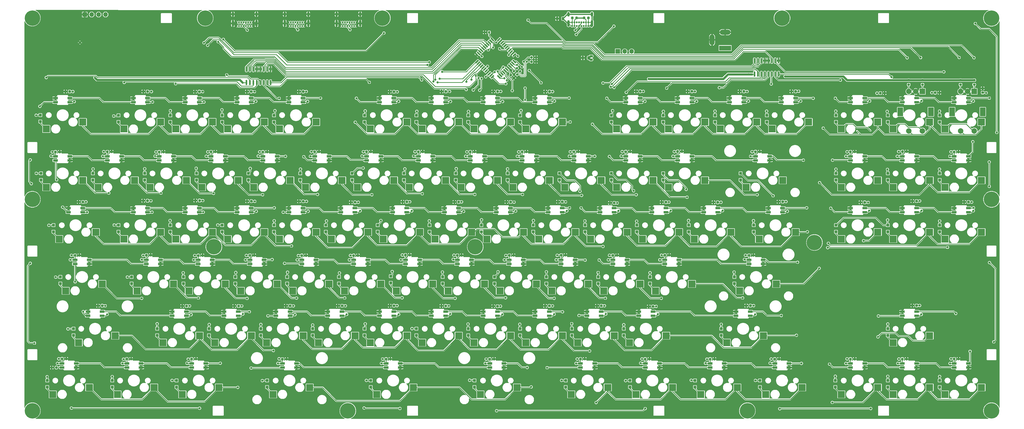
<source format=gbr>
%TF.GenerationSoftware,KiCad,Pcbnew,(5.1.8)-1*%
%TF.CreationDate,2022-08-08T12:33:42+10:00*%
%TF.ProjectId,tkl_keyboard,746b6c5f-6b65-4796-926f-6172642e6b69,rev?*%
%TF.SameCoordinates,Original*%
%TF.FileFunction,Copper,L2,Bot*%
%TF.FilePolarity,Positive*%
%FSLAX46Y46*%
G04 Gerber Fmt 4.6, Leading zero omitted, Abs format (unit mm)*
G04 Created by KiCad (PCBNEW (5.1.8)-1) date 2022-08-08 12:33:42*
%MOMM*%
%LPD*%
G01*
G04 APERTURE LIST*
%TA.AperFunction,SMDPad,CuDef*%
%ADD10R,1.800000X0.820000*%
%TD*%
%TA.AperFunction,SMDPad,CuDef*%
%ADD11R,1.000000X1.000000*%
%TD*%
%TA.AperFunction,ComponentPad*%
%ADD12C,5.700000*%
%TD*%
%TA.AperFunction,ComponentPad*%
%ADD13O,1.700000X1.700000*%
%TD*%
%TA.AperFunction,ComponentPad*%
%ADD14R,1.700000X1.700000*%
%TD*%
%TA.AperFunction,ComponentPad*%
%ADD15R,4.400000X1.800000*%
%TD*%
%TA.AperFunction,ComponentPad*%
%ADD16O,4.000000X1.800000*%
%TD*%
%TA.AperFunction,ComponentPad*%
%ADD17O,1.800000X4.000000*%
%TD*%
%TA.AperFunction,ComponentPad*%
%ADD18O,0.900000X1.700000*%
%TD*%
%TA.AperFunction,ComponentPad*%
%ADD19O,0.900000X2.400000*%
%TD*%
%TA.AperFunction,ComponentPad*%
%ADD20C,0.700000*%
%TD*%
%TA.AperFunction,SMDPad,CuDef*%
%ADD21R,2.550000X2.500000*%
%TD*%
%TA.AperFunction,ComponentPad*%
%ADD22C,2.000000*%
%TD*%
%TA.AperFunction,ComponentPad*%
%ADD23R,2.000000X3.200000*%
%TD*%
%TA.AperFunction,ComponentPad*%
%ADD24R,2.000000X2.000000*%
%TD*%
%TA.AperFunction,SMDPad,CuDef*%
%ADD25C,1.000000*%
%TD*%
%TA.AperFunction,SMDPad,CuDef*%
%ADD26C,0.100000*%
%TD*%
%TA.AperFunction,ViaPad*%
%ADD27C,0.800000*%
%TD*%
%TA.AperFunction,ViaPad*%
%ADD28C,0.812800*%
%TD*%
%TA.AperFunction,Conductor*%
%ADD29C,0.250000*%
%TD*%
%TA.AperFunction,Conductor*%
%ADD30C,0.406400*%
%TD*%
%TA.AperFunction,Conductor*%
%ADD31C,0.254000*%
%TD*%
%TA.AperFunction,Conductor*%
%ADD32C,0.762000*%
%TD*%
%TA.AperFunction,Conductor*%
%ADD33C,0.200000*%
%TD*%
%TA.AperFunction,Conductor*%
%ADD34C,0.127000*%
%TD*%
%TA.AperFunction,Conductor*%
%ADD35C,0.100000*%
%TD*%
G04 APERTURE END LIST*
%TO.P,U8,16*%
%TO.N,+3V3*%
%TA.AperFunction,SMDPad,CuDef*%
G36*
G01*
X287378000Y-74398000D02*
X287678000Y-74398000D01*
G75*
G02*
X287828000Y-74548000I0J-150000D01*
G01*
X287828000Y-76198000D01*
G75*
G02*
X287678000Y-76348000I-150000J0D01*
G01*
X287378000Y-76348000D01*
G75*
G02*
X287228000Y-76198000I0J150000D01*
G01*
X287228000Y-74548000D01*
G75*
G02*
X287378000Y-74398000I150000J0D01*
G01*
G37*
%TD.AperFunction*%
%TO.P,U8,15*%
%TO.N,/Column Decoder/COL[8]*%
%TA.AperFunction,SMDPad,CuDef*%
G36*
G01*
X288648000Y-74398000D02*
X288948000Y-74398000D01*
G75*
G02*
X289098000Y-74548000I0J-150000D01*
G01*
X289098000Y-76198000D01*
G75*
G02*
X288948000Y-76348000I-150000J0D01*
G01*
X288648000Y-76348000D01*
G75*
G02*
X288498000Y-76198000I0J150000D01*
G01*
X288498000Y-74548000D01*
G75*
G02*
X288648000Y-74398000I150000J0D01*
G01*
G37*
%TD.AperFunction*%
%TO.P,U8,14*%
%TO.N,/Column Decoder/COL[9]*%
%TA.AperFunction,SMDPad,CuDef*%
G36*
G01*
X289918000Y-74398000D02*
X290218000Y-74398000D01*
G75*
G02*
X290368000Y-74548000I0J-150000D01*
G01*
X290368000Y-76198000D01*
G75*
G02*
X290218000Y-76348000I-150000J0D01*
G01*
X289918000Y-76348000D01*
G75*
G02*
X289768000Y-76198000I0J150000D01*
G01*
X289768000Y-74548000D01*
G75*
G02*
X289918000Y-74398000I150000J0D01*
G01*
G37*
%TD.AperFunction*%
%TO.P,U8,13*%
%TO.N,/Column Decoder/COL[10]*%
%TA.AperFunction,SMDPad,CuDef*%
G36*
G01*
X291188000Y-74398000D02*
X291488000Y-74398000D01*
G75*
G02*
X291638000Y-74548000I0J-150000D01*
G01*
X291638000Y-76198000D01*
G75*
G02*
X291488000Y-76348000I-150000J0D01*
G01*
X291188000Y-76348000D01*
G75*
G02*
X291038000Y-76198000I0J150000D01*
G01*
X291038000Y-74548000D01*
G75*
G02*
X291188000Y-74398000I150000J0D01*
G01*
G37*
%TD.AperFunction*%
%TO.P,U8,12*%
%TO.N,/Column Decoder/COL[11]*%
%TA.AperFunction,SMDPad,CuDef*%
G36*
G01*
X292458000Y-74398000D02*
X292758000Y-74398000D01*
G75*
G02*
X292908000Y-74548000I0J-150000D01*
G01*
X292908000Y-76198000D01*
G75*
G02*
X292758000Y-76348000I-150000J0D01*
G01*
X292458000Y-76348000D01*
G75*
G02*
X292308000Y-76198000I0J150000D01*
G01*
X292308000Y-74548000D01*
G75*
G02*
X292458000Y-74398000I150000J0D01*
G01*
G37*
%TD.AperFunction*%
%TO.P,U8,11*%
%TO.N,/Column Decoder/COL[12]*%
%TA.AperFunction,SMDPad,CuDef*%
G36*
G01*
X293728000Y-74398000D02*
X294028000Y-74398000D01*
G75*
G02*
X294178000Y-74548000I0J-150000D01*
G01*
X294178000Y-76198000D01*
G75*
G02*
X294028000Y-76348000I-150000J0D01*
G01*
X293728000Y-76348000D01*
G75*
G02*
X293578000Y-76198000I0J150000D01*
G01*
X293578000Y-74548000D01*
G75*
G02*
X293728000Y-74398000I150000J0D01*
G01*
G37*
%TD.AperFunction*%
%TO.P,U8,10*%
%TO.N,/Column Decoder/COL[13]*%
%TA.AperFunction,SMDPad,CuDef*%
G36*
G01*
X294998000Y-74398000D02*
X295298000Y-74398000D01*
G75*
G02*
X295448000Y-74548000I0J-150000D01*
G01*
X295448000Y-76198000D01*
G75*
G02*
X295298000Y-76348000I-150000J0D01*
G01*
X294998000Y-76348000D01*
G75*
G02*
X294848000Y-76198000I0J150000D01*
G01*
X294848000Y-74548000D01*
G75*
G02*
X294998000Y-74398000I150000J0D01*
G01*
G37*
%TD.AperFunction*%
%TO.P,U8,9*%
%TO.N,/Column Decoder/COL[14]*%
%TA.AperFunction,SMDPad,CuDef*%
G36*
G01*
X296268000Y-74398000D02*
X296568000Y-74398000D01*
G75*
G02*
X296718000Y-74548000I0J-150000D01*
G01*
X296718000Y-76198000D01*
G75*
G02*
X296568000Y-76348000I-150000J0D01*
G01*
X296268000Y-76348000D01*
G75*
G02*
X296118000Y-76198000I0J150000D01*
G01*
X296118000Y-74548000D01*
G75*
G02*
X296268000Y-74398000I150000J0D01*
G01*
G37*
%TD.AperFunction*%
%TO.P,U8,8*%
%TO.N,GND*%
%TA.AperFunction,SMDPad,CuDef*%
G36*
G01*
X296268000Y-69448000D02*
X296568000Y-69448000D01*
G75*
G02*
X296718000Y-69598000I0J-150000D01*
G01*
X296718000Y-71248000D01*
G75*
G02*
X296568000Y-71398000I-150000J0D01*
G01*
X296268000Y-71398000D01*
G75*
G02*
X296118000Y-71248000I0J150000D01*
G01*
X296118000Y-69598000D01*
G75*
G02*
X296268000Y-69448000I150000J0D01*
G01*
G37*
%TD.AperFunction*%
%TO.P,U8,7*%
%TO.N,/Column Decoder/COL[15]*%
%TA.AperFunction,SMDPad,CuDef*%
G36*
G01*
X294998000Y-69448000D02*
X295298000Y-69448000D01*
G75*
G02*
X295448000Y-69598000I0J-150000D01*
G01*
X295448000Y-71248000D01*
G75*
G02*
X295298000Y-71398000I-150000J0D01*
G01*
X294998000Y-71398000D01*
G75*
G02*
X294848000Y-71248000I0J150000D01*
G01*
X294848000Y-69598000D01*
G75*
G02*
X294998000Y-69448000I150000J0D01*
G01*
G37*
%TD.AperFunction*%
%TO.P,U8,6*%
%TO.N,/Column Decoder/COL_EN[1]*%
%TA.AperFunction,SMDPad,CuDef*%
G36*
G01*
X293728000Y-69448000D02*
X294028000Y-69448000D01*
G75*
G02*
X294178000Y-69598000I0J-150000D01*
G01*
X294178000Y-71248000D01*
G75*
G02*
X294028000Y-71398000I-150000J0D01*
G01*
X293728000Y-71398000D01*
G75*
G02*
X293578000Y-71248000I0J150000D01*
G01*
X293578000Y-69598000D01*
G75*
G02*
X293728000Y-69448000I150000J0D01*
G01*
G37*
%TD.AperFunction*%
%TO.P,U8,5*%
%TO.N,GND*%
%TA.AperFunction,SMDPad,CuDef*%
G36*
G01*
X292458000Y-69448000D02*
X292758000Y-69448000D01*
G75*
G02*
X292908000Y-69598000I0J-150000D01*
G01*
X292908000Y-71248000D01*
G75*
G02*
X292758000Y-71398000I-150000J0D01*
G01*
X292458000Y-71398000D01*
G75*
G02*
X292308000Y-71248000I0J150000D01*
G01*
X292308000Y-69598000D01*
G75*
G02*
X292458000Y-69448000I150000J0D01*
G01*
G37*
%TD.AperFunction*%
%TO.P,U8,4*%
%TA.AperFunction,SMDPad,CuDef*%
G36*
G01*
X291188000Y-69448000D02*
X291488000Y-69448000D01*
G75*
G02*
X291638000Y-69598000I0J-150000D01*
G01*
X291638000Y-71248000D01*
G75*
G02*
X291488000Y-71398000I-150000J0D01*
G01*
X291188000Y-71398000D01*
G75*
G02*
X291038000Y-71248000I0J150000D01*
G01*
X291038000Y-69598000D01*
G75*
G02*
X291188000Y-69448000I150000J0D01*
G01*
G37*
%TD.AperFunction*%
%TO.P,U8,3*%
%TO.N,/Column Decoder/COLA[5]*%
%TA.AperFunction,SMDPad,CuDef*%
G36*
G01*
X289918000Y-69448000D02*
X290218000Y-69448000D01*
G75*
G02*
X290368000Y-69598000I0J-150000D01*
G01*
X290368000Y-71248000D01*
G75*
G02*
X290218000Y-71398000I-150000J0D01*
G01*
X289918000Y-71398000D01*
G75*
G02*
X289768000Y-71248000I0J150000D01*
G01*
X289768000Y-69598000D01*
G75*
G02*
X289918000Y-69448000I150000J0D01*
G01*
G37*
%TD.AperFunction*%
%TO.P,U8,2*%
%TO.N,/Column Decoder/COLA[4]*%
%TA.AperFunction,SMDPad,CuDef*%
G36*
G01*
X288648000Y-69448000D02*
X288948000Y-69448000D01*
G75*
G02*
X289098000Y-69598000I0J-150000D01*
G01*
X289098000Y-71248000D01*
G75*
G02*
X288948000Y-71398000I-150000J0D01*
G01*
X288648000Y-71398000D01*
G75*
G02*
X288498000Y-71248000I0J150000D01*
G01*
X288498000Y-69598000D01*
G75*
G02*
X288648000Y-69448000I150000J0D01*
G01*
G37*
%TD.AperFunction*%
%TO.P,U8,1*%
%TO.N,/Column Decoder/COLA[3]*%
%TA.AperFunction,SMDPad,CuDef*%
G36*
G01*
X287378000Y-69448000D02*
X287678000Y-69448000D01*
G75*
G02*
X287828000Y-69598000I0J-150000D01*
G01*
X287828000Y-71248000D01*
G75*
G02*
X287678000Y-71398000I-150000J0D01*
G01*
X287378000Y-71398000D01*
G75*
G02*
X287228000Y-71248000I0J150000D01*
G01*
X287228000Y-69598000D01*
G75*
G02*
X287378000Y-69448000I150000J0D01*
G01*
G37*
%TD.AperFunction*%
%TD*%
D10*
%TO.P,D193,4*%
%TO.N,Net-(D182-Pad2)*%
X322837500Y-126162500D03*
%TO.P,D193,3*%
%TO.N,GND*%
X322837500Y-124662500D03*
%TO.P,D193,2*%
%TO.N,Net-(D186-Pad4)*%
X328037500Y-124662500D03*
%TO.P,D193,1*%
%TO.N,+5V*%
X328037500Y-126162500D03*
%TD*%
%TO.P,D191,4*%
%TO.N,Net-(D187-Pad2)*%
X366137500Y-181812500D03*
%TO.P,D191,3*%
%TO.N,GND*%
X366137500Y-183312500D03*
%TO.P,D191,2*%
%TO.N,Net-(D188-Pad4)*%
X360937500Y-183312500D03*
%TO.P,D191,1*%
%TO.N,+5V*%
X360937500Y-181812500D03*
%TD*%
%TO.P,D190,4*%
%TO.N,Net-(D186-Pad2)*%
X360937500Y-126162500D03*
%TO.P,D190,3*%
%TO.N,GND*%
X360937500Y-124662500D03*
%TO.P,D190,2*%
%TO.N,Net-(D178-Pad4)*%
X366137500Y-124662500D03*
%TO.P,D190,1*%
%TO.N,+5V*%
X366137500Y-126162500D03*
%TD*%
%TO.P,D189,4*%
%TO.N,Net-(D185-Pad2)*%
X360937500Y-85681250D03*
%TO.P,D189,3*%
%TO.N,GND*%
X360937500Y-84181250D03*
%TO.P,D189,2*%
%TO.N,Net-(D189-Pad2)*%
X366137500Y-84181250D03*
%TO.P,D189,1*%
%TO.N,+5V*%
X366137500Y-85681250D03*
%TD*%
%TO.P,D188,4*%
%TO.N,Net-(D188-Pad4)*%
X347087500Y-181812500D03*
%TO.P,D188,3*%
%TO.N,GND*%
X347087500Y-183312500D03*
%TO.P,D188,2*%
%TO.N,Net-(D184-Pad4)*%
X341887500Y-183312500D03*
%TO.P,D188,1*%
%TO.N,+5V*%
X341887500Y-181812500D03*
%TD*%
%TO.P,D187,4*%
%TO.N,Net-(D177-Pad2)*%
X341887500Y-164262500D03*
%TO.P,D187,3*%
%TO.N,GND*%
X341887500Y-162762500D03*
%TO.P,D187,2*%
%TO.N,Net-(D187-Pad2)*%
X347087500Y-162762500D03*
%TO.P,D187,1*%
%TO.N,+5V*%
X347087500Y-164262500D03*
%TD*%
%TO.P,D186,4*%
%TO.N,Net-(D186-Pad4)*%
X341887500Y-126162500D03*
%TO.P,D186,3*%
%TO.N,GND*%
X341887500Y-124662500D03*
%TO.P,D186,2*%
%TO.N,Net-(D186-Pad2)*%
X347087500Y-124662500D03*
%TO.P,D186,1*%
%TO.N,+5V*%
X347087500Y-126162500D03*
%TD*%
%TO.P,D185,4*%
%TO.N,Net-(D181-Pad2)*%
X341887500Y-85681250D03*
%TO.P,D185,3*%
%TO.N,GND*%
X341887500Y-84181250D03*
%TO.P,D185,2*%
%TO.N,Net-(D185-Pad2)*%
X347087500Y-84181250D03*
%TO.P,D185,1*%
%TO.N,+5V*%
X347087500Y-85681250D03*
%TD*%
%TO.P,D184,4*%
%TO.N,Net-(D184-Pad4)*%
X328037500Y-181812500D03*
%TO.P,D184,3*%
%TO.N,GND*%
X328037500Y-183312500D03*
%TO.P,D184,2*%
%TO.N,Net-(D179-Pad4)*%
X322837500Y-183312500D03*
%TO.P,D184,1*%
%TO.N,+5V*%
X322837500Y-181812500D03*
%TD*%
%TO.P,D183,4*%
%TO.N,Net-(D183-Pad4)*%
X328037500Y-105612500D03*
%TO.P,D183,3*%
%TO.N,GND*%
X328037500Y-107112500D03*
%TO.P,D183,2*%
%TO.N,Net-(D12-Pad4)*%
X322837500Y-107112500D03*
%TO.P,D183,1*%
%TO.N,+5V*%
X322837500Y-105612500D03*
%TD*%
%TO.P,D182,4*%
%TO.N,Net-(D176-Pad2)*%
X292675000Y-126162500D03*
%TO.P,D182,3*%
%TO.N,GND*%
X292675000Y-124662500D03*
%TO.P,D182,2*%
%TO.N,Net-(D182-Pad2)*%
X297875000Y-124662500D03*
%TO.P,D182,1*%
%TO.N,+5V*%
X297875000Y-126162500D03*
%TD*%
%TO.P,D181,4*%
%TO.N,Net-(D175-Pad2)*%
X322837500Y-85681250D03*
%TO.P,D181,3*%
%TO.N,GND*%
X322837500Y-84181250D03*
%TO.P,D181,2*%
%TO.N,Net-(D181-Pad2)*%
X328037500Y-84181250D03*
%TO.P,D181,1*%
%TO.N,+5V*%
X328037500Y-85681250D03*
%TD*%
%TO.P,D179,4*%
%TO.N,Net-(D179-Pad4)*%
X300256250Y-181812500D03*
%TO.P,D179,3*%
%TO.N,GND*%
X300256250Y-183312500D03*
%TO.P,D179,2*%
%TO.N,Net-(D173-Pad4)*%
X295056250Y-183312500D03*
%TO.P,D179,1*%
%TO.N,+5V*%
X295056250Y-181812500D03*
%TD*%
%TO.P,D178,4*%
%TO.N,Net-(D178-Pad4)*%
X290731250Y-143712500D03*
%TO.P,D178,3*%
%TO.N,GND*%
X290731250Y-145212500D03*
%TO.P,D178,2*%
%TO.N,Net-(D172-Pad4)*%
X285531250Y-145212500D03*
%TO.P,D178,1*%
%TO.N,+5V*%
X285531250Y-143712500D03*
%TD*%
%TO.P,D177,4*%
%TO.N,Net-(D170-Pad2)*%
X280768750Y-164262500D03*
%TO.P,D177,3*%
%TO.N,GND*%
X280768750Y-162762500D03*
%TO.P,D177,2*%
%TO.N,Net-(D177-Pad2)*%
X285968750Y-162762500D03*
%TO.P,D177,1*%
%TO.N,+5V*%
X285968750Y-164262500D03*
%TD*%
%TO.P,D176,4*%
%TO.N,Net-(D169-Pad2)*%
X268862500Y-126162500D03*
%TO.P,D176,3*%
%TO.N,GND*%
X268862500Y-124662500D03*
%TO.P,D176,2*%
%TO.N,Net-(D176-Pad2)*%
X274062500Y-124662500D03*
%TO.P,D176,1*%
%TO.N,+5V*%
X274062500Y-126162500D03*
%TD*%
%TO.P,D175,4*%
%TO.N,Net-(D168-Pad2)*%
X297437500Y-85681250D03*
%TO.P,D175,3*%
%TO.N,GND*%
X297437500Y-84181250D03*
%TO.P,D175,2*%
%TO.N,Net-(D175-Pad2)*%
X302637500Y-84181250D03*
%TO.P,D175,1*%
%TO.N,+5V*%
X302637500Y-85681250D03*
%TD*%
%TO.P,D173,4*%
%TO.N,Net-(D173-Pad4)*%
X276443750Y-181812500D03*
%TO.P,D173,3*%
%TO.N,GND*%
X276443750Y-183312500D03*
%TO.P,D173,2*%
%TO.N,Net-(D166-Pad4)*%
X271243750Y-183312500D03*
%TO.P,D173,1*%
%TO.N,+5V*%
X271243750Y-181812500D03*
%TD*%
%TO.P,D172,4*%
%TO.N,Net-(D172-Pad4)*%
X259775000Y-143712500D03*
%TO.P,D172,3*%
%TO.N,GND*%
X259775000Y-145212500D03*
%TO.P,D172,2*%
%TO.N,Net-(D165-Pad4)*%
X254575000Y-145212500D03*
%TO.P,D172,1*%
%TO.N,+5V*%
X254575000Y-143712500D03*
%TD*%
%TO.P,D171,4*%
%TO.N,Net-(D171-Pad4)*%
X245487500Y-105612500D03*
%TO.P,D171,3*%
%TO.N,GND*%
X245487500Y-107112500D03*
%TO.P,D171,2*%
%TO.N,Net-(D164-Pad4)*%
X240287500Y-107112500D03*
%TO.P,D171,1*%
%TO.N,+5V*%
X240287500Y-105612500D03*
%TD*%
%TO.P,D170,4*%
%TO.N,Net-(D163-Pad2)*%
X245050000Y-164262500D03*
%TO.P,D170,3*%
%TO.N,GND*%
X245050000Y-162762500D03*
%TO.P,D170,2*%
%TO.N,Net-(D170-Pad2)*%
X250250000Y-162762500D03*
%TO.P,D170,1*%
%TO.N,+5V*%
X250250000Y-164262500D03*
%TD*%
%TO.P,D169,4*%
%TO.N,Net-(D162-Pad2)*%
X249812500Y-126162500D03*
%TO.P,D169,3*%
%TO.N,GND*%
X249812500Y-124662500D03*
%TO.P,D169,2*%
%TO.N,Net-(D169-Pad2)*%
X255012500Y-124662500D03*
%TO.P,D169,1*%
%TO.N,+5V*%
X255012500Y-126162500D03*
%TD*%
%TO.P,D168,4*%
%TO.N,Net-(D161-Pad2)*%
X278387500Y-85681250D03*
%TO.P,D168,3*%
%TO.N,GND*%
X278387500Y-84181250D03*
%TO.P,D168,2*%
%TO.N,Net-(D168-Pad2)*%
X283587500Y-84181250D03*
%TO.P,D168,1*%
%TO.N,+5V*%
X283587500Y-85681250D03*
%TD*%
%TO.P,D166,4*%
%TO.N,Net-(D166-Pad4)*%
X252631250Y-181812500D03*
%TO.P,D166,3*%
%TO.N,GND*%
X252631250Y-183312500D03*
%TO.P,D166,2*%
%TO.N,Net-(D159-Pad4)*%
X247431250Y-183312500D03*
%TO.P,D166,1*%
%TO.N,+5V*%
X247431250Y-181812500D03*
%TD*%
%TO.P,D165,4*%
%TO.N,Net-(D165-Pad4)*%
X240725000Y-143712500D03*
%TO.P,D165,3*%
%TO.N,GND*%
X240725000Y-145212500D03*
%TO.P,D165,2*%
%TO.N,Net-(D158-Pad4)*%
X235525000Y-145212500D03*
%TO.P,D165,1*%
%TO.N,+5V*%
X235525000Y-143712500D03*
%TD*%
%TO.P,D164,4*%
%TO.N,Net-(D164-Pad4)*%
X226437500Y-105612500D03*
%TO.P,D164,3*%
%TO.N,GND*%
X226437500Y-107112500D03*
%TO.P,D164,2*%
%TO.N,Net-(D157-Pad4)*%
X221237500Y-107112500D03*
%TO.P,D164,1*%
%TO.N,+5V*%
X221237500Y-105612500D03*
%TD*%
%TO.P,D163,4*%
%TO.N,Net-(D156-Pad2)*%
X226000000Y-164262500D03*
%TO.P,D163,3*%
%TO.N,GND*%
X226000000Y-162762500D03*
%TO.P,D163,2*%
%TO.N,Net-(D163-Pad2)*%
X231200000Y-162762500D03*
%TO.P,D163,1*%
%TO.N,+5V*%
X231200000Y-164262500D03*
%TD*%
%TO.P,D162,4*%
%TO.N,Net-(D155-Pad2)*%
X230762500Y-126162500D03*
%TO.P,D162,3*%
%TO.N,GND*%
X230762500Y-124662500D03*
%TO.P,D162,2*%
%TO.N,Net-(D162-Pad2)*%
X235962500Y-124662500D03*
%TO.P,D162,1*%
%TO.N,+5V*%
X235962500Y-126162500D03*
%TD*%
%TO.P,D161,4*%
%TO.N,Net-(D154-Pad2)*%
X259337500Y-85681250D03*
%TO.P,D161,3*%
%TO.N,GND*%
X259337500Y-84181250D03*
%TO.P,D161,2*%
%TO.N,Net-(D161-Pad2)*%
X264537500Y-84181250D03*
%TO.P,D161,1*%
%TO.N,+5V*%
X264537500Y-85681250D03*
%TD*%
%TO.P,D159,4*%
%TO.N,Net-(D159-Pad4)*%
X228818750Y-181812500D03*
%TO.P,D159,3*%
%TO.N,GND*%
X228818750Y-183312500D03*
%TO.P,D159,2*%
%TO.N,Net-(D153-Pad4)*%
X223618750Y-183312500D03*
%TO.P,D159,1*%
%TO.N,+5V*%
X223618750Y-181812500D03*
%TD*%
%TO.P,D158,4*%
%TO.N,Net-(D158-Pad4)*%
X221675000Y-143712500D03*
%TO.P,D158,3*%
%TO.N,GND*%
X221675000Y-145212500D03*
%TO.P,D158,2*%
%TO.N,Net-(D152-Pad4)*%
X216475000Y-145212500D03*
%TO.P,D158,1*%
%TO.N,+5V*%
X216475000Y-143712500D03*
%TD*%
%TO.P,D157,4*%
%TO.N,Net-(D157-Pad4)*%
X207387500Y-105612500D03*
%TO.P,D157,3*%
%TO.N,GND*%
X207387500Y-107112500D03*
%TO.P,D157,2*%
%TO.N,Net-(D151-Pad4)*%
X202187500Y-107112500D03*
%TO.P,D157,1*%
%TO.N,+5V*%
X202187500Y-105612500D03*
%TD*%
%TO.P,D156,4*%
%TO.N,Net-(D150-Pad2)*%
X206950000Y-164262500D03*
%TO.P,D156,3*%
%TO.N,GND*%
X206950000Y-162762500D03*
%TO.P,D156,2*%
%TO.N,Net-(D156-Pad2)*%
X212150000Y-162762500D03*
%TO.P,D156,1*%
%TO.N,+5V*%
X212150000Y-164262500D03*
%TD*%
%TO.P,D155,4*%
%TO.N,Net-(D149-Pad2)*%
X211712500Y-126162500D03*
%TO.P,D155,3*%
%TO.N,GND*%
X211712500Y-124662500D03*
%TO.P,D155,2*%
%TO.N,Net-(D155-Pad2)*%
X216912500Y-124662500D03*
%TO.P,D155,1*%
%TO.N,+5V*%
X216912500Y-126162500D03*
%TD*%
%TO.P,D154,4*%
%TO.N,Net-(D148-Pad2)*%
X240287500Y-85681250D03*
%TO.P,D154,3*%
%TO.N,GND*%
X240287500Y-84181250D03*
%TO.P,D154,2*%
%TO.N,Net-(D154-Pad2)*%
X245487500Y-84181250D03*
%TO.P,D154,1*%
%TO.N,+5V*%
X245487500Y-85681250D03*
%TD*%
%TO.P,D153,4*%
%TO.N,Net-(D153-Pad4)*%
X195481250Y-181812500D03*
%TO.P,D153,3*%
%TO.N,GND*%
X195481250Y-183312500D03*
%TO.P,D153,2*%
%TO.N,Net-(D142-Pad4)*%
X190281250Y-183312500D03*
%TO.P,D153,1*%
%TO.N,+5V*%
X190281250Y-181812500D03*
%TD*%
%TO.P,D152,4*%
%TO.N,Net-(D152-Pad4)*%
X202625000Y-143712500D03*
%TO.P,D152,3*%
%TO.N,GND*%
X202625000Y-145212500D03*
%TO.P,D152,2*%
%TO.N,Net-(D147-Pad4)*%
X197425000Y-145212500D03*
%TO.P,D152,1*%
%TO.N,+5V*%
X197425000Y-143712500D03*
%TD*%
%TO.P,D151,4*%
%TO.N,Net-(D151-Pad4)*%
X188337500Y-105612500D03*
%TO.P,D151,3*%
%TO.N,GND*%
X188337500Y-107112500D03*
%TO.P,D151,2*%
%TO.N,Net-(D146-Pad4)*%
X183137500Y-107112500D03*
%TO.P,D151,1*%
%TO.N,+5V*%
X183137500Y-105612500D03*
%TD*%
%TO.P,D150,4*%
%TO.N,Net-(D145-Pad2)*%
X187900000Y-164262500D03*
%TO.P,D150,3*%
%TO.N,GND*%
X187900000Y-162762500D03*
%TO.P,D150,2*%
%TO.N,Net-(D150-Pad2)*%
X193100000Y-162762500D03*
%TO.P,D150,1*%
%TO.N,+5V*%
X193100000Y-164262500D03*
%TD*%
%TO.P,D149,4*%
%TO.N,Net-(D144-Pad2)*%
X192662500Y-126162500D03*
%TO.P,D149,3*%
%TO.N,GND*%
X192662500Y-124662500D03*
%TO.P,D149,2*%
%TO.N,Net-(D149-Pad2)*%
X197862500Y-124662500D03*
%TO.P,D149,1*%
%TO.N,+5V*%
X197862500Y-126162500D03*
%TD*%
%TO.P,D148,4*%
%TO.N,Net-(D143-Pad2)*%
X206950000Y-85681250D03*
%TO.P,D148,3*%
%TO.N,GND*%
X206950000Y-84181250D03*
%TO.P,D148,2*%
%TO.N,Net-(D148-Pad2)*%
X212150000Y-84181250D03*
%TO.P,D148,1*%
%TO.N,+5V*%
X212150000Y-85681250D03*
%TD*%
%TO.P,D147,4*%
%TO.N,Net-(D147-Pad4)*%
X183575000Y-143712500D03*
%TO.P,D147,3*%
%TO.N,GND*%
X183575000Y-145212500D03*
%TO.P,D147,2*%
%TO.N,Net-(D141-Pad4)*%
X178375000Y-145212500D03*
%TO.P,D147,1*%
%TO.N,+5V*%
X178375000Y-143712500D03*
%TD*%
%TO.P,D146,4*%
%TO.N,Net-(D146-Pad4)*%
X169287500Y-105612500D03*
%TO.P,D146,3*%
%TO.N,GND*%
X169287500Y-107112500D03*
%TO.P,D146,2*%
%TO.N,Net-(D140-Pad4)*%
X164087500Y-107112500D03*
%TO.P,D146,1*%
%TO.N,+5V*%
X164087500Y-105612500D03*
%TD*%
%TO.P,D145,4*%
%TO.N,Net-(D139-Pad2)*%
X168850000Y-164262500D03*
%TO.P,D145,3*%
%TO.N,GND*%
X168850000Y-162762500D03*
%TO.P,D145,2*%
%TO.N,Net-(D145-Pad2)*%
X174050000Y-162762500D03*
%TO.P,D145,1*%
%TO.N,+5V*%
X174050000Y-164262500D03*
%TD*%
%TO.P,D144,4*%
%TO.N,Net-(D138-Pad2)*%
X173612500Y-126162500D03*
%TO.P,D144,3*%
%TO.N,GND*%
X173612500Y-124662500D03*
%TO.P,D144,2*%
%TO.N,Net-(D144-Pad2)*%
X178812500Y-124662500D03*
%TO.P,D144,1*%
%TO.N,+5V*%
X178812500Y-126162500D03*
%TD*%
%TO.P,D143,4*%
%TO.N,Net-(D137-Pad2)*%
X187900000Y-85681250D03*
%TO.P,D143,3*%
%TO.N,GND*%
X187900000Y-84181250D03*
%TO.P,D143,2*%
%TO.N,Net-(D143-Pad2)*%
X193100000Y-84181250D03*
%TO.P,D143,1*%
%TO.N,+5V*%
X193100000Y-85681250D03*
%TD*%
%TO.P,D142,4*%
%TO.N,Net-(D142-Pad4)*%
X157381250Y-181812500D03*
%TO.P,D142,3*%
%TO.N,GND*%
X157381250Y-183312500D03*
%TO.P,D142,2*%
%TO.N,Net-(D131-Pad4)*%
X152181250Y-183312500D03*
%TO.P,D142,1*%
%TO.N,+5V*%
X152181250Y-181812500D03*
%TD*%
%TO.P,D141,4*%
%TO.N,Net-(D141-Pad4)*%
X164525000Y-143712500D03*
%TO.P,D141,3*%
%TO.N,GND*%
X164525000Y-145212500D03*
%TO.P,D141,2*%
%TO.N,Net-(D136-Pad4)*%
X159325000Y-145212500D03*
%TO.P,D141,1*%
%TO.N,+5V*%
X159325000Y-143712500D03*
%TD*%
%TO.P,D140,4*%
%TO.N,Net-(D140-Pad4)*%
X150237500Y-105612500D03*
%TO.P,D140,3*%
%TO.N,GND*%
X150237500Y-107112500D03*
%TO.P,D140,2*%
%TO.N,Net-(D135-Pad4)*%
X145037500Y-107112500D03*
%TO.P,D140,1*%
%TO.N,+5V*%
X145037500Y-105612500D03*
%TD*%
%TO.P,D139,4*%
%TO.N,Net-(D134-Pad2)*%
X149800000Y-164262500D03*
%TO.P,D139,3*%
%TO.N,GND*%
X149800000Y-162762500D03*
%TO.P,D139,2*%
%TO.N,Net-(D139-Pad2)*%
X155000000Y-162762500D03*
%TO.P,D139,1*%
%TO.N,+5V*%
X155000000Y-164262500D03*
%TD*%
%TO.P,D138,4*%
%TO.N,Net-(D133-Pad2)*%
X154562500Y-126162500D03*
%TO.P,D138,3*%
%TO.N,GND*%
X154562500Y-124662500D03*
%TO.P,D138,2*%
%TO.N,Net-(D138-Pad2)*%
X159762500Y-124662500D03*
%TO.P,D138,1*%
%TO.N,+5V*%
X159762500Y-126162500D03*
%TD*%
%TO.P,D137,4*%
%TO.N,Net-(D132-Pad2)*%
X168850000Y-85681250D03*
%TO.P,D137,3*%
%TO.N,GND*%
X168850000Y-84181250D03*
%TO.P,D137,2*%
%TO.N,Net-(D137-Pad2)*%
X174050000Y-84181250D03*
%TO.P,D137,1*%
%TO.N,+5V*%
X174050000Y-85681250D03*
%TD*%
%TO.P,D136,4*%
%TO.N,Net-(D136-Pad4)*%
X145475000Y-143712500D03*
%TO.P,D136,3*%
%TO.N,GND*%
X145475000Y-145212500D03*
%TO.P,D136,2*%
%TO.N,Net-(D130-Pad4)*%
X140275000Y-145212500D03*
%TO.P,D136,1*%
%TO.N,+5V*%
X140275000Y-143712500D03*
%TD*%
%TO.P,D135,4*%
%TO.N,Net-(D135-Pad4)*%
X131187500Y-105612500D03*
%TO.P,D135,3*%
%TO.N,GND*%
X131187500Y-107112500D03*
%TO.P,D135,2*%
%TO.N,Net-(D129-Pad4)*%
X125987500Y-107112500D03*
%TO.P,D135,1*%
%TO.N,+5V*%
X125987500Y-105612500D03*
%TD*%
%TO.P,D134,4*%
%TO.N,Net-(D128-Pad2)*%
X130750000Y-164262500D03*
%TO.P,D134,3*%
%TO.N,GND*%
X130750000Y-162762500D03*
%TO.P,D134,2*%
%TO.N,Net-(D134-Pad2)*%
X135950000Y-162762500D03*
%TO.P,D134,1*%
%TO.N,+5V*%
X135950000Y-164262500D03*
%TD*%
%TO.P,D133,4*%
%TO.N,Net-(D127-Pad2)*%
X135512500Y-126162500D03*
%TO.P,D133,3*%
%TO.N,GND*%
X135512500Y-124662500D03*
%TO.P,D133,2*%
%TO.N,Net-(D133-Pad2)*%
X140712500Y-124662500D03*
%TO.P,D133,1*%
%TO.N,+5V*%
X140712500Y-126162500D03*
%TD*%
%TO.P,D132,4*%
%TO.N,Net-(D126-Pad2)*%
X149800000Y-85681250D03*
%TO.P,D132,3*%
%TO.N,GND*%
X149800000Y-84181250D03*
%TO.P,D132,2*%
%TO.N,Net-(D132-Pad2)*%
X155000000Y-84181250D03*
%TO.P,D132,1*%
%TO.N,+5V*%
X155000000Y-85681250D03*
%TD*%
%TO.P,D131,4*%
%TO.N,Net-(D131-Pad4)*%
X119281250Y-181812500D03*
%TO.P,D131,3*%
%TO.N,GND*%
X119281250Y-183312500D03*
%TO.P,D131,2*%
%TO.N,Net-(D121-Pad4)*%
X114081250Y-183312500D03*
%TO.P,D131,1*%
%TO.N,+5V*%
X114081250Y-181812500D03*
%TD*%
%TO.P,D130,4*%
%TO.N,Net-(D130-Pad4)*%
X126425000Y-143712500D03*
%TO.P,D130,3*%
%TO.N,GND*%
X126425000Y-145212500D03*
%TO.P,D130,2*%
%TO.N,Net-(D125-Pad4)*%
X121225000Y-145212500D03*
%TO.P,D130,1*%
%TO.N,+5V*%
X121225000Y-143712500D03*
%TD*%
%TO.P,D129,4*%
%TO.N,Net-(D129-Pad4)*%
X112137500Y-105612500D03*
%TO.P,D129,3*%
%TO.N,GND*%
X112137500Y-107112500D03*
%TO.P,D129,2*%
%TO.N,Net-(D124-Pad4)*%
X106937500Y-107112500D03*
%TO.P,D129,1*%
%TO.N,+5V*%
X106937500Y-105612500D03*
%TD*%
%TO.P,D128,4*%
%TO.N,Net-(D123-Pad2)*%
X111700000Y-164262500D03*
%TO.P,D128,3*%
%TO.N,GND*%
X111700000Y-162762500D03*
%TO.P,D128,2*%
%TO.N,Net-(D128-Pad2)*%
X116900000Y-162762500D03*
%TO.P,D128,1*%
%TO.N,+5V*%
X116900000Y-164262500D03*
%TD*%
%TO.P,D127,4*%
%TO.N,Net-(D122-Pad2)*%
X116462500Y-126162500D03*
%TO.P,D127,3*%
%TO.N,GND*%
X116462500Y-124662500D03*
%TO.P,D127,2*%
%TO.N,Net-(D127-Pad2)*%
X121662500Y-124662500D03*
%TO.P,D127,1*%
%TO.N,+5V*%
X121662500Y-126162500D03*
%TD*%
%TO.P,D126,4*%
%TO.N,Net-(D126-Pad4)*%
X116462500Y-85681250D03*
%TO.P,D126,3*%
%TO.N,GND*%
X116462500Y-84181250D03*
%TO.P,D126,2*%
%TO.N,Net-(D126-Pad2)*%
X121662500Y-84181250D03*
%TO.P,D126,1*%
%TO.N,+5V*%
X121662500Y-85681250D03*
%TD*%
%TO.P,D125,4*%
%TO.N,Net-(D125-Pad4)*%
X107375000Y-143712500D03*
%TO.P,D125,3*%
%TO.N,GND*%
X107375000Y-145212500D03*
%TO.P,D125,2*%
%TO.N,Net-(D120-Pad4)*%
X102175000Y-145212500D03*
%TO.P,D125,1*%
%TO.N,+5V*%
X102175000Y-143712500D03*
%TD*%
%TO.P,D124,4*%
%TO.N,Net-(D124-Pad4)*%
X93087500Y-105612500D03*
%TO.P,D124,3*%
%TO.N,GND*%
X93087500Y-107112500D03*
%TO.P,D124,2*%
%TO.N,Net-(D124-Pad2)*%
X87887500Y-107112500D03*
%TO.P,D124,1*%
%TO.N,+5V*%
X87887500Y-105612500D03*
%TD*%
%TO.P,D123,4*%
%TO.N,Net-(D123-Pad4)*%
X92650000Y-164262500D03*
%TO.P,D123,3*%
%TO.N,GND*%
X92650000Y-162762500D03*
%TO.P,D123,2*%
%TO.N,Net-(D123-Pad2)*%
X97850000Y-162762500D03*
%TO.P,D123,1*%
%TO.N,+5V*%
X97850000Y-164262500D03*
%TD*%
%TO.P,D122,4*%
%TO.N,Net-(D122-Pad4)*%
X97412500Y-126162500D03*
%TO.P,D122,3*%
%TO.N,GND*%
X97412500Y-124662500D03*
%TO.P,D122,2*%
%TO.N,Net-(D122-Pad2)*%
X102612500Y-124662500D03*
%TO.P,D122,1*%
%TO.N,+5V*%
X102612500Y-126162500D03*
%TD*%
%TO.P,D121,4*%
%TO.N,Net-(D121-Pad4)*%
X85943750Y-181812500D03*
%TO.P,D121,3*%
%TO.N,GND*%
X85943750Y-183312500D03*
%TO.P,D121,2*%
%TO.N,Net-(D121-Pad2)*%
X80743750Y-183312500D03*
%TO.P,D121,1*%
%TO.N,+5V*%
X80743750Y-181812500D03*
%TD*%
%TO.P,D120,4*%
%TO.N,Net-(D120-Pad4)*%
X88325000Y-143712500D03*
%TO.P,D120,3*%
%TO.N,GND*%
X88325000Y-145212500D03*
%TO.P,D120,2*%
%TO.N,Net-(D120-Pad2)*%
X83125000Y-145212500D03*
%TO.P,D120,1*%
%TO.N,+5V*%
X83125000Y-143712500D03*
%TD*%
%TO.P,D27,4*%
%TO.N,Net-(D124-Pad2)*%
X74037500Y-105612500D03*
%TO.P,D27,3*%
%TO.N,GND*%
X74037500Y-107112500D03*
%TO.P,D27,2*%
%TO.N,Net-(D18-Pad4)*%
X68837500Y-107112500D03*
%TO.P,D27,1*%
%TO.N,+5V*%
X68837500Y-105612500D03*
%TD*%
%TO.P,D26,4*%
%TO.N,Net-(D189-Pad2)*%
X366137500Y-105612500D03*
%TO.P,D26,3*%
%TO.N,GND*%
X366137500Y-107112500D03*
%TO.P,D26,2*%
%TO.N,Net-(D19-Pad4)*%
X360937500Y-107112500D03*
%TO.P,D26,1*%
%TO.N,+5V*%
X360937500Y-105612500D03*
%TD*%
%TO.P,D25,4*%
%TO.N,Net-(D25-Pad4)*%
X73600000Y-164262500D03*
%TO.P,D25,3*%
%TO.N,GND*%
X73600000Y-162762500D03*
%TO.P,D25,2*%
%TO.N,Net-(D123-Pad4)*%
X78800000Y-162762500D03*
%TO.P,D25,1*%
%TO.N,+5V*%
X78800000Y-164262500D03*
%TD*%
%TO.P,D24,4*%
%TO.N,Net-(D13-Pad2)*%
X78362500Y-126162500D03*
%TO.P,D24,3*%
%TO.N,GND*%
X78362500Y-124662500D03*
%TO.P,D24,2*%
%TO.N,Net-(D122-Pad4)*%
X83562500Y-124662500D03*
%TO.P,D24,1*%
%TO.N,+5V*%
X83562500Y-126162500D03*
%TD*%
%TO.P,D23,4*%
%TO.N,Net-(D16-Pad2)*%
X97412500Y-85681250D03*
%TO.P,D23,3*%
%TO.N,GND*%
X97412500Y-84181250D03*
%TO.P,D23,2*%
%TO.N,Net-(D126-Pad4)*%
X102612500Y-84181250D03*
%TO.P,D23,1*%
%TO.N,+5V*%
X102612500Y-85681250D03*
%TD*%
%TO.P,D20,4*%
%TO.N,Net-(D120-Pad2)*%
X69275000Y-143712500D03*
%TO.P,D20,3*%
%TO.N,GND*%
X69275000Y-145212500D03*
%TO.P,D20,2*%
%TO.N,Net-(D10-Pad4)*%
X64075000Y-145212500D03*
%TO.P,D20,1*%
%TO.N,+5V*%
X64075000Y-143712500D03*
%TD*%
%TO.P,D19,4*%
%TO.N,Net-(D19-Pad4)*%
X347087500Y-105612500D03*
%TO.P,D19,3*%
%TO.N,GND*%
X347087500Y-107112500D03*
%TO.P,D19,2*%
%TO.N,Net-(D183-Pad4)*%
X341887500Y-107112500D03*
%TO.P,D19,1*%
%TO.N,+5V*%
X341887500Y-105612500D03*
%TD*%
%TO.P,D18,4*%
%TO.N,Net-(D18-Pad4)*%
X54987500Y-105612500D03*
%TO.P,D18,3*%
%TO.N,GND*%
X54987500Y-107112500D03*
%TO.P,D18,2*%
%TO.N,Net-(D18-Pad2)*%
X49787500Y-107112500D03*
%TO.P,D18,1*%
%TO.N,+5V*%
X49787500Y-105612500D03*
%TD*%
%TO.P,D17,4*%
%TO.N,Net-(D121-Pad2)*%
X62131250Y-181812500D03*
%TO.P,D17,3*%
%TO.N,GND*%
X62131250Y-183312500D03*
%TO.P,D17,2*%
%TO.N,Net-(D11-Pad4)*%
X56931250Y-183312500D03*
%TO.P,D17,1*%
%TO.N,+5V*%
X56931250Y-181812500D03*
%TD*%
%TO.P,D16,4*%
%TO.N,Net-(D16-Pad4)*%
X78362500Y-85681250D03*
%TO.P,D16,3*%
%TO.N,GND*%
X78362500Y-84181250D03*
%TO.P,D16,2*%
%TO.N,Net-(D16-Pad2)*%
X83562500Y-84181250D03*
%TO.P,D16,1*%
%TO.N,+5V*%
X83562500Y-85681250D03*
%TD*%
%TO.P,D13,4*%
%TO.N,Net-(D13-Pad4)*%
X59312500Y-126162500D03*
%TO.P,D13,3*%
%TO.N,GND*%
X59312500Y-124662500D03*
%TO.P,D13,2*%
%TO.N,Net-(D13-Pad2)*%
X64512500Y-124662500D03*
%TO.P,D13,1*%
%TO.N,+5V*%
X64512500Y-126162500D03*
%TD*%
%TO.P,D12,4*%
%TO.N,Net-(D12-Pad4)*%
X293112500Y-105612500D03*
%TO.P,D12,3*%
%TO.N,GND*%
X293112500Y-107112500D03*
%TO.P,D12,2*%
%TO.N,Net-(D12-Pad2)*%
X287912500Y-107112500D03*
%TO.P,D12,1*%
%TO.N,+5V*%
X287912500Y-105612500D03*
%TD*%
%TO.P,D11,4*%
%TO.N,Net-(D11-Pad4)*%
X38318750Y-181812500D03*
%TO.P,D11,3*%
%TO.N,GND*%
X38318750Y-183312500D03*
%TO.P,D11,2*%
%TO.N,Net-(D11-Pad2)*%
X33118750Y-183312500D03*
%TO.P,D11,1*%
%TO.N,+5V*%
X33118750Y-181812500D03*
%TD*%
%TO.P,D10,4*%
%TO.N,Net-(D10-Pad4)*%
X43081250Y-143712500D03*
%TO.P,D10,3*%
%TO.N,GND*%
X43081250Y-145212500D03*
%TO.P,D10,2*%
%TO.N,Net-(D10-Pad2)*%
X37881250Y-145212500D03*
%TO.P,D10,1*%
%TO.N,+5V*%
X37881250Y-143712500D03*
%TD*%
%TO.P,D9,4*%
%TO.N,Net-(D3-Pad2)*%
X59312500Y-85681250D03*
%TO.P,D9,3*%
%TO.N,GND*%
X59312500Y-84181250D03*
%TO.P,D9,2*%
%TO.N,Net-(D16-Pad4)*%
X64512500Y-84181250D03*
%TO.P,D9,1*%
%TO.N,+5V*%
X64512500Y-85681250D03*
%TD*%
%TO.P,D7,4*%
%TO.N,Net-(D18-Pad2)*%
X35937500Y-105612500D03*
%TO.P,D7,3*%
%TO.N,GND*%
X35937500Y-107112500D03*
%TO.P,D7,2*%
%TO.N,Net-(D4-Pad4)*%
X30737500Y-107112500D03*
%TO.P,D7,1*%
%TO.N,+5V*%
X30737500Y-105612500D03*
%TD*%
%TO.P,D6,4*%
%TO.N,Net-(D12-Pad2)*%
X264537500Y-105612500D03*
%TO.P,D6,3*%
%TO.N,GND*%
X264537500Y-107112500D03*
%TO.P,D6,2*%
%TO.N,Net-(D171-Pad4)*%
X259337500Y-107112500D03*
%TO.P,D6,1*%
%TO.N,+5V*%
X259337500Y-105612500D03*
%TD*%
%TO.P,D5,4*%
%TO.N,Net-(D10-Pad2)*%
X42643750Y-164262500D03*
%TO.P,D5,3*%
%TO.N,GND*%
X42643750Y-162762500D03*
%TO.P,D5,2*%
%TO.N,Net-(D25-Pad4)*%
X47843750Y-162762500D03*
%TO.P,D5,1*%
%TO.N,+5V*%
X47843750Y-164262500D03*
%TD*%
%TO.P,D4,4*%
%TO.N,Net-(D4-Pad4)*%
X35500000Y-126162500D03*
%TO.P,D4,3*%
%TO.N,GND*%
X35500000Y-124662500D03*
%TO.P,D4,2*%
%TO.N,Net-(D13-Pad4)*%
X40700000Y-124662500D03*
%TO.P,D4,1*%
%TO.N,+5V*%
X40700000Y-126162500D03*
%TD*%
%TO.P,D3,4*%
%TO.N,UG_OUT*%
X30737500Y-85681250D03*
%TO.P,D3,3*%
%TO.N,GND*%
X30737500Y-84181250D03*
%TO.P,D3,2*%
%TO.N,Net-(D3-Pad2)*%
X35937500Y-84181250D03*
%TO.P,D3,1*%
%TO.N,+5V*%
X35937500Y-85681250D03*
%TD*%
%TO.P,R7,2*%
%TO.N,GND*%
%TA.AperFunction,SMDPad,CuDef*%
G36*
G01*
X206883320Y-71110520D02*
X206883320Y-70560520D01*
G75*
G02*
X207083320Y-70360520I200000J0D01*
G01*
X207483320Y-70360520D01*
G75*
G02*
X207683320Y-70560520I0J-200000D01*
G01*
X207683320Y-71110520D01*
G75*
G02*
X207483320Y-71310520I-200000J0D01*
G01*
X207083320Y-71310520D01*
G75*
G02*
X206883320Y-71110520I0J200000D01*
G01*
G37*
%TD.AperFunction*%
%TO.P,R7,1*%
%TO.N,/USB HUB/D4+*%
%TA.AperFunction,SMDPad,CuDef*%
G36*
G01*
X205233320Y-71110520D02*
X205233320Y-70560520D01*
G75*
G02*
X205433320Y-70360520I200000J0D01*
G01*
X205833320Y-70360520D01*
G75*
G02*
X206033320Y-70560520I0J-200000D01*
G01*
X206033320Y-71110520D01*
G75*
G02*
X205833320Y-71310520I-200000J0D01*
G01*
X205433320Y-71310520D01*
G75*
G02*
X205233320Y-71110520I0J200000D01*
G01*
G37*
%TD.AperFunction*%
%TD*%
%TO.P,R4,2*%
%TO.N,GND*%
%TA.AperFunction,SMDPad,CuDef*%
G36*
G01*
X206878240Y-69495080D02*
X206878240Y-68945080D01*
G75*
G02*
X207078240Y-68745080I200000J0D01*
G01*
X207478240Y-68745080D01*
G75*
G02*
X207678240Y-68945080I0J-200000D01*
G01*
X207678240Y-69495080D01*
G75*
G02*
X207478240Y-69695080I-200000J0D01*
G01*
X207078240Y-69695080D01*
G75*
G02*
X206878240Y-69495080I0J200000D01*
G01*
G37*
%TD.AperFunction*%
%TO.P,R4,1*%
%TO.N,/USB HUB/D4-*%
%TA.AperFunction,SMDPad,CuDef*%
G36*
G01*
X205228240Y-69495080D02*
X205228240Y-68945080D01*
G75*
G02*
X205428240Y-68745080I200000J0D01*
G01*
X205828240Y-68745080D01*
G75*
G02*
X206028240Y-68945080I0J-200000D01*
G01*
X206028240Y-69495080D01*
G75*
G02*
X205828240Y-69695080I-200000J0D01*
G01*
X205428240Y-69695080D01*
G75*
G02*
X205228240Y-69495080I0J200000D01*
G01*
G37*
%TD.AperFunction*%
%TD*%
D11*
%TO.P,D35,2*%
%TO.N,Net-(D35-Pad2)*%
X32512000Y-152400000D03*
%TO.P,D35,1*%
%TO.N,/Column Decoder/COL[0]*%
X32512000Y-150000000D03*
%TD*%
%TO.P,U7,16*%
%TO.N,+3V3*%
%TA.AperFunction,SMDPad,CuDef*%
G36*
G01*
X100688000Y-77496800D02*
X100988000Y-77496800D01*
G75*
G02*
X101138000Y-77646800I0J-150000D01*
G01*
X101138000Y-79296800D01*
G75*
G02*
X100988000Y-79446800I-150000J0D01*
G01*
X100688000Y-79446800D01*
G75*
G02*
X100538000Y-79296800I0J150000D01*
G01*
X100538000Y-77646800D01*
G75*
G02*
X100688000Y-77496800I150000J0D01*
G01*
G37*
%TD.AperFunction*%
%TO.P,U7,15*%
%TO.N,/Column Decoder/COL[0]*%
%TA.AperFunction,SMDPad,CuDef*%
G36*
G01*
X101958000Y-77496800D02*
X102258000Y-77496800D01*
G75*
G02*
X102408000Y-77646800I0J-150000D01*
G01*
X102408000Y-79296800D01*
G75*
G02*
X102258000Y-79446800I-150000J0D01*
G01*
X101958000Y-79446800D01*
G75*
G02*
X101808000Y-79296800I0J150000D01*
G01*
X101808000Y-77646800D01*
G75*
G02*
X101958000Y-77496800I150000J0D01*
G01*
G37*
%TD.AperFunction*%
%TO.P,U7,14*%
%TO.N,/Column Decoder/COL[1]*%
%TA.AperFunction,SMDPad,CuDef*%
G36*
G01*
X103228000Y-77496800D02*
X103528000Y-77496800D01*
G75*
G02*
X103678000Y-77646800I0J-150000D01*
G01*
X103678000Y-79296800D01*
G75*
G02*
X103528000Y-79446800I-150000J0D01*
G01*
X103228000Y-79446800D01*
G75*
G02*
X103078000Y-79296800I0J150000D01*
G01*
X103078000Y-77646800D01*
G75*
G02*
X103228000Y-77496800I150000J0D01*
G01*
G37*
%TD.AperFunction*%
%TO.P,U7,13*%
%TO.N,/Column Decoder/COL[2]*%
%TA.AperFunction,SMDPad,CuDef*%
G36*
G01*
X104498000Y-77496800D02*
X104798000Y-77496800D01*
G75*
G02*
X104948000Y-77646800I0J-150000D01*
G01*
X104948000Y-79296800D01*
G75*
G02*
X104798000Y-79446800I-150000J0D01*
G01*
X104498000Y-79446800D01*
G75*
G02*
X104348000Y-79296800I0J150000D01*
G01*
X104348000Y-77646800D01*
G75*
G02*
X104498000Y-77496800I150000J0D01*
G01*
G37*
%TD.AperFunction*%
%TO.P,U7,12*%
%TO.N,/Column Decoder/COL[3]*%
%TA.AperFunction,SMDPad,CuDef*%
G36*
G01*
X105768000Y-77496800D02*
X106068000Y-77496800D01*
G75*
G02*
X106218000Y-77646800I0J-150000D01*
G01*
X106218000Y-79296800D01*
G75*
G02*
X106068000Y-79446800I-150000J0D01*
G01*
X105768000Y-79446800D01*
G75*
G02*
X105618000Y-79296800I0J150000D01*
G01*
X105618000Y-77646800D01*
G75*
G02*
X105768000Y-77496800I150000J0D01*
G01*
G37*
%TD.AperFunction*%
%TO.P,U7,11*%
%TO.N,/Column Decoder/COL[4]*%
%TA.AperFunction,SMDPad,CuDef*%
G36*
G01*
X107038000Y-77496800D02*
X107338000Y-77496800D01*
G75*
G02*
X107488000Y-77646800I0J-150000D01*
G01*
X107488000Y-79296800D01*
G75*
G02*
X107338000Y-79446800I-150000J0D01*
G01*
X107038000Y-79446800D01*
G75*
G02*
X106888000Y-79296800I0J150000D01*
G01*
X106888000Y-77646800D01*
G75*
G02*
X107038000Y-77496800I150000J0D01*
G01*
G37*
%TD.AperFunction*%
%TO.P,U7,10*%
%TO.N,/Column Decoder/COL[5]*%
%TA.AperFunction,SMDPad,CuDef*%
G36*
G01*
X108308000Y-77496800D02*
X108608000Y-77496800D01*
G75*
G02*
X108758000Y-77646800I0J-150000D01*
G01*
X108758000Y-79296800D01*
G75*
G02*
X108608000Y-79446800I-150000J0D01*
G01*
X108308000Y-79446800D01*
G75*
G02*
X108158000Y-79296800I0J150000D01*
G01*
X108158000Y-77646800D01*
G75*
G02*
X108308000Y-77496800I150000J0D01*
G01*
G37*
%TD.AperFunction*%
%TO.P,U7,9*%
%TO.N,/Column Decoder/COL[6]*%
%TA.AperFunction,SMDPad,CuDef*%
G36*
G01*
X109578000Y-77496800D02*
X109878000Y-77496800D01*
G75*
G02*
X110028000Y-77646800I0J-150000D01*
G01*
X110028000Y-79296800D01*
G75*
G02*
X109878000Y-79446800I-150000J0D01*
G01*
X109578000Y-79446800D01*
G75*
G02*
X109428000Y-79296800I0J150000D01*
G01*
X109428000Y-77646800D01*
G75*
G02*
X109578000Y-77496800I150000J0D01*
G01*
G37*
%TD.AperFunction*%
%TO.P,U7,8*%
%TO.N,GND*%
%TA.AperFunction,SMDPad,CuDef*%
G36*
G01*
X109578000Y-72546800D02*
X109878000Y-72546800D01*
G75*
G02*
X110028000Y-72696800I0J-150000D01*
G01*
X110028000Y-74346800D01*
G75*
G02*
X109878000Y-74496800I-150000J0D01*
G01*
X109578000Y-74496800D01*
G75*
G02*
X109428000Y-74346800I0J150000D01*
G01*
X109428000Y-72696800D01*
G75*
G02*
X109578000Y-72546800I150000J0D01*
G01*
G37*
%TD.AperFunction*%
%TO.P,U7,7*%
%TO.N,/Column Decoder/COL[7]*%
%TA.AperFunction,SMDPad,CuDef*%
G36*
G01*
X108308000Y-72546800D02*
X108608000Y-72546800D01*
G75*
G02*
X108758000Y-72696800I0J-150000D01*
G01*
X108758000Y-74346800D01*
G75*
G02*
X108608000Y-74496800I-150000J0D01*
G01*
X108308000Y-74496800D01*
G75*
G02*
X108158000Y-74346800I0J150000D01*
G01*
X108158000Y-72696800D01*
G75*
G02*
X108308000Y-72546800I150000J0D01*
G01*
G37*
%TD.AperFunction*%
%TO.P,U7,6*%
%TO.N,/Column Decoder/COL_EN[0]*%
%TA.AperFunction,SMDPad,CuDef*%
G36*
G01*
X107038000Y-72546800D02*
X107338000Y-72546800D01*
G75*
G02*
X107488000Y-72696800I0J-150000D01*
G01*
X107488000Y-74346800D01*
G75*
G02*
X107338000Y-74496800I-150000J0D01*
G01*
X107038000Y-74496800D01*
G75*
G02*
X106888000Y-74346800I0J150000D01*
G01*
X106888000Y-72696800D01*
G75*
G02*
X107038000Y-72546800I150000J0D01*
G01*
G37*
%TD.AperFunction*%
%TO.P,U7,5*%
%TO.N,GND*%
%TA.AperFunction,SMDPad,CuDef*%
G36*
G01*
X105768000Y-72546800D02*
X106068000Y-72546800D01*
G75*
G02*
X106218000Y-72696800I0J-150000D01*
G01*
X106218000Y-74346800D01*
G75*
G02*
X106068000Y-74496800I-150000J0D01*
G01*
X105768000Y-74496800D01*
G75*
G02*
X105618000Y-74346800I0J150000D01*
G01*
X105618000Y-72696800D01*
G75*
G02*
X105768000Y-72546800I150000J0D01*
G01*
G37*
%TD.AperFunction*%
%TO.P,U7,4*%
%TA.AperFunction,SMDPad,CuDef*%
G36*
G01*
X104498000Y-72546800D02*
X104798000Y-72546800D01*
G75*
G02*
X104948000Y-72696800I0J-150000D01*
G01*
X104948000Y-74346800D01*
G75*
G02*
X104798000Y-74496800I-150000J0D01*
G01*
X104498000Y-74496800D01*
G75*
G02*
X104348000Y-74346800I0J150000D01*
G01*
X104348000Y-72696800D01*
G75*
G02*
X104498000Y-72546800I150000J0D01*
G01*
G37*
%TD.AperFunction*%
%TO.P,U7,3*%
%TO.N,/Column Decoder/COLA[2]*%
%TA.AperFunction,SMDPad,CuDef*%
G36*
G01*
X103228000Y-72546800D02*
X103528000Y-72546800D01*
G75*
G02*
X103678000Y-72696800I0J-150000D01*
G01*
X103678000Y-74346800D01*
G75*
G02*
X103528000Y-74496800I-150000J0D01*
G01*
X103228000Y-74496800D01*
G75*
G02*
X103078000Y-74346800I0J150000D01*
G01*
X103078000Y-72696800D01*
G75*
G02*
X103228000Y-72546800I150000J0D01*
G01*
G37*
%TD.AperFunction*%
%TO.P,U7,2*%
%TO.N,/Column Decoder/COLA[1]*%
%TA.AperFunction,SMDPad,CuDef*%
G36*
G01*
X101958000Y-72546800D02*
X102258000Y-72546800D01*
G75*
G02*
X102408000Y-72696800I0J-150000D01*
G01*
X102408000Y-74346800D01*
G75*
G02*
X102258000Y-74496800I-150000J0D01*
G01*
X101958000Y-74496800D01*
G75*
G02*
X101808000Y-74346800I0J150000D01*
G01*
X101808000Y-72696800D01*
G75*
G02*
X101958000Y-72546800I150000J0D01*
G01*
G37*
%TD.AperFunction*%
%TO.P,U7,1*%
%TO.N,/Column Decoder/COLA[0]*%
%TA.AperFunction,SMDPad,CuDef*%
G36*
G01*
X100688000Y-72546800D02*
X100988000Y-72546800D01*
G75*
G02*
X101138000Y-72696800I0J-150000D01*
G01*
X101138000Y-74346800D01*
G75*
G02*
X100988000Y-74496800I-150000J0D01*
G01*
X100688000Y-74496800D01*
G75*
G02*
X100538000Y-74346800I0J150000D01*
G01*
X100538000Y-72696800D01*
G75*
G02*
X100688000Y-72546800I150000J0D01*
G01*
G37*
%TD.AperFunction*%
%TD*%
D12*
%TO.P,H14,1*%
%TO.N,Net-(H14-Pad1)*%
X150812500Y-54768750D03*
%TD*%
%TO.P,H13,1*%
%TO.N,Net-(H13-Pad1)*%
X85725000Y-54768750D03*
%TD*%
%TO.P,C43,2*%
%TO.N,GND*%
%TA.AperFunction,SMDPad,CuDef*%
G36*
G01*
X198630233Y-76695187D02*
X198983787Y-76341633D01*
G75*
G02*
X199301985Y-76341633I159099J-159099D01*
G01*
X199620183Y-76659831D01*
G75*
G02*
X199620183Y-76978029I-159099J-159099D01*
G01*
X199266629Y-77331583D01*
G75*
G02*
X198948431Y-77331583I-159099J159099D01*
G01*
X198630233Y-77013385D01*
G75*
G02*
X198630233Y-76695187I159099J159099D01*
G01*
G37*
%TD.AperFunction*%
%TO.P,C43,1*%
%TO.N,Net-(C43-Pad1)*%
%TA.AperFunction,SMDPad,CuDef*%
G36*
G01*
X197534217Y-75599171D02*
X197887771Y-75245617D01*
G75*
G02*
X198205969Y-75245617I159099J-159099D01*
G01*
X198524167Y-75563815D01*
G75*
G02*
X198524167Y-75882013I-159099J-159099D01*
G01*
X198170613Y-76235567D01*
G75*
G02*
X197852415Y-76235567I-159099J159099D01*
G01*
X197534217Y-75917369D01*
G75*
G02*
X197534217Y-75599171I159099J159099D01*
G01*
G37*
%TD.AperFunction*%
%TD*%
%TO.P,R23,2*%
%TO.N,GND*%
%TA.AperFunction,SMDPad,CuDef*%
G36*
G01*
X188791800Y-59745200D02*
X188791800Y-60295200D01*
G75*
G02*
X188591800Y-60495200I-200000J0D01*
G01*
X188191800Y-60495200D01*
G75*
G02*
X187991800Y-60295200I0J200000D01*
G01*
X187991800Y-59745200D01*
G75*
G02*
X188191800Y-59545200I200000J0D01*
G01*
X188591800Y-59545200D01*
G75*
G02*
X188791800Y-59745200I0J-200000D01*
G01*
G37*
%TD.AperFunction*%
%TO.P,R23,1*%
%TO.N,Net-(R23-Pad1)*%
%TA.AperFunction,SMDPad,CuDef*%
G36*
G01*
X190441800Y-59745200D02*
X190441800Y-60295200D01*
G75*
G02*
X190241800Y-60495200I-200000J0D01*
G01*
X189841800Y-60495200D01*
G75*
G02*
X189641800Y-60295200I0J200000D01*
G01*
X189641800Y-59745200D01*
G75*
G02*
X189841800Y-59545200I200000J0D01*
G01*
X190241800Y-59545200D01*
G75*
G02*
X190441800Y-59745200I0J-200000D01*
G01*
G37*
%TD.AperFunction*%
%TD*%
D13*
%TO.P,J8,3*%
%TO.N,+5V0_EXT*%
X242402360Y-67020440D03*
%TO.P,J8,2*%
%TO.N,+5V*%
X239862360Y-67020440D03*
D14*
%TO.P,J8,1*%
%TO.N,+5V0_USB*%
X237322360Y-67020440D03*
%TD*%
D15*
%TO.P,J7,1*%
%TO.N,/Power/DCDC_IN*%
X276763480Y-65780920D03*
D16*
%TO.P,J7,2*%
%TO.N,GND*%
X276763480Y-59980920D03*
D17*
%TO.P,J7,3*%
X271963480Y-62780920D03*
%TD*%
D12*
%TO.P,H12,1*%
%TO.N,Net-(H12-Pad1)*%
X284937200Y-199231250D03*
%TD*%
%TO.P,H11,1*%
%TO.N,Net-(H11-Pad1)*%
X374650000Y-121443750D03*
%TD*%
%TO.P,H10,1*%
%TO.N,Net-(H10-Pad1)*%
X138112500Y-199231250D03*
%TD*%
%TO.P,H9,1*%
%TO.N,Net-(H9-Pad1)*%
X22225000Y-121443750D03*
%TD*%
%TO.P,H8,1*%
%TO.N,Net-(H8-Pad1)*%
X309562500Y-137318750D03*
%TD*%
%TO.P,H7,1*%
%TO.N,Net-(H7-Pad1)*%
X184943750Y-138906250D03*
%TD*%
%TO.P,H6,1*%
%TO.N,Net-(H6-Pad1)*%
X297656250Y-54768750D03*
%TD*%
%TO.P,H5,1*%
%TO.N,Net-(H5-Pad1)*%
X88900000Y-138906250D03*
%TD*%
D13*
%TO.P,J6,2*%
%TO.N,+3V3*%
X44002960Y-53467000D03*
D14*
%TO.P,J6,1*%
%TO.N,GND*%
X41462960Y-53467000D03*
D13*
%TO.P,J6,4*%
%TO.N,/Misc/SCL*%
X49082960Y-53467000D03*
%TO.P,J6,3*%
%TO.N,/Misc/SDA*%
X46542960Y-53467000D03*
%TD*%
D18*
%TO.P,J2,S1*%
%TO.N,GND*%
X133987500Y-53329750D03*
X142637500Y-53329750D03*
D19*
X133987500Y-56709750D03*
X142637500Y-56709750D03*
D20*
%TO.P,J2,B6*%
%TO.N,/USB Downstream 0/USBD+*%
X137887500Y-56339750D03*
%TO.P,J2,B1*%
%TO.N,GND*%
X135337500Y-56339750D03*
%TO.P,J2,B4*%
%TO.N,+5V*%
X136187500Y-56339750D03*
%TO.P,J2,B5*%
%TO.N,Net-(J2-PadB5)*%
X137037500Y-56339750D03*
%TO.P,J2,B12*%
%TO.N,GND*%
X141287500Y-56339750D03*
%TO.P,J2,B8*%
%TO.N,Net-(J2-PadB8)*%
X139587500Y-56339750D03*
%TO.P,J2,B7*%
%TO.N,/USB Downstream 0/USBD-*%
X138737500Y-56339750D03*
%TO.P,J2,B9*%
%TO.N,+5V*%
X140437500Y-56339750D03*
%TO.P,J2,A12*%
%TO.N,GND*%
X135337500Y-57689750D03*
%TO.P,J2,A9*%
%TO.N,+5V*%
X136187500Y-57689750D03*
%TO.P,J2,A8*%
%TO.N,Net-(J2-PadA8)*%
X137037500Y-57689750D03*
%TO.P,J2,A7*%
%TO.N,/USB Downstream 0/USBD-*%
X137887500Y-57689750D03*
%TO.P,J2,A6*%
%TO.N,/USB Downstream 0/USBD+*%
X138737500Y-57689750D03*
%TO.P,J2,A5*%
%TO.N,Net-(J2-PadA5)*%
X139587500Y-57689750D03*
%TO.P,J2,A4*%
%TO.N,+5V*%
X140437500Y-57689750D03*
%TO.P,J2,A1*%
%TO.N,GND*%
X141287500Y-57689750D03*
%TD*%
%TO.P,C60,2*%
%TO.N,GND*%
%TA.AperFunction,SMDPad,CuDef*%
G36*
G01*
X345991000Y-160252600D02*
X345991000Y-160752600D01*
G75*
G02*
X345766000Y-160977600I-225000J0D01*
G01*
X345316000Y-160977600D01*
G75*
G02*
X345091000Y-160752600I0J225000D01*
G01*
X345091000Y-160252600D01*
G75*
G02*
X345316000Y-160027600I225000J0D01*
G01*
X345766000Y-160027600D01*
G75*
G02*
X345991000Y-160252600I0J-225000D01*
G01*
G37*
%TD.AperFunction*%
%TO.P,C60,1*%
%TO.N,+5V*%
%TA.AperFunction,SMDPad,CuDef*%
G36*
G01*
X347541000Y-160252600D02*
X347541000Y-160752600D01*
G75*
G02*
X347316000Y-160977600I-225000J0D01*
G01*
X346866000Y-160977600D01*
G75*
G02*
X346641000Y-160752600I0J225000D01*
G01*
X346641000Y-160252600D01*
G75*
G02*
X346866000Y-160027600I225000J0D01*
G01*
X347316000Y-160027600D01*
G75*
G02*
X347541000Y-160252600I0J-225000D01*
G01*
G37*
%TD.AperFunction*%
%TD*%
D21*
%TO.P,SW93,2*%
%TO.N,Net-(D192-Pad2)*%
X319422500Y-136048750D03*
%TO.P,SW93,1*%
%TO.N,/Switches/ROW[3]*%
X332847500Y-133508750D03*
%TD*%
%TO.P,SW74,2*%
%TO.N,Net-(D104-Pad2)*%
X277353750Y-174148750D03*
%TO.P,SW74,1*%
%TO.N,/Switches/ROW[4]*%
X290778750Y-171608750D03*
%TD*%
D11*
%TO.P,D192,1*%
%TO.N,/Column Decoder/COL[14]*%
X317500000Y-130950000D03*
%TO.P,D192,2*%
%TO.N,Net-(D192-Pad2)*%
X317500000Y-133350000D03*
%TD*%
%TO.P,C1,2*%
%TO.N,Net-(C1-Pad2)*%
%TA.AperFunction,SMDPad,CuDef*%
G36*
G01*
X221059160Y-54451440D02*
X221059160Y-54951440D01*
G75*
G02*
X220834160Y-55176440I-225000J0D01*
G01*
X220384160Y-55176440D01*
G75*
G02*
X220159160Y-54951440I0J225000D01*
G01*
X220159160Y-54451440D01*
G75*
G02*
X220384160Y-54226440I225000J0D01*
G01*
X220834160Y-54226440D01*
G75*
G02*
X221059160Y-54451440I0J-225000D01*
G01*
G37*
%TD.AperFunction*%
%TO.P,C1,1*%
%TO.N,VBUS*%
%TA.AperFunction,SMDPad,CuDef*%
G36*
G01*
X222609160Y-54451440D02*
X222609160Y-54951440D01*
G75*
G02*
X222384160Y-55176440I-225000J0D01*
G01*
X221934160Y-55176440D01*
G75*
G02*
X221709160Y-54951440I0J225000D01*
G01*
X221709160Y-54451440D01*
G75*
G02*
X221934160Y-54226440I225000J0D01*
G01*
X222384160Y-54226440D01*
G75*
G02*
X222609160Y-54451440I0J-225000D01*
G01*
G37*
%TD.AperFunction*%
%TD*%
%TO.P,C2,1*%
%TO.N,VBUS*%
%TA.AperFunction,SMDPad,CuDef*%
G36*
G01*
X224501960Y-54951440D02*
X224501960Y-54451440D01*
G75*
G02*
X224726960Y-54226440I225000J0D01*
G01*
X225176960Y-54226440D01*
G75*
G02*
X225401960Y-54451440I0J-225000D01*
G01*
X225401960Y-54951440D01*
G75*
G02*
X225176960Y-55176440I-225000J0D01*
G01*
X224726960Y-55176440D01*
G75*
G02*
X224501960Y-54951440I0J225000D01*
G01*
G37*
%TD.AperFunction*%
%TO.P,C2,2*%
%TO.N,Net-(C1-Pad2)*%
%TA.AperFunction,SMDPad,CuDef*%
G36*
G01*
X226051960Y-54951440D02*
X226051960Y-54451440D01*
G75*
G02*
X226276960Y-54226440I225000J0D01*
G01*
X226726960Y-54226440D01*
G75*
G02*
X226951960Y-54451440I0J-225000D01*
G01*
X226951960Y-54951440D01*
G75*
G02*
X226726960Y-55176440I-225000J0D01*
G01*
X226276960Y-55176440D01*
G75*
G02*
X226051960Y-54951440I0J225000D01*
G01*
G37*
%TD.AperFunction*%
%TD*%
%TO.P,C9,1*%
%TO.N,+5V*%
%TA.AperFunction,SMDPad,CuDef*%
G36*
G01*
X113621400Y-180488400D02*
X113621400Y-179988400D01*
G75*
G02*
X113846400Y-179763400I225000J0D01*
G01*
X114296400Y-179763400D01*
G75*
G02*
X114521400Y-179988400I0J-225000D01*
G01*
X114521400Y-180488400D01*
G75*
G02*
X114296400Y-180713400I-225000J0D01*
G01*
X113846400Y-180713400D01*
G75*
G02*
X113621400Y-180488400I0J225000D01*
G01*
G37*
%TD.AperFunction*%
%TO.P,C9,2*%
%TO.N,GND*%
%TA.AperFunction,SMDPad,CuDef*%
G36*
G01*
X115171400Y-180488400D02*
X115171400Y-179988400D01*
G75*
G02*
X115396400Y-179763400I225000J0D01*
G01*
X115846400Y-179763400D01*
G75*
G02*
X116071400Y-179988400I0J-225000D01*
G01*
X116071400Y-180488400D01*
G75*
G02*
X115846400Y-180713400I-225000J0D01*
G01*
X115396400Y-180713400D01*
G75*
G02*
X115171400Y-180488400I0J225000D01*
G01*
G37*
%TD.AperFunction*%
%TD*%
%TO.P,C10,1*%
%TO.N,+5V*%
%TA.AperFunction,SMDPad,CuDef*%
G36*
G01*
X235071500Y-142299500D02*
X235071500Y-141799500D01*
G75*
G02*
X235296500Y-141574500I225000J0D01*
G01*
X235746500Y-141574500D01*
G75*
G02*
X235971500Y-141799500I0J-225000D01*
G01*
X235971500Y-142299500D01*
G75*
G02*
X235746500Y-142524500I-225000J0D01*
G01*
X235296500Y-142524500D01*
G75*
G02*
X235071500Y-142299500I0J225000D01*
G01*
G37*
%TD.AperFunction*%
%TO.P,C10,2*%
%TO.N,GND*%
%TA.AperFunction,SMDPad,CuDef*%
G36*
G01*
X236621500Y-142299500D02*
X236621500Y-141799500D01*
G75*
G02*
X236846500Y-141574500I225000J0D01*
G01*
X237296500Y-141574500D01*
G75*
G02*
X237521500Y-141799500I0J-225000D01*
G01*
X237521500Y-142299500D01*
G75*
G02*
X237296500Y-142524500I-225000J0D01*
G01*
X236846500Y-142524500D01*
G75*
G02*
X236621500Y-142299500I0J225000D01*
G01*
G37*
%TD.AperFunction*%
%TD*%
%TO.P,C11,2*%
%TO.N,GND*%
%TA.AperFunction,SMDPad,CuDef*%
G36*
G01*
X77716800Y-160430400D02*
X77716800Y-160930400D01*
G75*
G02*
X77491800Y-161155400I-225000J0D01*
G01*
X77041800Y-161155400D01*
G75*
G02*
X76816800Y-160930400I0J225000D01*
G01*
X76816800Y-160430400D01*
G75*
G02*
X77041800Y-160205400I225000J0D01*
G01*
X77491800Y-160205400D01*
G75*
G02*
X77716800Y-160430400I0J-225000D01*
G01*
G37*
%TD.AperFunction*%
%TO.P,C11,1*%
%TO.N,+5V*%
%TA.AperFunction,SMDPad,CuDef*%
G36*
G01*
X79266800Y-160430400D02*
X79266800Y-160930400D01*
G75*
G02*
X79041800Y-161155400I-225000J0D01*
G01*
X78591800Y-161155400D01*
G75*
G02*
X78366800Y-160930400I0J225000D01*
G01*
X78366800Y-160430400D01*
G75*
G02*
X78591800Y-160205400I225000J0D01*
G01*
X79041800Y-160205400D01*
G75*
G02*
X79266800Y-160430400I0J-225000D01*
G01*
G37*
%TD.AperFunction*%
%TD*%
%TO.P,C12,1*%
%TO.N,+5V*%
%TA.AperFunction,SMDPad,CuDef*%
G36*
G01*
X122141400Y-121924000D02*
X122141400Y-122424000D01*
G75*
G02*
X121916400Y-122649000I-225000J0D01*
G01*
X121466400Y-122649000D01*
G75*
G02*
X121241400Y-122424000I0J225000D01*
G01*
X121241400Y-121924000D01*
G75*
G02*
X121466400Y-121699000I225000J0D01*
G01*
X121916400Y-121699000D01*
G75*
G02*
X122141400Y-121924000I0J-225000D01*
G01*
G37*
%TD.AperFunction*%
%TO.P,C12,2*%
%TO.N,GND*%
%TA.AperFunction,SMDPad,CuDef*%
G36*
G01*
X120591400Y-121924000D02*
X120591400Y-122424000D01*
G75*
G02*
X120366400Y-122649000I-225000J0D01*
G01*
X119916400Y-122649000D01*
G75*
G02*
X119691400Y-122424000I0J225000D01*
G01*
X119691400Y-121924000D01*
G75*
G02*
X119916400Y-121699000I225000J0D01*
G01*
X120366400Y-121699000D01*
G75*
G02*
X120591400Y-121924000I0J-225000D01*
G01*
G37*
%TD.AperFunction*%
%TD*%
%TO.P,C13,2*%
%TO.N,GND*%
%TA.AperFunction,SMDPad,CuDef*%
G36*
G01*
X286659500Y-142299500D02*
X286659500Y-141799500D01*
G75*
G02*
X286884500Y-141574500I225000J0D01*
G01*
X287334500Y-141574500D01*
G75*
G02*
X287559500Y-141799500I0J-225000D01*
G01*
X287559500Y-142299500D01*
G75*
G02*
X287334500Y-142524500I-225000J0D01*
G01*
X286884500Y-142524500D01*
G75*
G02*
X286659500Y-142299500I0J225000D01*
G01*
G37*
%TD.AperFunction*%
%TO.P,C13,1*%
%TO.N,+5V*%
%TA.AperFunction,SMDPad,CuDef*%
G36*
G01*
X285109500Y-142299500D02*
X285109500Y-141799500D01*
G75*
G02*
X285334500Y-141574500I225000J0D01*
G01*
X285784500Y-141574500D01*
G75*
G02*
X286009500Y-141799500I0J-225000D01*
G01*
X286009500Y-142299500D01*
G75*
G02*
X285784500Y-142524500I-225000J0D01*
G01*
X285334500Y-142524500D01*
G75*
G02*
X285109500Y-142299500I0J225000D01*
G01*
G37*
%TD.AperFunction*%
%TD*%
%TO.P,C14,2*%
%TO.N,GND*%
%TA.AperFunction,SMDPad,CuDef*%
G36*
G01*
X139654100Y-122279600D02*
X139654100Y-122779600D01*
G75*
G02*
X139429100Y-123004600I-225000J0D01*
G01*
X138979100Y-123004600D01*
G75*
G02*
X138754100Y-122779600I0J225000D01*
G01*
X138754100Y-122279600D01*
G75*
G02*
X138979100Y-122054600I225000J0D01*
G01*
X139429100Y-122054600D01*
G75*
G02*
X139654100Y-122279600I0J-225000D01*
G01*
G37*
%TD.AperFunction*%
%TO.P,C14,1*%
%TO.N,+5V*%
%TA.AperFunction,SMDPad,CuDef*%
G36*
G01*
X141204100Y-122279600D02*
X141204100Y-122779600D01*
G75*
G02*
X140979100Y-123004600I-225000J0D01*
G01*
X140529100Y-123004600D01*
G75*
G02*
X140304100Y-122779600I0J225000D01*
G01*
X140304100Y-122279600D01*
G75*
G02*
X140529100Y-122054600I225000J0D01*
G01*
X140979100Y-122054600D01*
G75*
G02*
X141204100Y-122279600I0J-225000D01*
G01*
G37*
%TD.AperFunction*%
%TD*%
%TO.P,C15,2*%
%TO.N,GND*%
%TA.AperFunction,SMDPad,CuDef*%
G36*
G01*
X248496000Y-180463000D02*
X248496000Y-179963000D01*
G75*
G02*
X248721000Y-179738000I225000J0D01*
G01*
X249171000Y-179738000D01*
G75*
G02*
X249396000Y-179963000I0J-225000D01*
G01*
X249396000Y-180463000D01*
G75*
G02*
X249171000Y-180688000I-225000J0D01*
G01*
X248721000Y-180688000D01*
G75*
G02*
X248496000Y-180463000I0J225000D01*
G01*
G37*
%TD.AperFunction*%
%TO.P,C15,1*%
%TO.N,+5V*%
%TA.AperFunction,SMDPad,CuDef*%
G36*
G01*
X246946000Y-180463000D02*
X246946000Y-179963000D01*
G75*
G02*
X247171000Y-179738000I225000J0D01*
G01*
X247621000Y-179738000D01*
G75*
G02*
X247846000Y-179963000I0J-225000D01*
G01*
X247846000Y-180463000D01*
G75*
G02*
X247621000Y-180688000I-225000J0D01*
G01*
X247171000Y-180688000D01*
G75*
G02*
X246946000Y-180463000I0J225000D01*
G01*
G37*
%TD.AperFunction*%
%TD*%
%TO.P,C16,2*%
%TO.N,GND*%
%TA.AperFunction,SMDPad,CuDef*%
G36*
G01*
X146134000Y-104199500D02*
X146134000Y-103699500D01*
G75*
G02*
X146359000Y-103474500I225000J0D01*
G01*
X146809000Y-103474500D01*
G75*
G02*
X147034000Y-103699500I0J-225000D01*
G01*
X147034000Y-104199500D01*
G75*
G02*
X146809000Y-104424500I-225000J0D01*
G01*
X146359000Y-104424500D01*
G75*
G02*
X146134000Y-104199500I0J225000D01*
G01*
G37*
%TD.AperFunction*%
%TO.P,C16,1*%
%TO.N,+5V*%
%TA.AperFunction,SMDPad,CuDef*%
G36*
G01*
X144584000Y-104199500D02*
X144584000Y-103699500D01*
G75*
G02*
X144809000Y-103474500I225000J0D01*
G01*
X145259000Y-103474500D01*
G75*
G02*
X145484000Y-103699500I0J-225000D01*
G01*
X145484000Y-104199500D01*
G75*
G02*
X145259000Y-104424500I-225000J0D01*
G01*
X144809000Y-104424500D01*
G75*
G02*
X144584000Y-104199500I0J225000D01*
G01*
G37*
%TD.AperFunction*%
%TD*%
%TO.P,C17,1*%
%TO.N,+5V*%
%TA.AperFunction,SMDPad,CuDef*%
G36*
G01*
X258884000Y-104085200D02*
X258884000Y-103585200D01*
G75*
G02*
X259109000Y-103360200I225000J0D01*
G01*
X259559000Y-103360200D01*
G75*
G02*
X259784000Y-103585200I0J-225000D01*
G01*
X259784000Y-104085200D01*
G75*
G02*
X259559000Y-104310200I-225000J0D01*
G01*
X259109000Y-104310200D01*
G75*
G02*
X258884000Y-104085200I0J225000D01*
G01*
G37*
%TD.AperFunction*%
%TO.P,C17,2*%
%TO.N,GND*%
%TA.AperFunction,SMDPad,CuDef*%
G36*
G01*
X260434000Y-104085200D02*
X260434000Y-103585200D01*
G75*
G02*
X260659000Y-103360200I225000J0D01*
G01*
X261109000Y-103360200D01*
G75*
G02*
X261334000Y-103585200I0J-225000D01*
G01*
X261334000Y-104085200D01*
G75*
G02*
X261109000Y-104310200I-225000J0D01*
G01*
X260659000Y-104310200D01*
G75*
G02*
X260434000Y-104085200I0J225000D01*
G01*
G37*
%TD.AperFunction*%
%TD*%
%TO.P,C18,1*%
%TO.N,+5V*%
%TA.AperFunction,SMDPad,CuDef*%
G36*
G01*
X197035000Y-142299500D02*
X197035000Y-141799500D01*
G75*
G02*
X197260000Y-141574500I225000J0D01*
G01*
X197710000Y-141574500D01*
G75*
G02*
X197935000Y-141799500I0J-225000D01*
G01*
X197935000Y-142299500D01*
G75*
G02*
X197710000Y-142524500I-225000J0D01*
G01*
X197260000Y-142524500D01*
G75*
G02*
X197035000Y-142299500I0J225000D01*
G01*
G37*
%TD.AperFunction*%
%TO.P,C18,2*%
%TO.N,GND*%
%TA.AperFunction,SMDPad,CuDef*%
G36*
G01*
X198585000Y-142299500D02*
X198585000Y-141799500D01*
G75*
G02*
X198810000Y-141574500I225000J0D01*
G01*
X199260000Y-141574500D01*
G75*
G02*
X199485000Y-141799500I0J-225000D01*
G01*
X199485000Y-142299500D01*
G75*
G02*
X199260000Y-142524500I-225000J0D01*
G01*
X198810000Y-142524500D01*
G75*
G02*
X198585000Y-142299500I0J225000D01*
G01*
G37*
%TD.AperFunction*%
%TD*%
%TO.P,C19,1*%
%TO.N,+5V*%
%TA.AperFunction,SMDPad,CuDef*%
G36*
G01*
X41204300Y-122178000D02*
X41204300Y-122678000D01*
G75*
G02*
X40979300Y-122903000I-225000J0D01*
G01*
X40529300Y-122903000D01*
G75*
G02*
X40304300Y-122678000I0J225000D01*
G01*
X40304300Y-122178000D01*
G75*
G02*
X40529300Y-121953000I225000J0D01*
G01*
X40979300Y-121953000D01*
G75*
G02*
X41204300Y-122178000I0J-225000D01*
G01*
G37*
%TD.AperFunction*%
%TO.P,C19,2*%
%TO.N,GND*%
%TA.AperFunction,SMDPad,CuDef*%
G36*
G01*
X39654300Y-122178000D02*
X39654300Y-122678000D01*
G75*
G02*
X39429300Y-122903000I-225000J0D01*
G01*
X38979300Y-122903000D01*
G75*
G02*
X38754300Y-122678000I0J225000D01*
G01*
X38754300Y-122178000D01*
G75*
G02*
X38979300Y-121953000I225000J0D01*
G01*
X39429300Y-121953000D01*
G75*
G02*
X39654300Y-122178000I0J-225000D01*
G01*
G37*
%TD.AperFunction*%
%TD*%
%TO.P,C20,1*%
%TO.N,+5V*%
%TA.AperFunction,SMDPad,CuDef*%
G36*
G01*
X125534000Y-104199500D02*
X125534000Y-103699500D01*
G75*
G02*
X125759000Y-103474500I225000J0D01*
G01*
X126209000Y-103474500D01*
G75*
G02*
X126434000Y-103699500I0J-225000D01*
G01*
X126434000Y-104199500D01*
G75*
G02*
X126209000Y-104424500I-225000J0D01*
G01*
X125759000Y-104424500D01*
G75*
G02*
X125534000Y-104199500I0J225000D01*
G01*
G37*
%TD.AperFunction*%
%TO.P,C20,2*%
%TO.N,GND*%
%TA.AperFunction,SMDPad,CuDef*%
G36*
G01*
X127084000Y-104199500D02*
X127084000Y-103699500D01*
G75*
G02*
X127309000Y-103474500I225000J0D01*
G01*
X127759000Y-103474500D01*
G75*
G02*
X127984000Y-103699500I0J-225000D01*
G01*
X127984000Y-104199500D01*
G75*
G02*
X127759000Y-104424500I-225000J0D01*
G01*
X127309000Y-104424500D01*
G75*
G02*
X127084000Y-104199500I0J225000D01*
G01*
G37*
%TD.AperFunction*%
%TD*%
%TO.P,C21,1*%
%TO.N,+5V*%
%TA.AperFunction,SMDPad,CuDef*%
G36*
G01*
X174554300Y-81538000D02*
X174554300Y-82038000D01*
G75*
G02*
X174329300Y-82263000I-225000J0D01*
G01*
X173879300Y-82263000D01*
G75*
G02*
X173654300Y-82038000I0J225000D01*
G01*
X173654300Y-81538000D01*
G75*
G02*
X173879300Y-81313000I225000J0D01*
G01*
X174329300Y-81313000D01*
G75*
G02*
X174554300Y-81538000I0J-225000D01*
G01*
G37*
%TD.AperFunction*%
%TO.P,C21,2*%
%TO.N,GND*%
%TA.AperFunction,SMDPad,CuDef*%
G36*
G01*
X173004300Y-81538000D02*
X173004300Y-82038000D01*
G75*
G02*
X172779300Y-82263000I-225000J0D01*
G01*
X172329300Y-82263000D01*
G75*
G02*
X172104300Y-82038000I0J225000D01*
G01*
X172104300Y-81538000D01*
G75*
G02*
X172329300Y-81313000I225000J0D01*
G01*
X172779300Y-81313000D01*
G75*
G02*
X173004300Y-81538000I0J-225000D01*
G01*
G37*
%TD.AperFunction*%
%TD*%
%TO.P,C22,2*%
%TO.N,GND*%
%TA.AperFunction,SMDPad,CuDef*%
G36*
G01*
X272915200Y-122292300D02*
X272915200Y-122792300D01*
G75*
G02*
X272690200Y-123017300I-225000J0D01*
G01*
X272240200Y-123017300D01*
G75*
G02*
X272015200Y-122792300I0J225000D01*
G01*
X272015200Y-122292300D01*
G75*
G02*
X272240200Y-122067300I225000J0D01*
G01*
X272690200Y-122067300D01*
G75*
G02*
X272915200Y-122292300I0J-225000D01*
G01*
G37*
%TD.AperFunction*%
%TO.P,C22,1*%
%TO.N,+5V*%
%TA.AperFunction,SMDPad,CuDef*%
G36*
G01*
X274465200Y-122292300D02*
X274465200Y-122792300D01*
G75*
G02*
X274240200Y-123017300I-225000J0D01*
G01*
X273790200Y-123017300D01*
G75*
G02*
X273565200Y-122792300I0J225000D01*
G01*
X273565200Y-122292300D01*
G75*
G02*
X273790200Y-122067300I225000J0D01*
G01*
X274240200Y-122067300D01*
G75*
G02*
X274465200Y-122292300I0J-225000D01*
G01*
G37*
%TD.AperFunction*%
%TD*%
%TO.P,C24,2*%
%TO.N,GND*%
%TA.AperFunction,SMDPad,CuDef*%
G36*
G01*
X191990800Y-160506600D02*
X191990800Y-161006600D01*
G75*
G02*
X191765800Y-161231600I-225000J0D01*
G01*
X191315800Y-161231600D01*
G75*
G02*
X191090800Y-161006600I0J225000D01*
G01*
X191090800Y-160506600D01*
G75*
G02*
X191315800Y-160281600I225000J0D01*
G01*
X191765800Y-160281600D01*
G75*
G02*
X191990800Y-160506600I0J-225000D01*
G01*
G37*
%TD.AperFunction*%
%TO.P,C24,1*%
%TO.N,+5V*%
%TA.AperFunction,SMDPad,CuDef*%
G36*
G01*
X193540800Y-160506600D02*
X193540800Y-161006600D01*
G75*
G02*
X193315800Y-161231600I-225000J0D01*
G01*
X192865800Y-161231600D01*
G75*
G02*
X192640800Y-161006600I0J225000D01*
G01*
X192640800Y-160506600D01*
G75*
G02*
X192865800Y-160281600I225000J0D01*
G01*
X193315800Y-160281600D01*
G75*
G02*
X193540800Y-160506600I0J-225000D01*
G01*
G37*
%TD.AperFunction*%
%TD*%
%TO.P,C26,1*%
%TO.N,+5V*%
%TA.AperFunction,SMDPad,CuDef*%
G36*
G01*
X286479400Y-160303400D02*
X286479400Y-160803400D01*
G75*
G02*
X286254400Y-161028400I-225000J0D01*
G01*
X285804400Y-161028400D01*
G75*
G02*
X285579400Y-160803400I0J225000D01*
G01*
X285579400Y-160303400D01*
G75*
G02*
X285804400Y-160078400I225000J0D01*
G01*
X286254400Y-160078400D01*
G75*
G02*
X286479400Y-160303400I0J-225000D01*
G01*
G37*
%TD.AperFunction*%
%TO.P,C26,2*%
%TO.N,GND*%
%TA.AperFunction,SMDPad,CuDef*%
G36*
G01*
X284929400Y-160303400D02*
X284929400Y-160803400D01*
G75*
G02*
X284704400Y-161028400I-225000J0D01*
G01*
X284254400Y-161028400D01*
G75*
G02*
X284029400Y-160803400I0J225000D01*
G01*
X284029400Y-160303400D01*
G75*
G02*
X284254400Y-160078400I225000J0D01*
G01*
X284704400Y-160078400D01*
G75*
G02*
X284929400Y-160303400I0J-225000D01*
G01*
G37*
%TD.AperFunction*%
%TD*%
%TO.P,C27,1*%
%TO.N,+5V*%
%TA.AperFunction,SMDPad,CuDef*%
G36*
G01*
X212590800Y-160379600D02*
X212590800Y-160879600D01*
G75*
G02*
X212365800Y-161104600I-225000J0D01*
G01*
X211915800Y-161104600D01*
G75*
G02*
X211690800Y-160879600I0J225000D01*
G01*
X211690800Y-160379600D01*
G75*
G02*
X211915800Y-160154600I225000J0D01*
G01*
X212365800Y-160154600D01*
G75*
G02*
X212590800Y-160379600I0J-225000D01*
G01*
G37*
%TD.AperFunction*%
%TO.P,C27,2*%
%TO.N,GND*%
%TA.AperFunction,SMDPad,CuDef*%
G36*
G01*
X211040800Y-160379600D02*
X211040800Y-160879600D01*
G75*
G02*
X210815800Y-161104600I-225000J0D01*
G01*
X210365800Y-161104600D01*
G75*
G02*
X210140800Y-160879600I0J225000D01*
G01*
X210140800Y-160379600D01*
G75*
G02*
X210365800Y-160154600I225000J0D01*
G01*
X210815800Y-160154600D01*
G75*
G02*
X211040800Y-160379600I0J-225000D01*
G01*
G37*
%TD.AperFunction*%
%TD*%
%TO.P,C28,2*%
%TO.N,GND*%
%TA.AperFunction,SMDPad,CuDef*%
G36*
G01*
X96842400Y-160430400D02*
X96842400Y-160930400D01*
G75*
G02*
X96617400Y-161155400I-225000J0D01*
G01*
X96167400Y-161155400D01*
G75*
G02*
X95942400Y-160930400I0J225000D01*
G01*
X95942400Y-160430400D01*
G75*
G02*
X96167400Y-160205400I225000J0D01*
G01*
X96617400Y-160205400D01*
G75*
G02*
X96842400Y-160430400I0J-225000D01*
G01*
G37*
%TD.AperFunction*%
%TO.P,C28,1*%
%TO.N,+5V*%
%TA.AperFunction,SMDPad,CuDef*%
G36*
G01*
X98392400Y-160430400D02*
X98392400Y-160930400D01*
G75*
G02*
X98167400Y-161155400I-225000J0D01*
G01*
X97717400Y-161155400D01*
G75*
G02*
X97492400Y-160930400I0J225000D01*
G01*
X97492400Y-160430400D01*
G75*
G02*
X97717400Y-160205400I225000J0D01*
G01*
X98167400Y-160205400D01*
G75*
G02*
X98392400Y-160430400I0J-225000D01*
G01*
G37*
%TD.AperFunction*%
%TD*%
%TO.P,C29,1*%
%TO.N,+5V*%
%TA.AperFunction,SMDPad,CuDef*%
G36*
G01*
X32671600Y-180386800D02*
X32671600Y-179886800D01*
G75*
G02*
X32896600Y-179661800I225000J0D01*
G01*
X33346600Y-179661800D01*
G75*
G02*
X33571600Y-179886800I0J-225000D01*
G01*
X33571600Y-180386800D01*
G75*
G02*
X33346600Y-180611800I-225000J0D01*
G01*
X32896600Y-180611800D01*
G75*
G02*
X32671600Y-180386800I0J225000D01*
G01*
G37*
%TD.AperFunction*%
%TO.P,C29,2*%
%TO.N,GND*%
%TA.AperFunction,SMDPad,CuDef*%
G36*
G01*
X34221600Y-180386800D02*
X34221600Y-179886800D01*
G75*
G02*
X34446600Y-179661800I225000J0D01*
G01*
X34896600Y-179661800D01*
G75*
G02*
X35121600Y-179886800I0J-225000D01*
G01*
X35121600Y-180386800D01*
G75*
G02*
X34896600Y-180611800I-225000J0D01*
G01*
X34446600Y-180611800D01*
G75*
G02*
X34221600Y-180386800I0J225000D01*
G01*
G37*
%TD.AperFunction*%
%TD*%
%TO.P,C30,2*%
%TO.N,GND*%
%TA.AperFunction,SMDPad,CuDef*%
G36*
G01*
X184234000Y-104237600D02*
X184234000Y-103737600D01*
G75*
G02*
X184459000Y-103512600I225000J0D01*
G01*
X184909000Y-103512600D01*
G75*
G02*
X185134000Y-103737600I0J-225000D01*
G01*
X185134000Y-104237600D01*
G75*
G02*
X184909000Y-104462600I-225000J0D01*
G01*
X184459000Y-104462600D01*
G75*
G02*
X184234000Y-104237600I0J225000D01*
G01*
G37*
%TD.AperFunction*%
%TO.P,C30,1*%
%TO.N,+5V*%
%TA.AperFunction,SMDPad,CuDef*%
G36*
G01*
X182684000Y-104237600D02*
X182684000Y-103737600D01*
G75*
G02*
X182909000Y-103512600I225000J0D01*
G01*
X183359000Y-103512600D01*
G75*
G02*
X183584000Y-103737600I0J-225000D01*
G01*
X183584000Y-104237600D01*
G75*
G02*
X183359000Y-104462600I-225000J0D01*
G01*
X182909000Y-104462600D01*
G75*
G02*
X182684000Y-104237600I0J225000D01*
G01*
G37*
%TD.AperFunction*%
%TD*%
%TO.P,C33,1*%
%TO.N,+5V*%
%TA.AperFunction,SMDPad,CuDef*%
G36*
G01*
X333369500Y-82609500D02*
X333369500Y-82109500D01*
G75*
G02*
X333594500Y-81884500I225000J0D01*
G01*
X334044500Y-81884500D01*
G75*
G02*
X334269500Y-82109500I0J-225000D01*
G01*
X334269500Y-82609500D01*
G75*
G02*
X334044500Y-82834500I-225000J0D01*
G01*
X333594500Y-82834500D01*
G75*
G02*
X333369500Y-82609500I0J225000D01*
G01*
G37*
%TD.AperFunction*%
%TO.P,C33,2*%
%TO.N,GND*%
%TA.AperFunction,SMDPad,CuDef*%
G36*
G01*
X334919500Y-82609500D02*
X334919500Y-82109500D01*
G75*
G02*
X335144500Y-81884500I225000J0D01*
G01*
X335594500Y-81884500D01*
G75*
G02*
X335819500Y-82109500I0J-225000D01*
G01*
X335819500Y-82609500D01*
G75*
G02*
X335594500Y-82834500I-225000J0D01*
G01*
X335144500Y-82834500D01*
G75*
G02*
X334919500Y-82609500I0J225000D01*
G01*
G37*
%TD.AperFunction*%
%TD*%
%TO.P,C34,1*%
%TO.N,+5V*%
%TA.AperFunction,SMDPad,CuDef*%
G36*
G01*
X36352900Y-81538000D02*
X36352900Y-82038000D01*
G75*
G02*
X36127900Y-82263000I-225000J0D01*
G01*
X35677900Y-82263000D01*
G75*
G02*
X35452900Y-82038000I0J225000D01*
G01*
X35452900Y-81538000D01*
G75*
G02*
X35677900Y-81313000I225000J0D01*
G01*
X36127900Y-81313000D01*
G75*
G02*
X36352900Y-81538000I0J-225000D01*
G01*
G37*
%TD.AperFunction*%
%TO.P,C34,2*%
%TO.N,GND*%
%TA.AperFunction,SMDPad,CuDef*%
G36*
G01*
X34802900Y-81538000D02*
X34802900Y-82038000D01*
G75*
G02*
X34577900Y-82263000I-225000J0D01*
G01*
X34127900Y-82263000D01*
G75*
G02*
X33902900Y-82038000I0J225000D01*
G01*
X33902900Y-81538000D01*
G75*
G02*
X34127900Y-81313000I225000J0D01*
G01*
X34577900Y-81313000D01*
G75*
G02*
X34802900Y-81538000I0J-225000D01*
G01*
G37*
%TD.AperFunction*%
%TD*%
%TO.P,C35,1*%
%TO.N,+5V*%
%TA.AperFunction,SMDPad,CuDef*%
G36*
G01*
X254185000Y-142236000D02*
X254185000Y-141736000D01*
G75*
G02*
X254410000Y-141511000I225000J0D01*
G01*
X254860000Y-141511000D01*
G75*
G02*
X255085000Y-141736000I0J-225000D01*
G01*
X255085000Y-142236000D01*
G75*
G02*
X254860000Y-142461000I-225000J0D01*
G01*
X254410000Y-142461000D01*
G75*
G02*
X254185000Y-142236000I0J225000D01*
G01*
G37*
%TD.AperFunction*%
%TO.P,C35,2*%
%TO.N,GND*%
%TA.AperFunction,SMDPad,CuDef*%
G36*
G01*
X255735000Y-142236000D02*
X255735000Y-141736000D01*
G75*
G02*
X255960000Y-141511000I225000J0D01*
G01*
X256410000Y-141511000D01*
G75*
G02*
X256635000Y-141736000I0J-225000D01*
G01*
X256635000Y-142236000D01*
G75*
G02*
X256410000Y-142461000I-225000J0D01*
G01*
X255960000Y-142461000D01*
G75*
G02*
X255735000Y-142236000I0J225000D01*
G01*
G37*
%TD.AperFunction*%
%TD*%
%TO.P,C36,2*%
%TO.N,GND*%
%TA.AperFunction,SMDPad,CuDef*%
G36*
G01*
X343047500Y-104136000D02*
X343047500Y-103636000D01*
G75*
G02*
X343272500Y-103411000I225000J0D01*
G01*
X343722500Y-103411000D01*
G75*
G02*
X343947500Y-103636000I0J-225000D01*
G01*
X343947500Y-104136000D01*
G75*
G02*
X343722500Y-104361000I-225000J0D01*
G01*
X343272500Y-104361000D01*
G75*
G02*
X343047500Y-104136000I0J225000D01*
G01*
G37*
%TD.AperFunction*%
%TO.P,C36,1*%
%TO.N,+5V*%
%TA.AperFunction,SMDPad,CuDef*%
G36*
G01*
X341497500Y-104136000D02*
X341497500Y-103636000D01*
G75*
G02*
X341722500Y-103411000I225000J0D01*
G01*
X342172500Y-103411000D01*
G75*
G02*
X342397500Y-103636000I0J-225000D01*
G01*
X342397500Y-104136000D01*
G75*
G02*
X342172500Y-104361000I-225000J0D01*
G01*
X341722500Y-104361000D01*
G75*
G02*
X341497500Y-104136000I0J225000D01*
G01*
G37*
%TD.AperFunction*%
%TD*%
%TO.P,C37,1*%
%TO.N,+5V*%
%TA.AperFunction,SMDPad,CuDef*%
G36*
G01*
X64940600Y-121695400D02*
X64940600Y-122195400D01*
G75*
G02*
X64715600Y-122420400I-225000J0D01*
G01*
X64265600Y-122420400D01*
G75*
G02*
X64040600Y-122195400I0J225000D01*
G01*
X64040600Y-121695400D01*
G75*
G02*
X64265600Y-121470400I225000J0D01*
G01*
X64715600Y-121470400D01*
G75*
G02*
X64940600Y-121695400I0J-225000D01*
G01*
G37*
%TD.AperFunction*%
%TO.P,C37,2*%
%TO.N,GND*%
%TA.AperFunction,SMDPad,CuDef*%
G36*
G01*
X63390600Y-121695400D02*
X63390600Y-122195400D01*
G75*
G02*
X63165600Y-122420400I-225000J0D01*
G01*
X62715600Y-122420400D01*
G75*
G02*
X62490600Y-122195400I0J225000D01*
G01*
X62490600Y-121695400D01*
G75*
G02*
X62715600Y-121470400I225000J0D01*
G01*
X63165600Y-121470400D01*
G75*
G02*
X63390600Y-121695400I0J-225000D01*
G01*
G37*
%TD.AperFunction*%
%TD*%
%TO.P,C38,2*%
%TO.N,GND*%
%TA.AperFunction,SMDPad,CuDef*%
G36*
G01*
X289034400Y-104186800D02*
X289034400Y-103686800D01*
G75*
G02*
X289259400Y-103461800I225000J0D01*
G01*
X289709400Y-103461800D01*
G75*
G02*
X289934400Y-103686800I0J-225000D01*
G01*
X289934400Y-104186800D01*
G75*
G02*
X289709400Y-104411800I-225000J0D01*
G01*
X289259400Y-104411800D01*
G75*
G02*
X289034400Y-104186800I0J225000D01*
G01*
G37*
%TD.AperFunction*%
%TO.P,C38,1*%
%TO.N,+5V*%
%TA.AperFunction,SMDPad,CuDef*%
G36*
G01*
X287484400Y-104186800D02*
X287484400Y-103686800D01*
G75*
G02*
X287709400Y-103461800I225000J0D01*
G01*
X288159400Y-103461800D01*
G75*
G02*
X288384400Y-103686800I0J-225000D01*
G01*
X288384400Y-104186800D01*
G75*
G02*
X288159400Y-104411800I-225000J0D01*
G01*
X287709400Y-104411800D01*
G75*
G02*
X287484400Y-104186800I0J225000D01*
G01*
G37*
%TD.AperFunction*%
%TD*%
%TO.P,C40,2*%
%TO.N,GND*%
%TA.AperFunction,SMDPad,CuDef*%
G36*
G01*
X342984000Y-180463000D02*
X342984000Y-179963000D01*
G75*
G02*
X343209000Y-179738000I225000J0D01*
G01*
X343659000Y-179738000D01*
G75*
G02*
X343884000Y-179963000I0J-225000D01*
G01*
X343884000Y-180463000D01*
G75*
G02*
X343659000Y-180688000I-225000J0D01*
G01*
X343209000Y-180688000D01*
G75*
G02*
X342984000Y-180463000I0J225000D01*
G01*
G37*
%TD.AperFunction*%
%TO.P,C40,1*%
%TO.N,+5V*%
%TA.AperFunction,SMDPad,CuDef*%
G36*
G01*
X341434000Y-180463000D02*
X341434000Y-179963000D01*
G75*
G02*
X341659000Y-179738000I225000J0D01*
G01*
X342109000Y-179738000D01*
G75*
G02*
X342334000Y-179963000I0J-225000D01*
G01*
X342334000Y-180463000D01*
G75*
G02*
X342109000Y-180688000I-225000J0D01*
G01*
X341659000Y-180688000D01*
G75*
G02*
X341434000Y-180463000I0J225000D01*
G01*
G37*
%TD.AperFunction*%
%TD*%
%TO.P,C41,2*%
%TO.N,GND*%
%TA.AperFunction,SMDPad,CuDef*%
G36*
G01*
X365028300Y-122165300D02*
X365028300Y-122665300D01*
G75*
G02*
X364803300Y-122890300I-225000J0D01*
G01*
X364353300Y-122890300D01*
G75*
G02*
X364128300Y-122665300I0J225000D01*
G01*
X364128300Y-122165300D01*
G75*
G02*
X364353300Y-121940300I225000J0D01*
G01*
X364803300Y-121940300D01*
G75*
G02*
X365028300Y-122165300I0J-225000D01*
G01*
G37*
%TD.AperFunction*%
%TO.P,C41,1*%
%TO.N,+5V*%
%TA.AperFunction,SMDPad,CuDef*%
G36*
G01*
X366578300Y-122165300D02*
X366578300Y-122665300D01*
G75*
G02*
X366353300Y-122890300I-225000J0D01*
G01*
X365903300Y-122890300D01*
G75*
G02*
X365678300Y-122665300I0J225000D01*
G01*
X365678300Y-122165300D01*
G75*
G02*
X365903300Y-121940300I225000J0D01*
G01*
X366353300Y-121940300D01*
G75*
G02*
X366578300Y-122165300I0J-225000D01*
G01*
G37*
%TD.AperFunction*%
%TD*%
%TO.P,C47,2*%
%TO.N,GND*%
%TA.AperFunction,SMDPad,CuDef*%
G36*
G01*
X160421500Y-142172500D02*
X160421500Y-141672500D01*
G75*
G02*
X160646500Y-141447500I225000J0D01*
G01*
X161096500Y-141447500D01*
G75*
G02*
X161321500Y-141672500I0J-225000D01*
G01*
X161321500Y-142172500D01*
G75*
G02*
X161096500Y-142397500I-225000J0D01*
G01*
X160646500Y-142397500D01*
G75*
G02*
X160421500Y-142172500I0J225000D01*
G01*
G37*
%TD.AperFunction*%
%TO.P,C47,1*%
%TO.N,+5V*%
%TA.AperFunction,SMDPad,CuDef*%
G36*
G01*
X158871500Y-142172500D02*
X158871500Y-141672500D01*
G75*
G02*
X159096500Y-141447500I225000J0D01*
G01*
X159546500Y-141447500D01*
G75*
G02*
X159771500Y-141672500I0J-225000D01*
G01*
X159771500Y-142172500D01*
G75*
G02*
X159546500Y-142397500I-225000J0D01*
G01*
X159096500Y-142397500D01*
G75*
G02*
X158871500Y-142172500I0J225000D01*
G01*
G37*
%TD.AperFunction*%
%TD*%
%TO.P,C48,2*%
%TO.N,GND*%
%TA.AperFunction,SMDPad,CuDef*%
G36*
G01*
X153954300Y-81626900D02*
X153954300Y-82126900D01*
G75*
G02*
X153729300Y-82351900I-225000J0D01*
G01*
X153279300Y-82351900D01*
G75*
G02*
X153054300Y-82126900I0J225000D01*
G01*
X153054300Y-81626900D01*
G75*
G02*
X153279300Y-81401900I225000J0D01*
G01*
X153729300Y-81401900D01*
G75*
G02*
X153954300Y-81626900I0J-225000D01*
G01*
G37*
%TD.AperFunction*%
%TO.P,C48,1*%
%TO.N,+5V*%
%TA.AperFunction,SMDPad,CuDef*%
G36*
G01*
X155504300Y-81626900D02*
X155504300Y-82126900D01*
G75*
G02*
X155279300Y-82351900I-225000J0D01*
G01*
X154829300Y-82351900D01*
G75*
G02*
X154604300Y-82126900I0J225000D01*
G01*
X154604300Y-81626900D01*
G75*
G02*
X154829300Y-81401900I225000J0D01*
G01*
X155279300Y-81401900D01*
G75*
G02*
X155504300Y-81626900I0J-225000D01*
G01*
G37*
%TD.AperFunction*%
%TD*%
%TO.P,C49,1*%
%TO.N,+5V*%
%TA.AperFunction,SMDPad,CuDef*%
G36*
G01*
X179266000Y-122152600D02*
X179266000Y-122652600D01*
G75*
G02*
X179041000Y-122877600I-225000J0D01*
G01*
X178591000Y-122877600D01*
G75*
G02*
X178366000Y-122652600I0J225000D01*
G01*
X178366000Y-122152600D01*
G75*
G02*
X178591000Y-121927600I225000J0D01*
G01*
X179041000Y-121927600D01*
G75*
G02*
X179266000Y-122152600I0J-225000D01*
G01*
G37*
%TD.AperFunction*%
%TO.P,C49,2*%
%TO.N,GND*%
%TA.AperFunction,SMDPad,CuDef*%
G36*
G01*
X177716000Y-122152600D02*
X177716000Y-122652600D01*
G75*
G02*
X177491000Y-122877600I-225000J0D01*
G01*
X177041000Y-122877600D01*
G75*
G02*
X176816000Y-122652600I0J225000D01*
G01*
X176816000Y-122152600D01*
G75*
G02*
X177041000Y-121927600I225000J0D01*
G01*
X177491000Y-121927600D01*
G75*
G02*
X177716000Y-122152600I0J-225000D01*
G01*
G37*
%TD.AperFunction*%
%TD*%
%TO.P,C50,1*%
%TO.N,+5V*%
%TA.AperFunction,SMDPad,CuDef*%
G36*
G01*
X84079500Y-121631900D02*
X84079500Y-122131900D01*
G75*
G02*
X83854500Y-122356900I-225000J0D01*
G01*
X83404500Y-122356900D01*
G75*
G02*
X83179500Y-122131900I0J225000D01*
G01*
X83179500Y-121631900D01*
G75*
G02*
X83404500Y-121406900I225000J0D01*
G01*
X83854500Y-121406900D01*
G75*
G02*
X84079500Y-121631900I0J-225000D01*
G01*
G37*
%TD.AperFunction*%
%TO.P,C50,2*%
%TO.N,GND*%
%TA.AperFunction,SMDPad,CuDef*%
G36*
G01*
X82529500Y-121631900D02*
X82529500Y-122131900D01*
G75*
G02*
X82304500Y-122356900I-225000J0D01*
G01*
X81854500Y-122356900D01*
G75*
G02*
X81629500Y-122131900I0J225000D01*
G01*
X81629500Y-121631900D01*
G75*
G02*
X81854500Y-121406900I225000J0D01*
G01*
X82304500Y-121406900D01*
G75*
G02*
X82529500Y-121631900I0J-225000D01*
G01*
G37*
%TD.AperFunction*%
%TD*%
%TO.P,C51,1*%
%TO.N,+5V*%
%TA.AperFunction,SMDPad,CuDef*%
G36*
G01*
X328478300Y-122305000D02*
X328478300Y-122805000D01*
G75*
G02*
X328253300Y-123030000I-225000J0D01*
G01*
X327803300Y-123030000D01*
G75*
G02*
X327578300Y-122805000I0J225000D01*
G01*
X327578300Y-122305000D01*
G75*
G02*
X327803300Y-122080000I225000J0D01*
G01*
X328253300Y-122080000D01*
G75*
G02*
X328478300Y-122305000I0J-225000D01*
G01*
G37*
%TD.AperFunction*%
%TO.P,C51,2*%
%TO.N,GND*%
%TA.AperFunction,SMDPad,CuDef*%
G36*
G01*
X326928300Y-122305000D02*
X326928300Y-122805000D01*
G75*
G02*
X326703300Y-123030000I-225000J0D01*
G01*
X326253300Y-123030000D01*
G75*
G02*
X326028300Y-122805000I0J225000D01*
G01*
X326028300Y-122305000D01*
G75*
G02*
X326253300Y-122080000I225000J0D01*
G01*
X326703300Y-122080000D01*
G75*
G02*
X326928300Y-122305000I0J-225000D01*
G01*
G37*
%TD.AperFunction*%
%TD*%
%TO.P,C52,1*%
%TO.N,+5V*%
%TA.AperFunction,SMDPad,CuDef*%
G36*
G01*
X264978300Y-81461800D02*
X264978300Y-81961800D01*
G75*
G02*
X264753300Y-82186800I-225000J0D01*
G01*
X264303300Y-82186800D01*
G75*
G02*
X264078300Y-81961800I0J225000D01*
G01*
X264078300Y-81461800D01*
G75*
G02*
X264303300Y-81236800I225000J0D01*
G01*
X264753300Y-81236800D01*
G75*
G02*
X264978300Y-81461800I0J-225000D01*
G01*
G37*
%TD.AperFunction*%
%TO.P,C52,2*%
%TO.N,GND*%
%TA.AperFunction,SMDPad,CuDef*%
G36*
G01*
X263428300Y-81461800D02*
X263428300Y-81961800D01*
G75*
G02*
X263203300Y-82186800I-225000J0D01*
G01*
X262753300Y-82186800D01*
G75*
G02*
X262528300Y-81961800I0J225000D01*
G01*
X262528300Y-81461800D01*
G75*
G02*
X262753300Y-81236800I225000J0D01*
G01*
X263203300Y-81236800D01*
G75*
G02*
X263428300Y-81461800I0J-225000D01*
G01*
G37*
%TD.AperFunction*%
%TD*%
%TO.P,C53,2*%
%TO.N,GND*%
%TA.AperFunction,SMDPad,CuDef*%
G36*
G01*
X234866000Y-122508200D02*
X234866000Y-123008200D01*
G75*
G02*
X234641000Y-123233200I-225000J0D01*
G01*
X234191000Y-123233200D01*
G75*
G02*
X233966000Y-123008200I0J225000D01*
G01*
X233966000Y-122508200D01*
G75*
G02*
X234191000Y-122283200I225000J0D01*
G01*
X234641000Y-122283200D01*
G75*
G02*
X234866000Y-122508200I0J-225000D01*
G01*
G37*
%TD.AperFunction*%
%TO.P,C53,1*%
%TO.N,+5V*%
%TA.AperFunction,SMDPad,CuDef*%
G36*
G01*
X236416000Y-122508200D02*
X236416000Y-123008200D01*
G75*
G02*
X236191000Y-123233200I-225000J0D01*
G01*
X235741000Y-123233200D01*
G75*
G02*
X235516000Y-123008200I0J225000D01*
G01*
X235516000Y-122508200D01*
G75*
G02*
X235741000Y-122283200I225000J0D01*
G01*
X236191000Y-122283200D01*
G75*
G02*
X236416000Y-122508200I0J-225000D01*
G01*
G37*
%TD.AperFunction*%
%TD*%
%TO.P,C54,2*%
%TO.N,GND*%
%TA.AperFunction,SMDPad,CuDef*%
G36*
G01*
X230116200Y-160354200D02*
X230116200Y-160854200D01*
G75*
G02*
X229891200Y-161079200I-225000J0D01*
G01*
X229441200Y-161079200D01*
G75*
G02*
X229216200Y-160854200I0J225000D01*
G01*
X229216200Y-160354200D01*
G75*
G02*
X229441200Y-160129200I225000J0D01*
G01*
X229891200Y-160129200D01*
G75*
G02*
X230116200Y-160354200I0J-225000D01*
G01*
G37*
%TD.AperFunction*%
%TO.P,C54,1*%
%TO.N,+5V*%
%TA.AperFunction,SMDPad,CuDef*%
G36*
G01*
X231666200Y-160354200D02*
X231666200Y-160854200D01*
G75*
G02*
X231441200Y-161079200I-225000J0D01*
G01*
X230991200Y-161079200D01*
G75*
G02*
X230766200Y-160854200I0J225000D01*
G01*
X230766200Y-160354200D01*
G75*
G02*
X230991200Y-160129200I225000J0D01*
G01*
X231441200Y-160129200D01*
G75*
G02*
X231666200Y-160354200I0J-225000D01*
G01*
G37*
%TD.AperFunction*%
%TD*%
%TO.P,C55,2*%
%TO.N,GND*%
%TA.AperFunction,SMDPad,CuDef*%
G36*
G01*
X323934000Y-104199500D02*
X323934000Y-103699500D01*
G75*
G02*
X324159000Y-103474500I225000J0D01*
G01*
X324609000Y-103474500D01*
G75*
G02*
X324834000Y-103699500I0J-225000D01*
G01*
X324834000Y-104199500D01*
G75*
G02*
X324609000Y-104424500I-225000J0D01*
G01*
X324159000Y-104424500D01*
G75*
G02*
X323934000Y-104199500I0J225000D01*
G01*
G37*
%TD.AperFunction*%
%TO.P,C55,1*%
%TO.N,+5V*%
%TA.AperFunction,SMDPad,CuDef*%
G36*
G01*
X322384000Y-104199500D02*
X322384000Y-103699500D01*
G75*
G02*
X322609000Y-103474500I225000J0D01*
G01*
X323059000Y-103474500D01*
G75*
G02*
X323284000Y-103699500I0J-225000D01*
G01*
X323284000Y-104199500D01*
G75*
G02*
X323059000Y-104424500I-225000J0D01*
G01*
X322609000Y-104424500D01*
G75*
G02*
X322384000Y-104199500I0J225000D01*
G01*
G37*
%TD.AperFunction*%
%TD*%
%TO.P,C56,1*%
%TO.N,+5V*%
%TA.AperFunction,SMDPad,CuDef*%
G36*
G01*
X270822000Y-180463000D02*
X270822000Y-179963000D01*
G75*
G02*
X271047000Y-179738000I225000J0D01*
G01*
X271497000Y-179738000D01*
G75*
G02*
X271722000Y-179963000I0J-225000D01*
G01*
X271722000Y-180463000D01*
G75*
G02*
X271497000Y-180688000I-225000J0D01*
G01*
X271047000Y-180688000D01*
G75*
G02*
X270822000Y-180463000I0J225000D01*
G01*
G37*
%TD.AperFunction*%
%TO.P,C56,2*%
%TO.N,GND*%
%TA.AperFunction,SMDPad,CuDef*%
G36*
G01*
X272372000Y-180463000D02*
X272372000Y-179963000D01*
G75*
G02*
X272597000Y-179738000I225000J0D01*
G01*
X273047000Y-179738000D01*
G75*
G02*
X273272000Y-179963000I0J-225000D01*
G01*
X273272000Y-180463000D01*
G75*
G02*
X273047000Y-180688000I-225000J0D01*
G01*
X272597000Y-180688000D01*
G75*
G02*
X272372000Y-180463000I0J225000D01*
G01*
G37*
%TD.AperFunction*%
%TD*%
%TO.P,C57,2*%
%TO.N,GND*%
%TA.AperFunction,SMDPad,CuDef*%
G36*
G01*
X296121000Y-180463000D02*
X296121000Y-179963000D01*
G75*
G02*
X296346000Y-179738000I225000J0D01*
G01*
X296796000Y-179738000D01*
G75*
G02*
X297021000Y-179963000I0J-225000D01*
G01*
X297021000Y-180463000D01*
G75*
G02*
X296796000Y-180688000I-225000J0D01*
G01*
X296346000Y-180688000D01*
G75*
G02*
X296121000Y-180463000I0J225000D01*
G01*
G37*
%TD.AperFunction*%
%TO.P,C57,1*%
%TO.N,+5V*%
%TA.AperFunction,SMDPad,CuDef*%
G36*
G01*
X294571000Y-180463000D02*
X294571000Y-179963000D01*
G75*
G02*
X294796000Y-179738000I225000J0D01*
G01*
X295246000Y-179738000D01*
G75*
G02*
X295471000Y-179963000I0J-225000D01*
G01*
X295471000Y-180463000D01*
G75*
G02*
X295246000Y-180688000I-225000J0D01*
G01*
X294796000Y-180688000D01*
G75*
G02*
X294571000Y-180463000I0J225000D01*
G01*
G37*
%TD.AperFunction*%
%TD*%
%TO.P,C58,2*%
%TO.N,GND*%
%TA.AperFunction,SMDPad,CuDef*%
G36*
G01*
X103271500Y-142299500D02*
X103271500Y-141799500D01*
G75*
G02*
X103496500Y-141574500I225000J0D01*
G01*
X103946500Y-141574500D01*
G75*
G02*
X104171500Y-141799500I0J-225000D01*
G01*
X104171500Y-142299500D01*
G75*
G02*
X103946500Y-142524500I-225000J0D01*
G01*
X103496500Y-142524500D01*
G75*
G02*
X103271500Y-142299500I0J225000D01*
G01*
G37*
%TD.AperFunction*%
%TO.P,C58,1*%
%TO.N,+5V*%
%TA.AperFunction,SMDPad,CuDef*%
G36*
G01*
X101721500Y-142299500D02*
X101721500Y-141799500D01*
G75*
G02*
X101946500Y-141574500I225000J0D01*
G01*
X102396500Y-141574500D01*
G75*
G02*
X102621500Y-141799500I0J-225000D01*
G01*
X102621500Y-142299500D01*
G75*
G02*
X102396500Y-142524500I-225000J0D01*
G01*
X101946500Y-142524500D01*
G75*
G02*
X101721500Y-142299500I0J225000D01*
G01*
G37*
%TD.AperFunction*%
%TD*%
%TO.P,C61,1*%
%TO.N,+5V*%
%TA.AperFunction,SMDPad,CuDef*%
G36*
G01*
X49334000Y-104199500D02*
X49334000Y-103699500D01*
G75*
G02*
X49559000Y-103474500I225000J0D01*
G01*
X50009000Y-103474500D01*
G75*
G02*
X50234000Y-103699500I0J-225000D01*
G01*
X50234000Y-104199500D01*
G75*
G02*
X50009000Y-104424500I-225000J0D01*
G01*
X49559000Y-104424500D01*
G75*
G02*
X49334000Y-104199500I0J225000D01*
G01*
G37*
%TD.AperFunction*%
%TO.P,C61,2*%
%TO.N,GND*%
%TA.AperFunction,SMDPad,CuDef*%
G36*
G01*
X50884000Y-104199500D02*
X50884000Y-103699500D01*
G75*
G02*
X51109000Y-103474500I225000J0D01*
G01*
X51559000Y-103474500D01*
G75*
G02*
X51784000Y-103699500I0J-225000D01*
G01*
X51784000Y-104199500D01*
G75*
G02*
X51559000Y-104424500I-225000J0D01*
G01*
X51109000Y-104424500D01*
G75*
G02*
X50884000Y-104199500I0J225000D01*
G01*
G37*
%TD.AperFunction*%
%TD*%
%TO.P,C62,1*%
%TO.N,+5V*%
%TA.AperFunction,SMDPad,CuDef*%
G36*
G01*
X56496800Y-180437600D02*
X56496800Y-179937600D01*
G75*
G02*
X56721800Y-179712600I225000J0D01*
G01*
X57171800Y-179712600D01*
G75*
G02*
X57396800Y-179937600I0J-225000D01*
G01*
X57396800Y-180437600D01*
G75*
G02*
X57171800Y-180662600I-225000J0D01*
G01*
X56721800Y-180662600D01*
G75*
G02*
X56496800Y-180437600I0J225000D01*
G01*
G37*
%TD.AperFunction*%
%TO.P,C62,2*%
%TO.N,GND*%
%TA.AperFunction,SMDPad,CuDef*%
G36*
G01*
X58046800Y-180437600D02*
X58046800Y-179937600D01*
G75*
G02*
X58271800Y-179712600I225000J0D01*
G01*
X58721800Y-179712600D01*
G75*
G02*
X58946800Y-179937600I0J-225000D01*
G01*
X58946800Y-180437600D01*
G75*
G02*
X58721800Y-180662600I-225000J0D01*
G01*
X58271800Y-180662600D01*
G75*
G02*
X58046800Y-180437600I0J225000D01*
G01*
G37*
%TD.AperFunction*%
%TD*%
%TO.P,C63,1*%
%TO.N,+5V*%
%TA.AperFunction,SMDPad,CuDef*%
G36*
G01*
X37459500Y-142299500D02*
X37459500Y-141799500D01*
G75*
G02*
X37684500Y-141574500I225000J0D01*
G01*
X38134500Y-141574500D01*
G75*
G02*
X38359500Y-141799500I0J-225000D01*
G01*
X38359500Y-142299500D01*
G75*
G02*
X38134500Y-142524500I-225000J0D01*
G01*
X37684500Y-142524500D01*
G75*
G02*
X37459500Y-142299500I0J225000D01*
G01*
G37*
%TD.AperFunction*%
%TO.P,C63,2*%
%TO.N,GND*%
%TA.AperFunction,SMDPad,CuDef*%
G36*
G01*
X39009500Y-142299500D02*
X39009500Y-141799500D01*
G75*
G02*
X39234500Y-141574500I225000J0D01*
G01*
X39684500Y-141574500D01*
G75*
G02*
X39909500Y-141799500I0J-225000D01*
G01*
X39909500Y-142299500D01*
G75*
G02*
X39684500Y-142524500I-225000J0D01*
G01*
X39234500Y-142524500D01*
G75*
G02*
X39009500Y-142299500I0J225000D01*
G01*
G37*
%TD.AperFunction*%
%TD*%
%TO.P,C64,1*%
%TO.N,+5V*%
%TA.AperFunction,SMDPad,CuDef*%
G36*
G01*
X298341200Y-122063700D02*
X298341200Y-122563700D01*
G75*
G02*
X298116200Y-122788700I-225000J0D01*
G01*
X297666200Y-122788700D01*
G75*
G02*
X297441200Y-122563700I0J225000D01*
G01*
X297441200Y-122063700D01*
G75*
G02*
X297666200Y-121838700I225000J0D01*
G01*
X298116200Y-121838700D01*
G75*
G02*
X298341200Y-122063700I0J-225000D01*
G01*
G37*
%TD.AperFunction*%
%TO.P,C64,2*%
%TO.N,GND*%
%TA.AperFunction,SMDPad,CuDef*%
G36*
G01*
X296791200Y-122063700D02*
X296791200Y-122563700D01*
G75*
G02*
X296566200Y-122788700I-225000J0D01*
G01*
X296116200Y-122788700D01*
G75*
G02*
X295891200Y-122563700I0J225000D01*
G01*
X295891200Y-122063700D01*
G75*
G02*
X296116200Y-121838700I225000J0D01*
G01*
X296566200Y-121838700D01*
G75*
G02*
X296791200Y-122063700I0J-225000D01*
G01*
G37*
%TD.AperFunction*%
%TD*%
%TO.P,C65,1*%
%TO.N,+5V*%
%TA.AperFunction,SMDPad,CuDef*%
G36*
G01*
X189846800Y-180463000D02*
X189846800Y-179963000D01*
G75*
G02*
X190071800Y-179738000I225000J0D01*
G01*
X190521800Y-179738000D01*
G75*
G02*
X190746800Y-179963000I0J-225000D01*
G01*
X190746800Y-180463000D01*
G75*
G02*
X190521800Y-180688000I-225000J0D01*
G01*
X190071800Y-180688000D01*
G75*
G02*
X189846800Y-180463000I0J225000D01*
G01*
G37*
%TD.AperFunction*%
%TO.P,C65,2*%
%TO.N,GND*%
%TA.AperFunction,SMDPad,CuDef*%
G36*
G01*
X191396800Y-180463000D02*
X191396800Y-179963000D01*
G75*
G02*
X191621800Y-179738000I225000J0D01*
G01*
X192071800Y-179738000D01*
G75*
G02*
X192296800Y-179963000I0J-225000D01*
G01*
X192296800Y-180463000D01*
G75*
G02*
X192071800Y-180688000I-225000J0D01*
G01*
X191621800Y-180688000D01*
G75*
G02*
X191396800Y-180463000I0J225000D01*
G01*
G37*
%TD.AperFunction*%
%TD*%
%TO.P,C66,2*%
%TO.N,GND*%
%TA.AperFunction,SMDPad,CuDef*%
G36*
G01*
X241384000Y-104186800D02*
X241384000Y-103686800D01*
G75*
G02*
X241609000Y-103461800I225000J0D01*
G01*
X242059000Y-103461800D01*
G75*
G02*
X242284000Y-103686800I0J-225000D01*
G01*
X242284000Y-104186800D01*
G75*
G02*
X242059000Y-104411800I-225000J0D01*
G01*
X241609000Y-104411800D01*
G75*
G02*
X241384000Y-104186800I0J225000D01*
G01*
G37*
%TD.AperFunction*%
%TO.P,C66,1*%
%TO.N,+5V*%
%TA.AperFunction,SMDPad,CuDef*%
G36*
G01*
X239834000Y-104186800D02*
X239834000Y-103686800D01*
G75*
G02*
X240059000Y-103461800I225000J0D01*
G01*
X240509000Y-103461800D01*
G75*
G02*
X240734000Y-103686800I0J-225000D01*
G01*
X240734000Y-104186800D01*
G75*
G02*
X240509000Y-104411800I-225000J0D01*
G01*
X240059000Y-104411800D01*
G75*
G02*
X239834000Y-104186800I0J225000D01*
G01*
G37*
%TD.AperFunction*%
%TD*%
%TO.P,C67,1*%
%TO.N,+5V*%
%TA.AperFunction,SMDPad,CuDef*%
G36*
G01*
X155491600Y-160328800D02*
X155491600Y-160828800D01*
G75*
G02*
X155266600Y-161053800I-225000J0D01*
G01*
X154816600Y-161053800D01*
G75*
G02*
X154591600Y-160828800I0J225000D01*
G01*
X154591600Y-160328800D01*
G75*
G02*
X154816600Y-160103800I225000J0D01*
G01*
X155266600Y-160103800D01*
G75*
G02*
X155491600Y-160328800I0J-225000D01*
G01*
G37*
%TD.AperFunction*%
%TO.P,C67,2*%
%TO.N,GND*%
%TA.AperFunction,SMDPad,CuDef*%
G36*
G01*
X153941600Y-160328800D02*
X153941600Y-160828800D01*
G75*
G02*
X153716600Y-161053800I-225000J0D01*
G01*
X153266600Y-161053800D01*
G75*
G02*
X153041600Y-160828800I0J225000D01*
G01*
X153041600Y-160328800D01*
G75*
G02*
X153266600Y-160103800I225000J0D01*
G01*
X153716600Y-160103800D01*
G75*
G02*
X153941600Y-160328800I0J-225000D01*
G01*
G37*
%TD.AperFunction*%
%TD*%
%TO.P,C68,2*%
%TO.N,GND*%
%TA.AperFunction,SMDPad,CuDef*%
G36*
G01*
X355049000Y-82469800D02*
X355049000Y-81969800D01*
G75*
G02*
X355274000Y-81744800I225000J0D01*
G01*
X355724000Y-81744800D01*
G75*
G02*
X355949000Y-81969800I0J-225000D01*
G01*
X355949000Y-82469800D01*
G75*
G02*
X355724000Y-82694800I-225000J0D01*
G01*
X355274000Y-82694800D01*
G75*
G02*
X355049000Y-82469800I0J225000D01*
G01*
G37*
%TD.AperFunction*%
%TO.P,C68,1*%
%TO.N,+5V*%
%TA.AperFunction,SMDPad,CuDef*%
G36*
G01*
X353499000Y-82469800D02*
X353499000Y-81969800D01*
G75*
G02*
X353724000Y-81744800I225000J0D01*
G01*
X354174000Y-81744800D01*
G75*
G02*
X354399000Y-81969800I0J-225000D01*
G01*
X354399000Y-82469800D01*
G75*
G02*
X354174000Y-82694800I-225000J0D01*
G01*
X353724000Y-82694800D01*
G75*
G02*
X353499000Y-82469800I0J225000D01*
G01*
G37*
%TD.AperFunction*%
%TD*%
%TO.P,C69,2*%
%TO.N,GND*%
%TA.AperFunction,SMDPad,CuDef*%
G36*
G01*
X244429100Y-81474500D02*
X244429100Y-81974500D01*
G75*
G02*
X244204100Y-82199500I-225000J0D01*
G01*
X243754100Y-82199500D01*
G75*
G02*
X243529100Y-81974500I0J225000D01*
G01*
X243529100Y-81474500D01*
G75*
G02*
X243754100Y-81249500I225000J0D01*
G01*
X244204100Y-81249500D01*
G75*
G02*
X244429100Y-81474500I0J-225000D01*
G01*
G37*
%TD.AperFunction*%
%TO.P,C69,1*%
%TO.N,+5V*%
%TA.AperFunction,SMDPad,CuDef*%
G36*
G01*
X245979100Y-81474500D02*
X245979100Y-81974500D01*
G75*
G02*
X245754100Y-82199500I-225000J0D01*
G01*
X245304100Y-82199500D01*
G75*
G02*
X245079100Y-81974500I0J225000D01*
G01*
X245079100Y-81474500D01*
G75*
G02*
X245304100Y-81249500I225000J0D01*
G01*
X245754100Y-81249500D01*
G75*
G02*
X245979100Y-81474500I0J-225000D01*
G01*
G37*
%TD.AperFunction*%
%TD*%
%TO.P,C70,2*%
%TO.N,GND*%
%TA.AperFunction,SMDPad,CuDef*%
G36*
G01*
X31834000Y-104263000D02*
X31834000Y-103763000D01*
G75*
G02*
X32059000Y-103538000I225000J0D01*
G01*
X32509000Y-103538000D01*
G75*
G02*
X32734000Y-103763000I0J-225000D01*
G01*
X32734000Y-104263000D01*
G75*
G02*
X32509000Y-104488000I-225000J0D01*
G01*
X32059000Y-104488000D01*
G75*
G02*
X31834000Y-104263000I0J225000D01*
G01*
G37*
%TD.AperFunction*%
%TO.P,C70,1*%
%TO.N,+5V*%
%TA.AperFunction,SMDPad,CuDef*%
G36*
G01*
X30284000Y-104263000D02*
X30284000Y-103763000D01*
G75*
G02*
X30509000Y-103538000I225000J0D01*
G01*
X30959000Y-103538000D01*
G75*
G02*
X31184000Y-103763000I0J-225000D01*
G01*
X31184000Y-104263000D01*
G75*
G02*
X30959000Y-104488000I-225000J0D01*
G01*
X30509000Y-104488000D01*
G75*
G02*
X30284000Y-104263000I0J225000D01*
G01*
G37*
%TD.AperFunction*%
%TD*%
%TO.P,C71,1*%
%TO.N,+5V*%
%TA.AperFunction,SMDPad,CuDef*%
G36*
G01*
X360484000Y-104263000D02*
X360484000Y-103763000D01*
G75*
G02*
X360709000Y-103538000I225000J0D01*
G01*
X361159000Y-103538000D01*
G75*
G02*
X361384000Y-103763000I0J-225000D01*
G01*
X361384000Y-104263000D01*
G75*
G02*
X361159000Y-104488000I-225000J0D01*
G01*
X360709000Y-104488000D01*
G75*
G02*
X360484000Y-104263000I0J225000D01*
G01*
G37*
%TD.AperFunction*%
%TO.P,C71,2*%
%TO.N,GND*%
%TA.AperFunction,SMDPad,CuDef*%
G36*
G01*
X362034000Y-104263000D02*
X362034000Y-103763000D01*
G75*
G02*
X362259000Y-103538000I225000J0D01*
G01*
X362709000Y-103538000D01*
G75*
G02*
X362934000Y-103763000I0J-225000D01*
G01*
X362934000Y-104263000D01*
G75*
G02*
X362709000Y-104488000I-225000J0D01*
G01*
X362259000Y-104488000D01*
G75*
G02*
X362034000Y-104263000I0J225000D01*
G01*
G37*
%TD.AperFunction*%
%TD*%
%TO.P,C73,1*%
%TO.N,+5V*%
%TA.AperFunction,SMDPad,CuDef*%
G36*
G01*
X220784000Y-104186800D02*
X220784000Y-103686800D01*
G75*
G02*
X221009000Y-103461800I225000J0D01*
G01*
X221459000Y-103461800D01*
G75*
G02*
X221684000Y-103686800I0J-225000D01*
G01*
X221684000Y-104186800D01*
G75*
G02*
X221459000Y-104411800I-225000J0D01*
G01*
X221009000Y-104411800D01*
G75*
G02*
X220784000Y-104186800I0J225000D01*
G01*
G37*
%TD.AperFunction*%
%TO.P,C73,2*%
%TO.N,GND*%
%TA.AperFunction,SMDPad,CuDef*%
G36*
G01*
X222334000Y-104186800D02*
X222334000Y-103686800D01*
G75*
G02*
X222559000Y-103461800I225000J0D01*
G01*
X223009000Y-103461800D01*
G75*
G02*
X223234000Y-103686800I0J-225000D01*
G01*
X223234000Y-104186800D01*
G75*
G02*
X223009000Y-104411800I-225000J0D01*
G01*
X222559000Y-104411800D01*
G75*
G02*
X222334000Y-104186800I0J225000D01*
G01*
G37*
%TD.AperFunction*%
%TD*%
%TO.P,C76,2*%
%TO.N,GND*%
%TA.AperFunction,SMDPad,CuDef*%
G36*
G01*
X82440600Y-81588800D02*
X82440600Y-82088800D01*
G75*
G02*
X82215600Y-82313800I-225000J0D01*
G01*
X81765600Y-82313800D01*
G75*
G02*
X81540600Y-82088800I0J225000D01*
G01*
X81540600Y-81588800D01*
G75*
G02*
X81765600Y-81363800I225000J0D01*
G01*
X82215600Y-81363800D01*
G75*
G02*
X82440600Y-81588800I0J-225000D01*
G01*
G37*
%TD.AperFunction*%
%TO.P,C76,1*%
%TO.N,+5V*%
%TA.AperFunction,SMDPad,CuDef*%
G36*
G01*
X83990600Y-81588800D02*
X83990600Y-82088800D01*
G75*
G02*
X83765600Y-82313800I-225000J0D01*
G01*
X83315600Y-82313800D01*
G75*
G02*
X83090600Y-82088800I0J225000D01*
G01*
X83090600Y-81588800D01*
G75*
G02*
X83315600Y-81363800I225000J0D01*
G01*
X83765600Y-81363800D01*
G75*
G02*
X83990600Y-81588800I0J-225000D01*
G01*
G37*
%TD.AperFunction*%
%TD*%
%TO.P,C77,2*%
%TO.N,GND*%
%TA.AperFunction,SMDPad,CuDef*%
G36*
G01*
X203284000Y-104237600D02*
X203284000Y-103737600D01*
G75*
G02*
X203509000Y-103512600I225000J0D01*
G01*
X203959000Y-103512600D01*
G75*
G02*
X204184000Y-103737600I0J-225000D01*
G01*
X204184000Y-104237600D01*
G75*
G02*
X203959000Y-104462600I-225000J0D01*
G01*
X203509000Y-104462600D01*
G75*
G02*
X203284000Y-104237600I0J225000D01*
G01*
G37*
%TD.AperFunction*%
%TO.P,C77,1*%
%TO.N,+5V*%
%TA.AperFunction,SMDPad,CuDef*%
G36*
G01*
X201734000Y-104237600D02*
X201734000Y-103737600D01*
G75*
G02*
X201959000Y-103512600I225000J0D01*
G01*
X202409000Y-103512600D01*
G75*
G02*
X202634000Y-103737600I0J-225000D01*
G01*
X202634000Y-104237600D01*
G75*
G02*
X202409000Y-104462600I-225000J0D01*
G01*
X201959000Y-104462600D01*
G75*
G02*
X201734000Y-104237600I0J225000D01*
G01*
G37*
%TD.AperFunction*%
%TD*%
%TO.P,C78,2*%
%TO.N,GND*%
%TA.AperFunction,SMDPad,CuDef*%
G36*
G01*
X115790800Y-160354200D02*
X115790800Y-160854200D01*
G75*
G02*
X115565800Y-161079200I-225000J0D01*
G01*
X115115800Y-161079200D01*
G75*
G02*
X114890800Y-160854200I0J225000D01*
G01*
X114890800Y-160354200D01*
G75*
G02*
X115115800Y-160129200I225000J0D01*
G01*
X115565800Y-160129200D01*
G75*
G02*
X115790800Y-160354200I0J-225000D01*
G01*
G37*
%TD.AperFunction*%
%TO.P,C78,1*%
%TO.N,+5V*%
%TA.AperFunction,SMDPad,CuDef*%
G36*
G01*
X117340800Y-160354200D02*
X117340800Y-160854200D01*
G75*
G02*
X117115800Y-161079200I-225000J0D01*
G01*
X116665800Y-161079200D01*
G75*
G02*
X116440800Y-160854200I0J225000D01*
G01*
X116440800Y-160354200D01*
G75*
G02*
X116665800Y-160129200I225000J0D01*
G01*
X117115800Y-160129200D01*
G75*
G02*
X117340800Y-160354200I0J-225000D01*
G01*
G37*
%TD.AperFunction*%
%TD*%
%TO.P,C79,2*%
%TO.N,GND*%
%TA.AperFunction,SMDPad,CuDef*%
G36*
G01*
X345978300Y-121835100D02*
X345978300Y-122335100D01*
G75*
G02*
X345753300Y-122560100I-225000J0D01*
G01*
X345303300Y-122560100D01*
G75*
G02*
X345078300Y-122335100I0J225000D01*
G01*
X345078300Y-121835100D01*
G75*
G02*
X345303300Y-121610100I225000J0D01*
G01*
X345753300Y-121610100D01*
G75*
G02*
X345978300Y-121835100I0J-225000D01*
G01*
G37*
%TD.AperFunction*%
%TO.P,C79,1*%
%TO.N,+5V*%
%TA.AperFunction,SMDPad,CuDef*%
G36*
G01*
X347528300Y-121835100D02*
X347528300Y-122335100D01*
G75*
G02*
X347303300Y-122560100I-225000J0D01*
G01*
X346853300Y-122560100D01*
G75*
G02*
X346628300Y-122335100I0J225000D01*
G01*
X346628300Y-121835100D01*
G75*
G02*
X346853300Y-121610100I225000J0D01*
G01*
X347303300Y-121610100D01*
G75*
G02*
X347528300Y-121835100I0J-225000D01*
G01*
G37*
%TD.AperFunction*%
%TD*%
%TO.P,C80,2*%
%TO.N,GND*%
%TA.AperFunction,SMDPad,CuDef*%
G36*
G01*
X122321500Y-142363000D02*
X122321500Y-141863000D01*
G75*
G02*
X122546500Y-141638000I225000J0D01*
G01*
X122996500Y-141638000D01*
G75*
G02*
X123221500Y-141863000I0J-225000D01*
G01*
X123221500Y-142363000D01*
G75*
G02*
X122996500Y-142588000I-225000J0D01*
G01*
X122546500Y-142588000D01*
G75*
G02*
X122321500Y-142363000I0J225000D01*
G01*
G37*
%TD.AperFunction*%
%TO.P,C80,1*%
%TO.N,+5V*%
%TA.AperFunction,SMDPad,CuDef*%
G36*
G01*
X120771500Y-142363000D02*
X120771500Y-141863000D01*
G75*
G02*
X120996500Y-141638000I225000J0D01*
G01*
X121446500Y-141638000D01*
G75*
G02*
X121671500Y-141863000I0J-225000D01*
G01*
X121671500Y-142363000D01*
G75*
G02*
X121446500Y-142588000I-225000J0D01*
G01*
X120996500Y-142588000D01*
G75*
G02*
X120771500Y-142363000I0J225000D01*
G01*
G37*
%TD.AperFunction*%
%TD*%
%TO.P,C81,1*%
%TO.N,+5V*%
%TA.AperFunction,SMDPad,CuDef*%
G36*
G01*
X322384000Y-180463000D02*
X322384000Y-179963000D01*
G75*
G02*
X322609000Y-179738000I225000J0D01*
G01*
X323059000Y-179738000D01*
G75*
G02*
X323284000Y-179963000I0J-225000D01*
G01*
X323284000Y-180463000D01*
G75*
G02*
X323059000Y-180688000I-225000J0D01*
G01*
X322609000Y-180688000D01*
G75*
G02*
X322384000Y-180463000I0J225000D01*
G01*
G37*
%TD.AperFunction*%
%TO.P,C81,2*%
%TO.N,GND*%
%TA.AperFunction,SMDPad,CuDef*%
G36*
G01*
X323934000Y-180463000D02*
X323934000Y-179963000D01*
G75*
G02*
X324159000Y-179738000I225000J0D01*
G01*
X324609000Y-179738000D01*
G75*
G02*
X324834000Y-179963000I0J-225000D01*
G01*
X324834000Y-180463000D01*
G75*
G02*
X324609000Y-180688000I-225000J0D01*
G01*
X324159000Y-180688000D01*
G75*
G02*
X323934000Y-180463000I0J225000D01*
G01*
G37*
%TD.AperFunction*%
%TD*%
%TO.P,C82,1*%
%TO.N,+5V*%
%TA.AperFunction,SMDPad,CuDef*%
G36*
G01*
X82735000Y-142363000D02*
X82735000Y-141863000D01*
G75*
G02*
X82960000Y-141638000I225000J0D01*
G01*
X83410000Y-141638000D01*
G75*
G02*
X83635000Y-141863000I0J-225000D01*
G01*
X83635000Y-142363000D01*
G75*
G02*
X83410000Y-142588000I-225000J0D01*
G01*
X82960000Y-142588000D01*
G75*
G02*
X82735000Y-142363000I0J225000D01*
G01*
G37*
%TD.AperFunction*%
%TO.P,C82,2*%
%TO.N,GND*%
%TA.AperFunction,SMDPad,CuDef*%
G36*
G01*
X84285000Y-142363000D02*
X84285000Y-141863000D01*
G75*
G02*
X84510000Y-141638000I225000J0D01*
G01*
X84960000Y-141638000D01*
G75*
G02*
X85185000Y-141863000I0J-225000D01*
G01*
X85185000Y-142363000D01*
G75*
G02*
X84960000Y-142588000I-225000J0D01*
G01*
X84510000Y-142588000D01*
G75*
G02*
X84285000Y-142363000I0J225000D01*
G01*
G37*
%TD.AperFunction*%
%TD*%
%TO.P,C83,1*%
%TO.N,+5V*%
%TA.AperFunction,SMDPad,CuDef*%
G36*
G01*
X103027900Y-81550700D02*
X103027900Y-82050700D01*
G75*
G02*
X102802900Y-82275700I-225000J0D01*
G01*
X102352900Y-82275700D01*
G75*
G02*
X102127900Y-82050700I0J225000D01*
G01*
X102127900Y-81550700D01*
G75*
G02*
X102352900Y-81325700I225000J0D01*
G01*
X102802900Y-81325700D01*
G75*
G02*
X103027900Y-81550700I0J-225000D01*
G01*
G37*
%TD.AperFunction*%
%TO.P,C83,2*%
%TO.N,GND*%
%TA.AperFunction,SMDPad,CuDef*%
G36*
G01*
X101477900Y-81550700D02*
X101477900Y-82050700D01*
G75*
G02*
X101252900Y-82275700I-225000J0D01*
G01*
X100802900Y-82275700D01*
G75*
G02*
X100577900Y-82050700I0J225000D01*
G01*
X100577900Y-81550700D01*
G75*
G02*
X100802900Y-81325700I225000J0D01*
G01*
X101252900Y-81325700D01*
G75*
G02*
X101477900Y-81550700I0J-225000D01*
G01*
G37*
%TD.AperFunction*%
%TD*%
%TO.P,C84,2*%
%TO.N,GND*%
%TA.AperFunction,SMDPad,CuDef*%
G36*
G01*
X371623400Y-81069000D02*
X371123400Y-81069000D01*
G75*
G02*
X370898400Y-80844000I0J225000D01*
G01*
X370898400Y-80394000D01*
G75*
G02*
X371123400Y-80169000I225000J0D01*
G01*
X371623400Y-80169000D01*
G75*
G02*
X371848400Y-80394000I0J-225000D01*
G01*
X371848400Y-80844000D01*
G75*
G02*
X371623400Y-81069000I-225000J0D01*
G01*
G37*
%TD.AperFunction*%
%TO.P,C84,1*%
%TO.N,+5V*%
%TA.AperFunction,SMDPad,CuDef*%
G36*
G01*
X371623400Y-82619000D02*
X371123400Y-82619000D01*
G75*
G02*
X370898400Y-82394000I0J225000D01*
G01*
X370898400Y-81944000D01*
G75*
G02*
X371123400Y-81719000I225000J0D01*
G01*
X371623400Y-81719000D01*
G75*
G02*
X371848400Y-81944000I0J-225000D01*
G01*
X371848400Y-82394000D01*
G75*
G02*
X371623400Y-82619000I-225000J0D01*
G01*
G37*
%TD.AperFunction*%
%TD*%
%TO.P,C85,2*%
%TO.N,GND*%
%TA.AperFunction,SMDPad,CuDef*%
G36*
G01*
X158678700Y-122114500D02*
X158678700Y-122614500D01*
G75*
G02*
X158453700Y-122839500I-225000J0D01*
G01*
X158003700Y-122839500D01*
G75*
G02*
X157778700Y-122614500I0J225000D01*
G01*
X157778700Y-122114500D01*
G75*
G02*
X158003700Y-121889500I225000J0D01*
G01*
X158453700Y-121889500D01*
G75*
G02*
X158678700Y-122114500I0J-225000D01*
G01*
G37*
%TD.AperFunction*%
%TO.P,C85,1*%
%TO.N,+5V*%
%TA.AperFunction,SMDPad,CuDef*%
G36*
G01*
X160228700Y-122114500D02*
X160228700Y-122614500D01*
G75*
G02*
X160003700Y-122839500I-225000J0D01*
G01*
X159553700Y-122839500D01*
G75*
G02*
X159328700Y-122614500I0J225000D01*
G01*
X159328700Y-122114500D01*
G75*
G02*
X159553700Y-121889500I225000J0D01*
G01*
X160003700Y-121889500D01*
G75*
G02*
X160228700Y-122114500I0J-225000D01*
G01*
G37*
%TD.AperFunction*%
%TD*%
%TO.P,C86,1*%
%TO.N,+5V*%
%TA.AperFunction,SMDPad,CuDef*%
G36*
G01*
X163634000Y-104186800D02*
X163634000Y-103686800D01*
G75*
G02*
X163859000Y-103461800I225000J0D01*
G01*
X164309000Y-103461800D01*
G75*
G02*
X164534000Y-103686800I0J-225000D01*
G01*
X164534000Y-104186800D01*
G75*
G02*
X164309000Y-104411800I-225000J0D01*
G01*
X163859000Y-104411800D01*
G75*
G02*
X163634000Y-104186800I0J225000D01*
G01*
G37*
%TD.AperFunction*%
%TO.P,C86,2*%
%TO.N,GND*%
%TA.AperFunction,SMDPad,CuDef*%
G36*
G01*
X165184000Y-104186800D02*
X165184000Y-103686800D01*
G75*
G02*
X165409000Y-103461800I225000J0D01*
G01*
X165859000Y-103461800D01*
G75*
G02*
X166084000Y-103686800I0J-225000D01*
G01*
X166084000Y-104186800D01*
G75*
G02*
X165859000Y-104411800I-225000J0D01*
G01*
X165409000Y-104411800D01*
G75*
G02*
X165184000Y-104186800I0J225000D01*
G01*
G37*
%TD.AperFunction*%
%TD*%
%TO.P,C89,1*%
%TO.N,+5V*%
%TA.AperFunction,SMDPad,CuDef*%
G36*
G01*
X80322000Y-180437600D02*
X80322000Y-179937600D01*
G75*
G02*
X80547000Y-179712600I225000J0D01*
G01*
X80997000Y-179712600D01*
G75*
G02*
X81222000Y-179937600I0J-225000D01*
G01*
X81222000Y-180437600D01*
G75*
G02*
X80997000Y-180662600I-225000J0D01*
G01*
X80547000Y-180662600D01*
G75*
G02*
X80322000Y-180437600I0J225000D01*
G01*
G37*
%TD.AperFunction*%
%TO.P,C89,2*%
%TO.N,GND*%
%TA.AperFunction,SMDPad,CuDef*%
G36*
G01*
X81872000Y-180437600D02*
X81872000Y-179937600D01*
G75*
G02*
X82097000Y-179712600I225000J0D01*
G01*
X82547000Y-179712600D01*
G75*
G02*
X82772000Y-179937600I0J-225000D01*
G01*
X82772000Y-180437600D01*
G75*
G02*
X82547000Y-180662600I-225000J0D01*
G01*
X82097000Y-180662600D01*
G75*
G02*
X81872000Y-180437600I0J225000D01*
G01*
G37*
%TD.AperFunction*%
%TD*%
%TO.P,C90,1*%
%TO.N,+5V*%
%TA.AperFunction,SMDPad,CuDef*%
G36*
G01*
X48316300Y-160328800D02*
X48316300Y-160828800D01*
G75*
G02*
X48091300Y-161053800I-225000J0D01*
G01*
X47641300Y-161053800D01*
G75*
G02*
X47416300Y-160828800I0J225000D01*
G01*
X47416300Y-160328800D01*
G75*
G02*
X47641300Y-160103800I225000J0D01*
G01*
X48091300Y-160103800D01*
G75*
G02*
X48316300Y-160328800I0J-225000D01*
G01*
G37*
%TD.AperFunction*%
%TO.P,C90,2*%
%TO.N,GND*%
%TA.AperFunction,SMDPad,CuDef*%
G36*
G01*
X46766300Y-160328800D02*
X46766300Y-160828800D01*
G75*
G02*
X46541300Y-161053800I-225000J0D01*
G01*
X46091300Y-161053800D01*
G75*
G02*
X45866300Y-160828800I0J225000D01*
G01*
X45866300Y-160328800D01*
G75*
G02*
X46091300Y-160103800I225000J0D01*
G01*
X46541300Y-160103800D01*
G75*
G02*
X46766300Y-160328800I0J-225000D01*
G01*
G37*
%TD.AperFunction*%
%TD*%
%TO.P,C91,2*%
%TO.N,GND*%
%TA.AperFunction,SMDPad,CuDef*%
G36*
G01*
X362034000Y-180399500D02*
X362034000Y-179899500D01*
G75*
G02*
X362259000Y-179674500I225000J0D01*
G01*
X362709000Y-179674500D01*
G75*
G02*
X362934000Y-179899500I0J-225000D01*
G01*
X362934000Y-180399500D01*
G75*
G02*
X362709000Y-180624500I-225000J0D01*
G01*
X362259000Y-180624500D01*
G75*
G02*
X362034000Y-180399500I0J225000D01*
G01*
G37*
%TD.AperFunction*%
%TO.P,C91,1*%
%TO.N,+5V*%
%TA.AperFunction,SMDPad,CuDef*%
G36*
G01*
X360484000Y-180399500D02*
X360484000Y-179899500D01*
G75*
G02*
X360709000Y-179674500I225000J0D01*
G01*
X361159000Y-179674500D01*
G75*
G02*
X361384000Y-179899500I0J-225000D01*
G01*
X361384000Y-180399500D01*
G75*
G02*
X361159000Y-180624500I-225000J0D01*
G01*
X360709000Y-180624500D01*
G75*
G02*
X360484000Y-180399500I0J225000D01*
G01*
G37*
%TD.AperFunction*%
%TD*%
%TO.P,C92,2*%
%TO.N,GND*%
%TA.AperFunction,SMDPad,CuDef*%
G36*
G01*
X141371500Y-142363000D02*
X141371500Y-141863000D01*
G75*
G02*
X141596500Y-141638000I225000J0D01*
G01*
X142046500Y-141638000D01*
G75*
G02*
X142271500Y-141863000I0J-225000D01*
G01*
X142271500Y-142363000D01*
G75*
G02*
X142046500Y-142588000I-225000J0D01*
G01*
X141596500Y-142588000D01*
G75*
G02*
X141371500Y-142363000I0J225000D01*
G01*
G37*
%TD.AperFunction*%
%TO.P,C92,1*%
%TO.N,+5V*%
%TA.AperFunction,SMDPad,CuDef*%
G36*
G01*
X139821500Y-142363000D02*
X139821500Y-141863000D01*
G75*
G02*
X140046500Y-141638000I225000J0D01*
G01*
X140496500Y-141638000D01*
G75*
G02*
X140721500Y-141863000I0J-225000D01*
G01*
X140721500Y-142363000D01*
G75*
G02*
X140496500Y-142588000I-225000J0D01*
G01*
X140046500Y-142588000D01*
G75*
G02*
X139821500Y-142363000I0J225000D01*
G01*
G37*
%TD.AperFunction*%
%TD*%
%TO.P,C93,2*%
%TO.N,GND*%
%TA.AperFunction,SMDPad,CuDef*%
G36*
G01*
X249140800Y-160608200D02*
X249140800Y-161108200D01*
G75*
G02*
X248915800Y-161333200I-225000J0D01*
G01*
X248465800Y-161333200D01*
G75*
G02*
X248240800Y-161108200I0J225000D01*
G01*
X248240800Y-160608200D01*
G75*
G02*
X248465800Y-160383200I225000J0D01*
G01*
X248915800Y-160383200D01*
G75*
G02*
X249140800Y-160608200I0J-225000D01*
G01*
G37*
%TD.AperFunction*%
%TO.P,C93,1*%
%TO.N,+5V*%
%TA.AperFunction,SMDPad,CuDef*%
G36*
G01*
X250690800Y-160608200D02*
X250690800Y-161108200D01*
G75*
G02*
X250465800Y-161333200I-225000J0D01*
G01*
X250015800Y-161333200D01*
G75*
G02*
X249790800Y-161108200I0J225000D01*
G01*
X249790800Y-160608200D01*
G75*
G02*
X250015800Y-160383200I225000J0D01*
G01*
X250465800Y-160383200D01*
G75*
G02*
X250690800Y-160608200I0J-225000D01*
G01*
G37*
%TD.AperFunction*%
%TD*%
%TO.P,C94,2*%
%TO.N,GND*%
%TA.AperFunction,SMDPad,CuDef*%
G36*
G01*
X301541000Y-81487200D02*
X301541000Y-81987200D01*
G75*
G02*
X301316000Y-82212200I-225000J0D01*
G01*
X300866000Y-82212200D01*
G75*
G02*
X300641000Y-81987200I0J225000D01*
G01*
X300641000Y-81487200D01*
G75*
G02*
X300866000Y-81262200I225000J0D01*
G01*
X301316000Y-81262200D01*
G75*
G02*
X301541000Y-81487200I0J-225000D01*
G01*
G37*
%TD.AperFunction*%
%TO.P,C94,1*%
%TO.N,+5V*%
%TA.AperFunction,SMDPad,CuDef*%
G36*
G01*
X303091000Y-81487200D02*
X303091000Y-81987200D01*
G75*
G02*
X302866000Y-82212200I-225000J0D01*
G01*
X302416000Y-82212200D01*
G75*
G02*
X302191000Y-81987200I0J225000D01*
G01*
X302191000Y-81487200D01*
G75*
G02*
X302416000Y-81262200I225000J0D01*
G01*
X302866000Y-81262200D01*
G75*
G02*
X303091000Y-81487200I0J-225000D01*
G01*
G37*
%TD.AperFunction*%
%TD*%
%TO.P,C95,2*%
%TO.N,GND*%
%TA.AperFunction,SMDPad,CuDef*%
G36*
G01*
X120591400Y-81563400D02*
X120591400Y-82063400D01*
G75*
G02*
X120366400Y-82288400I-225000J0D01*
G01*
X119916400Y-82288400D01*
G75*
G02*
X119691400Y-82063400I0J225000D01*
G01*
X119691400Y-81563400D01*
G75*
G02*
X119916400Y-81338400I225000J0D01*
G01*
X120366400Y-81338400D01*
G75*
G02*
X120591400Y-81563400I0J-225000D01*
G01*
G37*
%TD.AperFunction*%
%TO.P,C95,1*%
%TO.N,+5V*%
%TA.AperFunction,SMDPad,CuDef*%
G36*
G01*
X122141400Y-81563400D02*
X122141400Y-82063400D01*
G75*
G02*
X121916400Y-82288400I-225000J0D01*
G01*
X121466400Y-82288400D01*
G75*
G02*
X121241400Y-82063400I0J225000D01*
G01*
X121241400Y-81563400D01*
G75*
G02*
X121466400Y-81338400I225000J0D01*
G01*
X121916400Y-81338400D01*
G75*
G02*
X122141400Y-81563400I0J-225000D01*
G01*
G37*
%TD.AperFunction*%
%TD*%
%TO.P,C96,1*%
%TO.N,+5V*%
%TA.AperFunction,SMDPad,CuDef*%
G36*
G01*
X198366800Y-122152600D02*
X198366800Y-122652600D01*
G75*
G02*
X198141800Y-122877600I-225000J0D01*
G01*
X197691800Y-122877600D01*
G75*
G02*
X197466800Y-122652600I0J225000D01*
G01*
X197466800Y-122152600D01*
G75*
G02*
X197691800Y-121927600I225000J0D01*
G01*
X198141800Y-121927600D01*
G75*
G02*
X198366800Y-122152600I0J-225000D01*
G01*
G37*
%TD.AperFunction*%
%TO.P,C96,2*%
%TO.N,GND*%
%TA.AperFunction,SMDPad,CuDef*%
G36*
G01*
X196816800Y-122152600D02*
X196816800Y-122652600D01*
G75*
G02*
X196591800Y-122877600I-225000J0D01*
G01*
X196141800Y-122877600D01*
G75*
G02*
X195916800Y-122652600I0J225000D01*
G01*
X195916800Y-122152600D01*
G75*
G02*
X196141800Y-121927600I225000J0D01*
G01*
X196591800Y-121927600D01*
G75*
G02*
X196816800Y-122152600I0J-225000D01*
G01*
G37*
%TD.AperFunction*%
%TD*%
%TO.P,C97,1*%
%TO.N,+5V*%
%TA.AperFunction,SMDPad,CuDef*%
G36*
G01*
X174516200Y-160405000D02*
X174516200Y-160905000D01*
G75*
G02*
X174291200Y-161130000I-225000J0D01*
G01*
X173841200Y-161130000D01*
G75*
G02*
X173616200Y-160905000I0J225000D01*
G01*
X173616200Y-160405000D01*
G75*
G02*
X173841200Y-160180000I225000J0D01*
G01*
X174291200Y-160180000D01*
G75*
G02*
X174516200Y-160405000I0J-225000D01*
G01*
G37*
%TD.AperFunction*%
%TO.P,C97,2*%
%TO.N,GND*%
%TA.AperFunction,SMDPad,CuDef*%
G36*
G01*
X172966200Y-160405000D02*
X172966200Y-160905000D01*
G75*
G02*
X172741200Y-161130000I-225000J0D01*
G01*
X172291200Y-161130000D01*
G75*
G02*
X172066200Y-160905000I0J225000D01*
G01*
X172066200Y-160405000D01*
G75*
G02*
X172291200Y-160180000I225000J0D01*
G01*
X172741200Y-160180000D01*
G75*
G02*
X172966200Y-160405000I0J-225000D01*
G01*
G37*
%TD.AperFunction*%
%TD*%
%TO.P,C98,1*%
%TO.N,+5V*%
%TA.AperFunction,SMDPad,CuDef*%
G36*
G01*
X136441600Y-160354200D02*
X136441600Y-160854200D01*
G75*
G02*
X136216600Y-161079200I-225000J0D01*
G01*
X135766600Y-161079200D01*
G75*
G02*
X135541600Y-160854200I0J225000D01*
G01*
X135541600Y-160354200D01*
G75*
G02*
X135766600Y-160129200I225000J0D01*
G01*
X136216600Y-160129200D01*
G75*
G02*
X136441600Y-160354200I0J-225000D01*
G01*
G37*
%TD.AperFunction*%
%TO.P,C98,2*%
%TO.N,GND*%
%TA.AperFunction,SMDPad,CuDef*%
G36*
G01*
X134891600Y-160354200D02*
X134891600Y-160854200D01*
G75*
G02*
X134666600Y-161079200I-225000J0D01*
G01*
X134216600Y-161079200D01*
G75*
G02*
X133991600Y-160854200I0J225000D01*
G01*
X133991600Y-160354200D01*
G75*
G02*
X134216600Y-160129200I225000J0D01*
G01*
X134666600Y-160129200D01*
G75*
G02*
X134891600Y-160354200I0J-225000D01*
G01*
G37*
%TD.AperFunction*%
%TD*%
%TO.P,C99,1*%
%TO.N,+5V*%
%TA.AperFunction,SMDPad,CuDef*%
G36*
G01*
X64966000Y-81538000D02*
X64966000Y-82038000D01*
G75*
G02*
X64741000Y-82263000I-225000J0D01*
G01*
X64291000Y-82263000D01*
G75*
G02*
X64066000Y-82038000I0J225000D01*
G01*
X64066000Y-81538000D01*
G75*
G02*
X64291000Y-81313000I225000J0D01*
G01*
X64741000Y-81313000D01*
G75*
G02*
X64966000Y-81538000I0J-225000D01*
G01*
G37*
%TD.AperFunction*%
%TO.P,C99,2*%
%TO.N,GND*%
%TA.AperFunction,SMDPad,CuDef*%
G36*
G01*
X63416000Y-81538000D02*
X63416000Y-82038000D01*
G75*
G02*
X63191000Y-82263000I-225000J0D01*
G01*
X62741000Y-82263000D01*
G75*
G02*
X62516000Y-82038000I0J225000D01*
G01*
X62516000Y-81538000D01*
G75*
G02*
X62741000Y-81313000I225000J0D01*
G01*
X63191000Y-81313000D01*
G75*
G02*
X63416000Y-81538000I0J-225000D01*
G01*
G37*
%TD.AperFunction*%
%TD*%
%TO.P,C100,1*%
%TO.N,+5V*%
%TA.AperFunction,SMDPad,CuDef*%
G36*
G01*
X193553500Y-81512600D02*
X193553500Y-82012600D01*
G75*
G02*
X193328500Y-82237600I-225000J0D01*
G01*
X192878500Y-82237600D01*
G75*
G02*
X192653500Y-82012600I0J225000D01*
G01*
X192653500Y-81512600D01*
G75*
G02*
X192878500Y-81287600I225000J0D01*
G01*
X193328500Y-81287600D01*
G75*
G02*
X193553500Y-81512600I0J-225000D01*
G01*
G37*
%TD.AperFunction*%
%TO.P,C100,2*%
%TO.N,GND*%
%TA.AperFunction,SMDPad,CuDef*%
G36*
G01*
X192003500Y-81512600D02*
X192003500Y-82012600D01*
G75*
G02*
X191778500Y-82237600I-225000J0D01*
G01*
X191328500Y-82237600D01*
G75*
G02*
X191103500Y-82012600I0J225000D01*
G01*
X191103500Y-81512600D01*
G75*
G02*
X191328500Y-81287600I225000J0D01*
G01*
X191778500Y-81287600D01*
G75*
G02*
X192003500Y-81512600I0J-225000D01*
G01*
G37*
%TD.AperFunction*%
%TD*%
%TO.P,C102,2*%
%TO.N,GND*%
%TA.AperFunction,SMDPad,CuDef*%
G36*
G01*
X65235000Y-142236000D02*
X65235000Y-141736000D01*
G75*
G02*
X65460000Y-141511000I225000J0D01*
G01*
X65910000Y-141511000D01*
G75*
G02*
X66135000Y-141736000I0J-225000D01*
G01*
X66135000Y-142236000D01*
G75*
G02*
X65910000Y-142461000I-225000J0D01*
G01*
X65460000Y-142461000D01*
G75*
G02*
X65235000Y-142236000I0J225000D01*
G01*
G37*
%TD.AperFunction*%
%TO.P,C102,1*%
%TO.N,+5V*%
%TA.AperFunction,SMDPad,CuDef*%
G36*
G01*
X63685000Y-142236000D02*
X63685000Y-141736000D01*
G75*
G02*
X63910000Y-141511000I225000J0D01*
G01*
X64360000Y-141511000D01*
G75*
G02*
X64585000Y-141736000I0J-225000D01*
G01*
X64585000Y-142236000D01*
G75*
G02*
X64360000Y-142461000I-225000J0D01*
G01*
X63910000Y-142461000D01*
G75*
G02*
X63685000Y-142236000I0J225000D01*
G01*
G37*
%TD.AperFunction*%
%TD*%
%TO.P,C103,1*%
%TO.N,+5V*%
%TA.AperFunction,SMDPad,CuDef*%
G36*
G01*
X217327900Y-122089100D02*
X217327900Y-122589100D01*
G75*
G02*
X217102900Y-122814100I-225000J0D01*
G01*
X216652900Y-122814100D01*
G75*
G02*
X216427900Y-122589100I0J225000D01*
G01*
X216427900Y-122089100D01*
G75*
G02*
X216652900Y-121864100I225000J0D01*
G01*
X217102900Y-121864100D01*
G75*
G02*
X217327900Y-122089100I0J-225000D01*
G01*
G37*
%TD.AperFunction*%
%TO.P,C103,2*%
%TO.N,GND*%
%TA.AperFunction,SMDPad,CuDef*%
G36*
G01*
X215777900Y-122089100D02*
X215777900Y-122589100D01*
G75*
G02*
X215552900Y-122814100I-225000J0D01*
G01*
X215102900Y-122814100D01*
G75*
G02*
X214877900Y-122589100I0J225000D01*
G01*
X214877900Y-122089100D01*
G75*
G02*
X215102900Y-121864100I225000J0D01*
G01*
X215552900Y-121864100D01*
G75*
G02*
X215777900Y-122089100I0J-225000D01*
G01*
G37*
%TD.AperFunction*%
%TD*%
%TO.P,C104,1*%
%TO.N,+5V*%
%TA.AperFunction,SMDPad,CuDef*%
G36*
G01*
X284066400Y-81487200D02*
X284066400Y-81987200D01*
G75*
G02*
X283841400Y-82212200I-225000J0D01*
G01*
X283391400Y-82212200D01*
G75*
G02*
X283166400Y-81987200I0J225000D01*
G01*
X283166400Y-81487200D01*
G75*
G02*
X283391400Y-81262200I225000J0D01*
G01*
X283841400Y-81262200D01*
G75*
G02*
X284066400Y-81487200I0J-225000D01*
G01*
G37*
%TD.AperFunction*%
%TO.P,C104,2*%
%TO.N,GND*%
%TA.AperFunction,SMDPad,CuDef*%
G36*
G01*
X282516400Y-81487200D02*
X282516400Y-81987200D01*
G75*
G02*
X282291400Y-82212200I-225000J0D01*
G01*
X281841400Y-82212200D01*
G75*
G02*
X281616400Y-81987200I0J225000D01*
G01*
X281616400Y-81487200D01*
G75*
G02*
X281841400Y-81262200I225000J0D01*
G01*
X282291400Y-81262200D01*
G75*
G02*
X282516400Y-81487200I0J-225000D01*
G01*
G37*
%TD.AperFunction*%
%TD*%
%TO.P,C105,1*%
%TO.N,+5V*%
%TA.AperFunction,SMDPad,CuDef*%
G36*
G01*
X223171600Y-180437600D02*
X223171600Y-179937600D01*
G75*
G02*
X223396600Y-179712600I225000J0D01*
G01*
X223846600Y-179712600D01*
G75*
G02*
X224071600Y-179937600I0J-225000D01*
G01*
X224071600Y-180437600D01*
G75*
G02*
X223846600Y-180662600I-225000J0D01*
G01*
X223396600Y-180662600D01*
G75*
G02*
X223171600Y-180437600I0J225000D01*
G01*
G37*
%TD.AperFunction*%
%TO.P,C105,2*%
%TO.N,GND*%
%TA.AperFunction,SMDPad,CuDef*%
G36*
G01*
X224721600Y-180437600D02*
X224721600Y-179937600D01*
G75*
G02*
X224946600Y-179712600I225000J0D01*
G01*
X225396600Y-179712600D01*
G75*
G02*
X225621600Y-179937600I0J-225000D01*
G01*
X225621600Y-180437600D01*
G75*
G02*
X225396600Y-180662600I-225000J0D01*
G01*
X224946600Y-180662600D01*
G75*
G02*
X224721600Y-180437600I0J225000D01*
G01*
G37*
%TD.AperFunction*%
%TD*%
%TO.P,C106,2*%
%TO.N,GND*%
%TA.AperFunction,SMDPad,CuDef*%
G36*
G01*
X88984000Y-104199500D02*
X88984000Y-103699500D01*
G75*
G02*
X89209000Y-103474500I225000J0D01*
G01*
X89659000Y-103474500D01*
G75*
G02*
X89884000Y-103699500I0J-225000D01*
G01*
X89884000Y-104199500D01*
G75*
G02*
X89659000Y-104424500I-225000J0D01*
G01*
X89209000Y-104424500D01*
G75*
G02*
X88984000Y-104199500I0J225000D01*
G01*
G37*
%TD.AperFunction*%
%TO.P,C106,1*%
%TO.N,+5V*%
%TA.AperFunction,SMDPad,CuDef*%
G36*
G01*
X87434000Y-104199500D02*
X87434000Y-103699500D01*
G75*
G02*
X87659000Y-103474500I225000J0D01*
G01*
X88109000Y-103474500D01*
G75*
G02*
X88334000Y-103699500I0J-225000D01*
G01*
X88334000Y-104199500D01*
G75*
G02*
X88109000Y-104424500I-225000J0D01*
G01*
X87659000Y-104424500D01*
G75*
G02*
X87434000Y-104199500I0J225000D01*
G01*
G37*
%TD.AperFunction*%
%TD*%
%TO.P,C107,2*%
%TO.N,GND*%
%TA.AperFunction,SMDPad,CuDef*%
G36*
G01*
X101541400Y-121873200D02*
X101541400Y-122373200D01*
G75*
G02*
X101316400Y-122598200I-225000J0D01*
G01*
X100866400Y-122598200D01*
G75*
G02*
X100641400Y-122373200I0J225000D01*
G01*
X100641400Y-121873200D01*
G75*
G02*
X100866400Y-121648200I225000J0D01*
G01*
X101316400Y-121648200D01*
G75*
G02*
X101541400Y-121873200I0J-225000D01*
G01*
G37*
%TD.AperFunction*%
%TO.P,C107,1*%
%TO.N,+5V*%
%TA.AperFunction,SMDPad,CuDef*%
G36*
G01*
X103091400Y-121873200D02*
X103091400Y-122373200D01*
G75*
G02*
X102866400Y-122598200I-225000J0D01*
G01*
X102416400Y-122598200D01*
G75*
G02*
X102191400Y-122373200I0J225000D01*
G01*
X102191400Y-121873200D01*
G75*
G02*
X102416400Y-121648200I225000J0D01*
G01*
X102866400Y-121648200D01*
G75*
G02*
X103091400Y-121873200I0J-225000D01*
G01*
G37*
%TD.AperFunction*%
%TD*%
%TO.P,C108,2*%
%TO.N,GND*%
%TA.AperFunction,SMDPad,CuDef*%
G36*
G01*
X217635000Y-142236000D02*
X217635000Y-141736000D01*
G75*
G02*
X217860000Y-141511000I225000J0D01*
G01*
X218310000Y-141511000D01*
G75*
G02*
X218535000Y-141736000I0J-225000D01*
G01*
X218535000Y-142236000D01*
G75*
G02*
X218310000Y-142461000I-225000J0D01*
G01*
X217860000Y-142461000D01*
G75*
G02*
X217635000Y-142236000I0J225000D01*
G01*
G37*
%TD.AperFunction*%
%TO.P,C108,1*%
%TO.N,+5V*%
%TA.AperFunction,SMDPad,CuDef*%
G36*
G01*
X216085000Y-142236000D02*
X216085000Y-141736000D01*
G75*
G02*
X216310000Y-141511000I225000J0D01*
G01*
X216760000Y-141511000D01*
G75*
G02*
X216985000Y-141736000I0J-225000D01*
G01*
X216985000Y-142236000D01*
G75*
G02*
X216760000Y-142461000I-225000J0D01*
G01*
X216310000Y-142461000D01*
G75*
G02*
X216085000Y-142236000I0J225000D01*
G01*
G37*
%TD.AperFunction*%
%TD*%
%TO.P,C109,2*%
%TO.N,GND*%
%TA.AperFunction,SMDPad,CuDef*%
G36*
G01*
X108034000Y-104263000D02*
X108034000Y-103763000D01*
G75*
G02*
X108259000Y-103538000I225000J0D01*
G01*
X108709000Y-103538000D01*
G75*
G02*
X108934000Y-103763000I0J-225000D01*
G01*
X108934000Y-104263000D01*
G75*
G02*
X108709000Y-104488000I-225000J0D01*
G01*
X108259000Y-104488000D01*
G75*
G02*
X108034000Y-104263000I0J225000D01*
G01*
G37*
%TD.AperFunction*%
%TO.P,C109,1*%
%TO.N,+5V*%
%TA.AperFunction,SMDPad,CuDef*%
G36*
G01*
X106484000Y-104263000D02*
X106484000Y-103763000D01*
G75*
G02*
X106709000Y-103538000I225000J0D01*
G01*
X107159000Y-103538000D01*
G75*
G02*
X107384000Y-103763000I0J-225000D01*
G01*
X107384000Y-104263000D01*
G75*
G02*
X107159000Y-104488000I-225000J0D01*
G01*
X106709000Y-104488000D01*
G75*
G02*
X106484000Y-104263000I0J225000D01*
G01*
G37*
%TD.AperFunction*%
%TD*%
%TO.P,C110,2*%
%TO.N,GND*%
%TA.AperFunction,SMDPad,CuDef*%
G36*
G01*
X179471500Y-142299500D02*
X179471500Y-141799500D01*
G75*
G02*
X179696500Y-141574500I225000J0D01*
G01*
X180146500Y-141574500D01*
G75*
G02*
X180371500Y-141799500I0J-225000D01*
G01*
X180371500Y-142299500D01*
G75*
G02*
X180146500Y-142524500I-225000J0D01*
G01*
X179696500Y-142524500D01*
G75*
G02*
X179471500Y-142299500I0J225000D01*
G01*
G37*
%TD.AperFunction*%
%TO.P,C110,1*%
%TO.N,+5V*%
%TA.AperFunction,SMDPad,CuDef*%
G36*
G01*
X177921500Y-142299500D02*
X177921500Y-141799500D01*
G75*
G02*
X178146500Y-141574500I225000J0D01*
G01*
X178596500Y-141574500D01*
G75*
G02*
X178821500Y-141799500I0J-225000D01*
G01*
X178821500Y-142299500D01*
G75*
G02*
X178596500Y-142524500I-225000J0D01*
G01*
X178146500Y-142524500D01*
G75*
G02*
X177921500Y-142299500I0J225000D01*
G01*
G37*
%TD.AperFunction*%
%TD*%
%TO.P,C111,1*%
%TO.N,+5V*%
%TA.AperFunction,SMDPad,CuDef*%
G36*
G01*
X68384000Y-104263000D02*
X68384000Y-103763000D01*
G75*
G02*
X68609000Y-103538000I225000J0D01*
G01*
X69059000Y-103538000D01*
G75*
G02*
X69284000Y-103763000I0J-225000D01*
G01*
X69284000Y-104263000D01*
G75*
G02*
X69059000Y-104488000I-225000J0D01*
G01*
X68609000Y-104488000D01*
G75*
G02*
X68384000Y-104263000I0J225000D01*
G01*
G37*
%TD.AperFunction*%
%TO.P,C111,2*%
%TO.N,GND*%
%TA.AperFunction,SMDPad,CuDef*%
G36*
G01*
X69934000Y-104263000D02*
X69934000Y-103763000D01*
G75*
G02*
X70159000Y-103538000I225000J0D01*
G01*
X70609000Y-103538000D01*
G75*
G02*
X70834000Y-103763000I0J-225000D01*
G01*
X70834000Y-104263000D01*
G75*
G02*
X70609000Y-104488000I-225000J0D01*
G01*
X70159000Y-104488000D01*
G75*
G02*
X69934000Y-104263000I0J225000D01*
G01*
G37*
%TD.AperFunction*%
%TD*%
%TO.P,C112,1*%
%TO.N,+5V*%
%TA.AperFunction,SMDPad,CuDef*%
G36*
G01*
X212667000Y-81563400D02*
X212667000Y-82063400D01*
G75*
G02*
X212442000Y-82288400I-225000J0D01*
G01*
X211992000Y-82288400D01*
G75*
G02*
X211767000Y-82063400I0J225000D01*
G01*
X211767000Y-81563400D01*
G75*
G02*
X211992000Y-81338400I225000J0D01*
G01*
X212442000Y-81338400D01*
G75*
G02*
X212667000Y-81563400I0J-225000D01*
G01*
G37*
%TD.AperFunction*%
%TO.P,C112,2*%
%TO.N,GND*%
%TA.AperFunction,SMDPad,CuDef*%
G36*
G01*
X211117000Y-81563400D02*
X211117000Y-82063400D01*
G75*
G02*
X210892000Y-82288400I-225000J0D01*
G01*
X210442000Y-82288400D01*
G75*
G02*
X210217000Y-82063400I0J225000D01*
G01*
X210217000Y-81563400D01*
G75*
G02*
X210442000Y-81338400I225000J0D01*
G01*
X210892000Y-81338400D01*
G75*
G02*
X211117000Y-81563400I0J-225000D01*
G01*
G37*
%TD.AperFunction*%
%TD*%
%TO.P,C113,2*%
%TO.N,GND*%
%TA.AperFunction,SMDPad,CuDef*%
G36*
G01*
X153296800Y-180463000D02*
X153296800Y-179963000D01*
G75*
G02*
X153521800Y-179738000I225000J0D01*
G01*
X153971800Y-179738000D01*
G75*
G02*
X154196800Y-179963000I0J-225000D01*
G01*
X154196800Y-180463000D01*
G75*
G02*
X153971800Y-180688000I-225000J0D01*
G01*
X153521800Y-180688000D01*
G75*
G02*
X153296800Y-180463000I0J225000D01*
G01*
G37*
%TD.AperFunction*%
%TO.P,C113,1*%
%TO.N,+5V*%
%TA.AperFunction,SMDPad,CuDef*%
G36*
G01*
X151746800Y-180463000D02*
X151746800Y-179963000D01*
G75*
G02*
X151971800Y-179738000I225000J0D01*
G01*
X152421800Y-179738000D01*
G75*
G02*
X152646800Y-179963000I0J-225000D01*
G01*
X152646800Y-180463000D01*
G75*
G02*
X152421800Y-180688000I-225000J0D01*
G01*
X151971800Y-180688000D01*
G75*
G02*
X151746800Y-180463000I0J225000D01*
G01*
G37*
%TD.AperFunction*%
%TD*%
%TO.P,C115,2*%
%TO.N,GND*%
%TA.AperFunction,SMDPad,CuDef*%
G36*
G01*
X253890600Y-122203400D02*
X253890600Y-122703400D01*
G75*
G02*
X253665600Y-122928400I-225000J0D01*
G01*
X253215600Y-122928400D01*
G75*
G02*
X252990600Y-122703400I0J225000D01*
G01*
X252990600Y-122203400D01*
G75*
G02*
X253215600Y-121978400I225000J0D01*
G01*
X253665600Y-121978400D01*
G75*
G02*
X253890600Y-122203400I0J-225000D01*
G01*
G37*
%TD.AperFunction*%
%TO.P,C115,1*%
%TO.N,+5V*%
%TA.AperFunction,SMDPad,CuDef*%
G36*
G01*
X255440600Y-122203400D02*
X255440600Y-122703400D01*
G75*
G02*
X255215600Y-122928400I-225000J0D01*
G01*
X254765600Y-122928400D01*
G75*
G02*
X254540600Y-122703400I0J225000D01*
G01*
X254540600Y-122203400D01*
G75*
G02*
X254765600Y-121978400I225000J0D01*
G01*
X255215600Y-121978400D01*
G75*
G02*
X255440600Y-122203400I0J-225000D01*
G01*
G37*
%TD.AperFunction*%
%TD*%
%TO.P,D32,1*%
%TO.N,/Column Decoder/COL[0]*%
X25146000Y-90424000D03*
%TO.P,D32,2*%
%TO.N,Net-(D32-Pad2)*%
X25146000Y-92824000D03*
%TD*%
%TO.P,D33,1*%
%TO.N,/Column Decoder/COL[0]*%
X25400000Y-111900000D03*
%TO.P,D33,2*%
%TO.N,Net-(D33-Pad2)*%
X25400000Y-114300000D03*
%TD*%
%TO.P,D34,2*%
%TO.N,Net-(D34-Pad2)*%
X29972000Y-133350000D03*
%TO.P,D34,1*%
%TO.N,/Column Decoder/COL[0]*%
X29972000Y-130950000D03*
%TD*%
%TO.P,D36,1*%
%TO.N,/Column Decoder/COL[0]*%
X37338000Y-169050000D03*
%TO.P,D36,2*%
%TO.N,Net-(D36-Pad2)*%
X37338000Y-171450000D03*
%TD*%
%TO.P,D37,2*%
%TO.N,Net-(D37-Pad2)*%
X27686000Y-190500000D03*
%TO.P,D37,1*%
%TO.N,/Column Decoder/COL[0]*%
X27686000Y-188100000D03*
%TD*%
%TO.P,D38,2*%
%TO.N,Net-(D38-Pad2)*%
X53848000Y-92964000D03*
%TO.P,D38,1*%
%TO.N,/Column Decoder/COL[1]*%
X53848000Y-90564000D03*
%TD*%
%TO.P,D39,2*%
%TO.N,Net-(D39-Pad2)*%
X44450000Y-114300000D03*
%TO.P,D39,1*%
%TO.N,/Column Decoder/COL[1]*%
X44450000Y-111900000D03*
%TD*%
%TO.P,D40,1*%
%TO.N,/Column Decoder/COL[1]*%
X53848000Y-130950000D03*
%TO.P,D40,2*%
%TO.N,Net-(D40-Pad2)*%
X53848000Y-133350000D03*
%TD*%
%TO.P,D41,2*%
%TO.N,Net-(D41-Pad2)*%
X58674000Y-152400000D03*
%TO.P,D41,1*%
%TO.N,/Column Decoder/COL[1]*%
X58674000Y-150000000D03*
%TD*%
%TO.P,D42,2*%
%TO.N,Net-(D42-Pad2)*%
X51562000Y-190500000D03*
%TO.P,D42,1*%
%TO.N,/Column Decoder/COL[1]*%
X51562000Y-188100000D03*
%TD*%
%TO.P,D43,1*%
%TO.N,/Column Decoder/COL[2]*%
X72898000Y-90564000D03*
%TO.P,D43,2*%
%TO.N,Net-(D43-Pad2)*%
X72898000Y-92964000D03*
%TD*%
%TO.P,D44,1*%
%TO.N,/Column Decoder/COL[2]*%
X63500000Y-111900000D03*
%TO.P,D44,2*%
%TO.N,Net-(D44-Pad2)*%
X63500000Y-114300000D03*
%TD*%
%TO.P,D45,2*%
%TO.N,Net-(D45-Pad2)*%
X72898000Y-133350000D03*
%TO.P,D45,1*%
%TO.N,/Column Decoder/COL[2]*%
X72898000Y-130950000D03*
%TD*%
%TO.P,D46,1*%
%TO.N,/Column Decoder/COL[2]*%
X77724000Y-150000000D03*
%TO.P,D46,2*%
%TO.N,Net-(D46-Pad2)*%
X77724000Y-152400000D03*
%TD*%
%TO.P,D47,1*%
%TO.N,/Column Decoder/COL[2]*%
X68072000Y-169050000D03*
%TO.P,D47,2*%
%TO.N,Net-(D47-Pad2)*%
X68072000Y-171450000D03*
%TD*%
%TO.P,D48,1*%
%TO.N,/Column Decoder/COL[2]*%
X75184000Y-188100000D03*
%TO.P,D48,2*%
%TO.N,Net-(D48-Pad2)*%
X75184000Y-190500000D03*
%TD*%
%TO.P,D49,2*%
%TO.N,Net-(D49-Pad2)*%
X91948000Y-92964000D03*
%TO.P,D49,1*%
%TO.N,/Column Decoder/COL[3]*%
X91948000Y-90564000D03*
%TD*%
%TO.P,D50,2*%
%TO.N,Net-(D50-Pad2)*%
X82550000Y-114300000D03*
%TO.P,D50,1*%
%TO.N,/Column Decoder/COL[3]*%
X82550000Y-111900000D03*
%TD*%
%TO.P,D51,1*%
%TO.N,/Column Decoder/COL[3]*%
X91948000Y-130950000D03*
%TO.P,D51,2*%
%TO.N,Net-(D51-Pad2)*%
X91948000Y-133350000D03*
%TD*%
%TO.P,D52,1*%
%TO.N,/Column Decoder/COL[3]*%
X96774000Y-150000000D03*
%TO.P,D52,2*%
%TO.N,Net-(D52-Pad2)*%
X96774000Y-152400000D03*
%TD*%
%TO.P,D53,2*%
%TO.N,Net-(D53-Pad2)*%
X87122000Y-171450000D03*
%TO.P,D53,1*%
%TO.N,/Column Decoder/COL[3]*%
X87122000Y-169050000D03*
%TD*%
%TO.P,D54,1*%
%TO.N,/Column Decoder/COL[4]*%
X110998000Y-90564000D03*
%TO.P,D54,2*%
%TO.N,Net-(D54-Pad2)*%
X110998000Y-92964000D03*
%TD*%
%TO.P,D55,1*%
%TO.N,/Column Decoder/COL[4]*%
X101600000Y-111900000D03*
%TO.P,D55,2*%
%TO.N,Net-(D55-Pad2)*%
X101600000Y-114300000D03*
%TD*%
%TO.P,D56,2*%
%TO.N,Net-(D56-Pad2)*%
X110998000Y-133350000D03*
%TO.P,D56,1*%
%TO.N,/Column Decoder/COL[4]*%
X110998000Y-130950000D03*
%TD*%
%TO.P,D57,2*%
%TO.N,Net-(D57-Pad2)*%
X115824000Y-152400000D03*
%TO.P,D57,1*%
%TO.N,/Column Decoder/COL[4]*%
X115824000Y-150000000D03*
%TD*%
%TO.P,D58,2*%
%TO.N,Net-(D58-Pad2)*%
X106172000Y-171450000D03*
%TO.P,D58,1*%
%TO.N,/Column Decoder/COL[4]*%
X106172000Y-169050000D03*
%TD*%
%TO.P,D59,2*%
%TO.N,Net-(D59-Pad2)*%
X108458000Y-190500000D03*
%TO.P,D59,1*%
%TO.N,/Column Decoder/COL[4]*%
X108458000Y-188100000D03*
%TD*%
%TO.P,D60,2*%
%TO.N,Net-(D60-Pad2)*%
X144272000Y-92964000D03*
%TO.P,D60,1*%
%TO.N,/Column Decoder/COL[5]*%
X144272000Y-90564000D03*
%TD*%
%TO.P,D61,1*%
%TO.N,/Column Decoder/COL[5]*%
X120650000Y-111900000D03*
%TO.P,D61,2*%
%TO.N,Net-(D61-Pad2)*%
X120650000Y-114300000D03*
%TD*%
%TO.P,D62,1*%
%TO.N,/Column Decoder/COL[5]*%
X130048000Y-130950000D03*
%TO.P,D62,2*%
%TO.N,Net-(D62-Pad2)*%
X130048000Y-133350000D03*
%TD*%
%TO.P,D63,1*%
%TO.N,/Column Decoder/COL[5]*%
X134874000Y-150000000D03*
%TO.P,D63,2*%
%TO.N,Net-(D63-Pad2)*%
X134874000Y-152400000D03*
%TD*%
%TO.P,D64,1*%
%TO.N,/Column Decoder/COL[5]*%
X125222000Y-169050000D03*
%TO.P,D64,2*%
%TO.N,Net-(D64-Pad2)*%
X125222000Y-171450000D03*
%TD*%
%TO.P,D65,1*%
%TO.N,/Column Decoder/COL[6]*%
X163322000Y-90564000D03*
%TO.P,D65,2*%
%TO.N,Net-(D65-Pad2)*%
X163322000Y-92964000D03*
%TD*%
%TO.P,D66,2*%
%TO.N,Net-(D66-Pad2)*%
X139700000Y-114300000D03*
%TO.P,D66,1*%
%TO.N,/Column Decoder/COL[6]*%
X139700000Y-111900000D03*
%TD*%
%TO.P,D67,2*%
%TO.N,Net-(D67-Pad2)*%
X149098000Y-133350000D03*
%TO.P,D67,1*%
%TO.N,/Column Decoder/COL[6]*%
X149098000Y-130950000D03*
%TD*%
%TO.P,D68,2*%
%TO.N,Net-(D68-Pad2)*%
X153924000Y-152146000D03*
%TO.P,D68,1*%
%TO.N,/Column Decoder/COL[6]*%
X153924000Y-149746000D03*
%TD*%
%TO.P,D69,2*%
%TO.N,Net-(D69-Pad2)*%
X144272000Y-171450000D03*
%TO.P,D69,1*%
%TO.N,/Column Decoder/COL[6]*%
X144272000Y-169050000D03*
%TD*%
%TO.P,D70,1*%
%TO.N,/Column Decoder/COL[6]*%
X146558000Y-188100000D03*
%TO.P,D70,2*%
%TO.N,Net-(D70-Pad2)*%
X146558000Y-190500000D03*
%TD*%
%TO.P,D71,2*%
%TO.N,Net-(D71-Pad2)*%
X182372000Y-92964000D03*
%TO.P,D71,1*%
%TO.N,/Column Decoder/COL[7]*%
X182372000Y-90564000D03*
%TD*%
%TO.P,D72,1*%
%TO.N,/Column Decoder/COL[7]*%
X158750000Y-111900000D03*
%TO.P,D72,2*%
%TO.N,Net-(D72-Pad2)*%
X158750000Y-114300000D03*
%TD*%
%TO.P,D73,1*%
%TO.N,/Column Decoder/COL[7]*%
X168148000Y-130950000D03*
%TO.P,D73,2*%
%TO.N,Net-(D73-Pad2)*%
X168148000Y-133350000D03*
%TD*%
%TO.P,D74,1*%
%TO.N,/Column Decoder/COL[7]*%
X172974000Y-150000000D03*
%TO.P,D74,2*%
%TO.N,Net-(D74-Pad2)*%
X172974000Y-152400000D03*
%TD*%
%TO.P,D75,1*%
%TO.N,/Column Decoder/COL[7]*%
X163322000Y-169050000D03*
%TO.P,D75,2*%
%TO.N,Net-(D75-Pad2)*%
X163322000Y-171450000D03*
%TD*%
%TO.P,D76,2*%
%TO.N,Net-(D76-Pad2)*%
X201422000Y-92964000D03*
%TO.P,D76,1*%
%TO.N,/Column Decoder/COL[8]*%
X201422000Y-90564000D03*
%TD*%
%TO.P,D77,2*%
%TO.N,Net-(D77-Pad2)*%
X177800000Y-114300000D03*
%TO.P,D77,1*%
%TO.N,/Column Decoder/COL[8]*%
X177800000Y-111900000D03*
%TD*%
%TO.P,D78,2*%
%TO.N,Net-(D78-Pad2)*%
X187198000Y-133350000D03*
%TO.P,D78,1*%
%TO.N,/Column Decoder/COL[8]*%
X187198000Y-130950000D03*
%TD*%
%TO.P,D79,2*%
%TO.N,Net-(D79-Pad2)*%
X192024000Y-152400000D03*
%TO.P,D79,1*%
%TO.N,/Column Decoder/COL[8]*%
X192024000Y-150000000D03*
%TD*%
%TO.P,D80,2*%
%TO.N,Net-(D80-Pad2)*%
X182372000Y-171450000D03*
%TO.P,D80,1*%
%TO.N,/Column Decoder/COL[8]*%
X182372000Y-169050000D03*
%TD*%
%TO.P,D81,2*%
%TO.N,Net-(D81-Pad2)*%
X184658000Y-190500000D03*
%TO.P,D81,1*%
%TO.N,/Column Decoder/COL[8]*%
X184658000Y-188100000D03*
%TD*%
%TO.P,D82,2*%
%TO.N,Net-(D82-Pad2)*%
X234950000Y-92964000D03*
%TO.P,D82,1*%
%TO.N,/Column Decoder/COL[9]*%
X234950000Y-90564000D03*
%TD*%
%TO.P,D83,1*%
%TO.N,/Column Decoder/COL[9]*%
X196850000Y-111900000D03*
%TO.P,D83,2*%
%TO.N,Net-(D83-Pad2)*%
X196850000Y-114300000D03*
%TD*%
%TO.P,D84,1*%
%TO.N,/Column Decoder/COL[9]*%
X206248000Y-130950000D03*
%TO.P,D84,2*%
%TO.N,Net-(D84-Pad2)*%
X206248000Y-133350000D03*
%TD*%
%TO.P,D85,1*%
%TO.N,/Column Decoder/COL[9]*%
X211074000Y-150000000D03*
%TO.P,D85,2*%
%TO.N,Net-(D85-Pad2)*%
X211074000Y-152400000D03*
%TD*%
%TO.P,D86,1*%
%TO.N,/Column Decoder/COL[9]*%
X201422000Y-169050000D03*
%TO.P,D86,2*%
%TO.N,Net-(D86-Pad2)*%
X201422000Y-171450000D03*
%TD*%
%TO.P,D87,1*%
%TO.N,/Column Decoder/COL[9]*%
X218186000Y-188100000D03*
%TO.P,D87,2*%
%TO.N,Net-(D87-Pad2)*%
X218186000Y-190500000D03*
%TD*%
%TO.P,D88,1*%
%TO.N,/Column Decoder/COL[10]*%
X254000000Y-90564000D03*
%TO.P,D88,2*%
%TO.N,Net-(D88-Pad2)*%
X254000000Y-92964000D03*
%TD*%
%TO.P,D89,2*%
%TO.N,Net-(D89-Pad2)*%
X215900000Y-114300000D03*
%TO.P,D89,1*%
%TO.N,/Column Decoder/COL[10]*%
X215900000Y-111900000D03*
%TD*%
%TO.P,D90,2*%
%TO.N,Net-(D90-Pad2)*%
X225298000Y-133350000D03*
%TO.P,D90,1*%
%TO.N,/Column Decoder/COL[10]*%
X225298000Y-130950000D03*
%TD*%
%TO.P,D91,2*%
%TO.N,Net-(D91-Pad2)*%
X230124000Y-152400000D03*
%TO.P,D91,1*%
%TO.N,/Column Decoder/COL[10]*%
X230124000Y-150000000D03*
%TD*%
%TO.P,D92,2*%
%TO.N,Net-(D92-Pad2)*%
X220472000Y-171450000D03*
%TO.P,D92,1*%
%TO.N,/Column Decoder/COL[10]*%
X220472000Y-169050000D03*
%TD*%
%TO.P,D93,2*%
%TO.N,Net-(D93-Pad2)*%
X241808000Y-190500000D03*
%TO.P,D93,1*%
%TO.N,/Column Decoder/COL[10]*%
X241808000Y-188100000D03*
%TD*%
%TO.P,D94,2*%
%TO.N,Net-(D94-Pad2)*%
X273050000Y-92964000D03*
%TO.P,D94,1*%
%TO.N,/Column Decoder/COL[11]*%
X273050000Y-90564000D03*
%TD*%
%TO.P,D95,1*%
%TO.N,/Column Decoder/COL[11]*%
X234950000Y-111900000D03*
%TO.P,D95,2*%
%TO.N,Net-(D95-Pad2)*%
X234950000Y-114300000D03*
%TD*%
%TO.P,D96,1*%
%TO.N,/Column Decoder/COL[11]*%
X244348000Y-130950000D03*
%TO.P,D96,2*%
%TO.N,Net-(D96-Pad2)*%
X244348000Y-133350000D03*
%TD*%
%TO.P,D97,2*%
%TO.N,Net-(D97-Pad2)*%
X249174000Y-152400000D03*
%TO.P,D97,1*%
%TO.N,/Column Decoder/COL[11]*%
X249174000Y-150000000D03*
%TD*%
%TO.P,D98,1*%
%TO.N,/Column Decoder/COL[11]*%
X239522000Y-169050000D03*
%TO.P,D98,2*%
%TO.N,Net-(D98-Pad2)*%
X239522000Y-171450000D03*
%TD*%
%TO.P,D99,1*%
%TO.N,/Column Decoder/COL[11]*%
X265684000Y-188100000D03*
%TO.P,D99,2*%
%TO.N,Net-(D99-Pad2)*%
X265684000Y-190500000D03*
%TD*%
%TO.P,D100,1*%
%TO.N,/Column Decoder/COL[12]*%
X292100000Y-90564000D03*
%TO.P,D100,2*%
%TO.N,Net-(D100-Pad2)*%
X292100000Y-92964000D03*
%TD*%
%TO.P,D101,2*%
%TO.N,Net-(D101-Pad2)*%
X254000000Y-114300000D03*
%TO.P,D101,1*%
%TO.N,/Column Decoder/COL[12]*%
X254000000Y-111900000D03*
%TD*%
%TO.P,D102,2*%
%TO.N,Net-(D102-Pad2)*%
X263398000Y-133350000D03*
%TO.P,D102,1*%
%TO.N,/Column Decoder/COL[12]*%
X263398000Y-130950000D03*
%TD*%
%TO.P,D103,1*%
%TO.N,/Column Decoder/COL[12]*%
X280162000Y-150000000D03*
%TO.P,D103,2*%
%TO.N,Net-(D103-Pad2)*%
X280162000Y-152400000D03*
%TD*%
%TO.P,D104,2*%
%TO.N,Net-(D104-Pad2)*%
X275336000Y-171450000D03*
%TO.P,D104,1*%
%TO.N,/Column Decoder/COL[12]*%
X275336000Y-169050000D03*
%TD*%
%TO.P,D105,1*%
%TO.N,/Column Decoder/COL[12]*%
X289560000Y-188100000D03*
%TO.P,D105,2*%
%TO.N,Net-(D105-Pad2)*%
X289560000Y-190500000D03*
%TD*%
%TO.P,D106,2*%
%TO.N,Net-(D106-Pad2)*%
X317500000Y-92964000D03*
%TO.P,D106,1*%
%TO.N,/Column Decoder/COL[13]*%
X317500000Y-90564000D03*
%TD*%
%TO.P,D107,1*%
%TO.N,/Column Decoder/COL[13]*%
X282448000Y-111900000D03*
%TO.P,D107,2*%
%TO.N,Net-(D107-Pad2)*%
X282448000Y-114300000D03*
%TD*%
%TO.P,D108,1*%
%TO.N,/Column Decoder/COL[13]*%
X287274000Y-130950000D03*
%TO.P,D108,2*%
%TO.N,Net-(D108-Pad2)*%
X287274000Y-133350000D03*
%TD*%
%TO.P,D109,2*%
%TO.N,Net-(D109-Pad2)*%
X317500000Y-114300000D03*
%TO.P,D109,1*%
%TO.N,/Column Decoder/COL[13]*%
X317500000Y-111900000D03*
%TD*%
%TO.P,D110,1*%
%TO.N,/Column Decoder/COL[13]*%
X317246000Y-188100000D03*
%TO.P,D110,2*%
%TO.N,Net-(D110-Pad2)*%
X317246000Y-190500000D03*
%TD*%
%TO.P,D111,1*%
%TO.N,/Column Decoder/COL[14]*%
X336550000Y-90564000D03*
%TO.P,D111,2*%
%TO.N,ENC_COL[0]*%
X336550000Y-92964000D03*
%TD*%
%TO.P,D112,2*%
%TO.N,Net-(D112-Pad2)*%
X336550000Y-114300000D03*
%TO.P,D112,1*%
%TO.N,/Column Decoder/COL[14]*%
X336550000Y-111900000D03*
%TD*%
%TO.P,D113,2*%
%TO.N,Net-(D113-Pad2)*%
X336550000Y-133350000D03*
%TO.P,D113,1*%
%TO.N,/Column Decoder/COL[14]*%
X336550000Y-130950000D03*
%TD*%
%TO.P,D114,1*%
%TO.N,/Column Decoder/COL[14]*%
X336550000Y-169050000D03*
%TO.P,D114,2*%
%TO.N,Net-(D114-Pad2)*%
X336550000Y-171450000D03*
%TD*%
%TO.P,D115,2*%
%TO.N,Net-(D115-Pad2)*%
X336550000Y-190500000D03*
%TO.P,D115,1*%
%TO.N,/Column Decoder/COL[14]*%
X336550000Y-188100000D03*
%TD*%
%TO.P,D116,2*%
%TO.N,ENC_COL[1]*%
X355600000Y-92964000D03*
%TO.P,D116,1*%
%TO.N,/Column Decoder/COL[15]*%
X355600000Y-90564000D03*
%TD*%
%TO.P,D117,1*%
%TO.N,/Column Decoder/COL[15]*%
X355600000Y-111900000D03*
%TO.P,D117,2*%
%TO.N,Net-(D117-Pad2)*%
X355600000Y-114300000D03*
%TD*%
%TO.P,D118,1*%
%TO.N,/Column Decoder/COL[15]*%
X355600000Y-130950000D03*
%TO.P,D118,2*%
%TO.N,Net-(D118-Pad2)*%
X355600000Y-133350000D03*
%TD*%
%TO.P,D119,1*%
%TO.N,/Column Decoder/COL[15]*%
X355600000Y-188100000D03*
%TO.P,D119,2*%
%TO.N,Net-(D119-Pad2)*%
X355600000Y-190500000D03*
%TD*%
%TO.P,FB1,1*%
%TO.N,GND*%
%TA.AperFunction,SMDPad,CuDef*%
G36*
G01*
X214588450Y-55340500D02*
X214588450Y-54578000D01*
G75*
G02*
X214807200Y-54359250I218750J0D01*
G01*
X215244700Y-54359250D01*
G75*
G02*
X215463450Y-54578000I0J-218750D01*
G01*
X215463450Y-55340500D01*
G75*
G02*
X215244700Y-55559250I-218750J0D01*
G01*
X214807200Y-55559250D01*
G75*
G02*
X214588450Y-55340500I0J218750D01*
G01*
G37*
%TD.AperFunction*%
%TO.P,FB1,2*%
%TO.N,Net-(C1-Pad2)*%
%TA.AperFunction,SMDPad,CuDef*%
G36*
G01*
X216713450Y-55340500D02*
X216713450Y-54578000D01*
G75*
G02*
X216932200Y-54359250I218750J0D01*
G01*
X217369700Y-54359250D01*
G75*
G02*
X217588450Y-54578000I0J-218750D01*
G01*
X217588450Y-55340500D01*
G75*
G02*
X217369700Y-55559250I-218750J0D01*
G01*
X216932200Y-55559250D01*
G75*
G02*
X216713450Y-55340500I0J218750D01*
G01*
G37*
%TD.AperFunction*%
%TD*%
%TO.P,FB2,1*%
%TO.N,GND*%
%TA.AperFunction,SMDPad,CuDef*%
G36*
G01*
X224030900Y-69799450D02*
X224030900Y-69036950D01*
G75*
G02*
X224249650Y-68818200I218750J0D01*
G01*
X224687150Y-68818200D01*
G75*
G02*
X224905900Y-69036950I0J-218750D01*
G01*
X224905900Y-69799450D01*
G75*
G02*
X224687150Y-70018200I-218750J0D01*
G01*
X224249650Y-70018200D01*
G75*
G02*
X224030900Y-69799450I0J218750D01*
G01*
G37*
%TD.AperFunction*%
%TO.P,FB2,2*%
%TO.N,Net-(C1-Pad2)*%
%TA.AperFunction,SMDPad,CuDef*%
G36*
G01*
X226155900Y-69799450D02*
X226155900Y-69036950D01*
G75*
G02*
X226374650Y-68818200I218750J0D01*
G01*
X226812150Y-68818200D01*
G75*
G02*
X227030900Y-69036950I0J-218750D01*
G01*
X227030900Y-69799450D01*
G75*
G02*
X226812150Y-70018200I-218750J0D01*
G01*
X226374650Y-70018200D01*
G75*
G02*
X226155900Y-69799450I0J218750D01*
G01*
G37*
%TD.AperFunction*%
%TD*%
D12*
%TO.P,H1,1*%
%TO.N,Net-(H1-Pad1)*%
X22225000Y-54768750D03*
%TD*%
%TO.P,H2,1*%
%TO.N,Net-(H2-Pad1)*%
X374650000Y-54813200D03*
%TD*%
%TO.P,H3,1*%
%TO.N,Net-(H3-Pad1)*%
X374650000Y-199231250D03*
%TD*%
%TO.P,H4,1*%
%TO.N,Net-(H4-Pad1)*%
X22225000Y-199231250D03*
%TD*%
D18*
%TO.P,J1,S1*%
%TO.N,Net-(C1-Pad2)*%
X219208310Y-53336090D03*
X227858310Y-53336090D03*
D19*
X219208310Y-56716090D03*
X227858310Y-56716090D03*
D20*
%TO.P,J1,B6*%
%TO.N,/USB Upstream/CD+*%
X223108310Y-56346090D03*
%TO.P,J1,B1*%
%TO.N,Net-(C1-Pad2)*%
X220558310Y-56346090D03*
%TO.P,J1,B4*%
%TO.N,VBUS*%
X221408310Y-56346090D03*
%TO.P,J1,B5*%
%TO.N,Net-(J1-PadB5)*%
X222258310Y-56346090D03*
%TO.P,J1,B12*%
%TO.N,Net-(C1-Pad2)*%
X226508310Y-56346090D03*
%TO.P,J1,B8*%
%TO.N,Net-(J1-PadB8)*%
X224808310Y-56346090D03*
%TO.P,J1,B7*%
%TO.N,/USB Upstream/CD-*%
X223958310Y-56346090D03*
%TO.P,J1,B9*%
%TO.N,VBUS*%
X225658310Y-56346090D03*
%TO.P,J1,A12*%
%TO.N,Net-(C1-Pad2)*%
X220558310Y-57696090D03*
%TO.P,J1,A9*%
%TO.N,VBUS*%
X221408310Y-57696090D03*
%TO.P,J1,A8*%
%TO.N,Net-(J1-PadA8)*%
X222258310Y-57696090D03*
%TO.P,J1,A7*%
%TO.N,/USB Upstream/CD-*%
X223108310Y-57696090D03*
%TO.P,J1,A6*%
%TO.N,/USB Upstream/CD+*%
X223958310Y-57696090D03*
%TO.P,J1,A5*%
%TO.N,Net-(J1-PadA5)*%
X224808310Y-57696090D03*
%TO.P,J1,A4*%
%TO.N,VBUS*%
X225658310Y-57696090D03*
%TO.P,J1,A1*%
%TO.N,Net-(C1-Pad2)*%
X226508310Y-57696090D03*
%TD*%
%TO.P,J3,A1*%
%TO.N,GND*%
X122237500Y-57689750D03*
%TO.P,J3,A4*%
%TO.N,+5V*%
X121387500Y-57689750D03*
%TO.P,J3,A5*%
%TO.N,Net-(J3-PadA5)*%
X120537500Y-57689750D03*
%TO.P,J3,A6*%
%TO.N,/USB Downstream 1/USBD+*%
X119687500Y-57689750D03*
%TO.P,J3,A7*%
%TO.N,/USB Downstream 1/USBD-*%
X118837500Y-57689750D03*
%TO.P,J3,A8*%
%TO.N,Net-(J3-PadA8)*%
X117987500Y-57689750D03*
%TO.P,J3,A9*%
%TO.N,+5V*%
X117137500Y-57689750D03*
%TO.P,J3,A12*%
%TO.N,GND*%
X116287500Y-57689750D03*
%TO.P,J3,B9*%
%TO.N,+5V*%
X121387500Y-56339750D03*
%TO.P,J3,B7*%
%TO.N,/USB Downstream 1/USBD-*%
X119687500Y-56339750D03*
%TO.P,J3,B8*%
%TO.N,Net-(J3-PadB8)*%
X120537500Y-56339750D03*
%TO.P,J3,B12*%
%TO.N,GND*%
X122237500Y-56339750D03*
%TO.P,J3,B5*%
%TO.N,Net-(J3-PadB5)*%
X117987500Y-56339750D03*
%TO.P,J3,B4*%
%TO.N,+5V*%
X117137500Y-56339750D03*
%TO.P,J3,B1*%
%TO.N,GND*%
X116287500Y-56339750D03*
%TO.P,J3,B6*%
%TO.N,/USB Downstream 1/USBD+*%
X118837500Y-56339750D03*
D19*
%TO.P,J3,S1*%
%TO.N,GND*%
X123587500Y-56709750D03*
X114937500Y-56709750D03*
D18*
X123587500Y-53329750D03*
X114937500Y-53329750D03*
%TD*%
D20*
%TO.P,J4,A1*%
%TO.N,GND*%
X103187500Y-57689750D03*
%TO.P,J4,A4*%
%TO.N,+5V*%
X102337500Y-57689750D03*
%TO.P,J4,A5*%
%TO.N,Net-(J4-PadA5)*%
X101487500Y-57689750D03*
%TO.P,J4,A6*%
%TO.N,/USB Downstream 2/USBD+*%
X100637500Y-57689750D03*
%TO.P,J4,A7*%
%TO.N,/USB Downstream 2/USBD-*%
X99787500Y-57689750D03*
%TO.P,J4,A8*%
%TO.N,Net-(J4-PadA8)*%
X98937500Y-57689750D03*
%TO.P,J4,A9*%
%TO.N,+5V*%
X98087500Y-57689750D03*
%TO.P,J4,A12*%
%TO.N,GND*%
X97237500Y-57689750D03*
%TO.P,J4,B9*%
%TO.N,+5V*%
X102337500Y-56339750D03*
%TO.P,J4,B7*%
%TO.N,/USB Downstream 2/USBD-*%
X100637500Y-56339750D03*
%TO.P,J4,B8*%
%TO.N,Net-(J4-PadB8)*%
X101487500Y-56339750D03*
%TO.P,J4,B12*%
%TO.N,GND*%
X103187500Y-56339750D03*
%TO.P,J4,B5*%
%TO.N,Net-(J4-PadB5)*%
X98937500Y-56339750D03*
%TO.P,J4,B4*%
%TO.N,+5V*%
X98087500Y-56339750D03*
%TO.P,J4,B1*%
%TO.N,GND*%
X97237500Y-56339750D03*
%TO.P,J4,B6*%
%TO.N,/USB Downstream 2/USBD+*%
X99787500Y-56339750D03*
D19*
%TO.P,J4,S1*%
%TO.N,GND*%
X104537500Y-56709750D03*
X95887500Y-56709750D03*
D18*
X104537500Y-53329750D03*
X95887500Y-53329750D03*
%TD*%
%TO.P,R18,1*%
%TO.N,/USB HUB/USB_DOWNSTREAM_LOCAL_OUT+*%
%TA.AperFunction,SMDPad,CuDef*%
G36*
G01*
X198684940Y-74232849D02*
X199073849Y-73843940D01*
G75*
G02*
X199356691Y-73843940I141421J-141421D01*
G01*
X199639534Y-74126783D01*
G75*
G02*
X199639534Y-74409625I-141421J-141421D01*
G01*
X199250625Y-74798534D01*
G75*
G02*
X198967783Y-74798534I-141421J141421D01*
G01*
X198684940Y-74515691D01*
G75*
G02*
X198684940Y-74232849I141421J141421D01*
G01*
G37*
%TD.AperFunction*%
%TO.P,R18,2*%
%TO.N,/USB HUB/D4+*%
%TA.AperFunction,SMDPad,CuDef*%
G36*
G01*
X199851666Y-75399575D02*
X200240575Y-75010666D01*
G75*
G02*
X200523417Y-75010666I141421J-141421D01*
G01*
X200806260Y-75293509D01*
G75*
G02*
X200806260Y-75576351I-141421J-141421D01*
G01*
X200417351Y-75965260D01*
G75*
G02*
X200134509Y-75965260I-141421J141421D01*
G01*
X199851666Y-75682417D01*
G75*
G02*
X199851666Y-75399575I141421J141421D01*
G01*
G37*
%TD.AperFunction*%
%TD*%
%TO.P,R19,2*%
%TO.N,/USB HUB/D4-*%
%TA.AperFunction,SMDPad,CuDef*%
G36*
G01*
X200943029Y-74281138D02*
X201331938Y-73892229D01*
G75*
G02*
X201614780Y-73892229I141421J-141421D01*
G01*
X201897623Y-74175072D01*
G75*
G02*
X201897623Y-74457914I-141421J-141421D01*
G01*
X201508714Y-74846823D01*
G75*
G02*
X201225872Y-74846823I-141421J141421D01*
G01*
X200943029Y-74563980D01*
G75*
G02*
X200943029Y-74281138I141421J141421D01*
G01*
G37*
%TD.AperFunction*%
%TO.P,R19,1*%
%TO.N,/USB HUB/USB_DOWNSTREAM_LOCAL_OUT-*%
%TA.AperFunction,SMDPad,CuDef*%
G36*
G01*
X199776303Y-73114412D02*
X200165212Y-72725503D01*
G75*
G02*
X200448054Y-72725503I141421J-141421D01*
G01*
X200730897Y-73008346D01*
G75*
G02*
X200730897Y-73291188I-141421J-141421D01*
G01*
X200341988Y-73680097D01*
G75*
G02*
X200059146Y-73680097I-141421J141421D01*
G01*
X199776303Y-73397254D01*
G75*
G02*
X199776303Y-73114412I141421J141421D01*
G01*
G37*
%TD.AperFunction*%
%TD*%
%TO.P,R21,2*%
%TO.N,Net-(D11-Pad2)*%
%TA.AperFunction,SMDPad,CuDef*%
G36*
G01*
X30588000Y-183612200D02*
X30588000Y-183062200D01*
G75*
G02*
X30788000Y-182862200I200000J0D01*
G01*
X31188000Y-182862200D01*
G75*
G02*
X31388000Y-183062200I0J-200000D01*
G01*
X31388000Y-183612200D01*
G75*
G02*
X31188000Y-183812200I-200000J0D01*
G01*
X30788000Y-183812200D01*
G75*
G02*
X30588000Y-183612200I0J200000D01*
G01*
G37*
%TD.AperFunction*%
%TO.P,R21,1*%
%TO.N,GND*%
%TA.AperFunction,SMDPad,CuDef*%
G36*
G01*
X28938000Y-183612200D02*
X28938000Y-183062200D01*
G75*
G02*
X29138000Y-182862200I200000J0D01*
G01*
X29538000Y-182862200D01*
G75*
G02*
X29738000Y-183062200I0J-200000D01*
G01*
X29738000Y-183612200D01*
G75*
G02*
X29538000Y-183812200I-200000J0D01*
G01*
X29138000Y-183812200D01*
G75*
G02*
X28938000Y-183612200I0J200000D01*
G01*
G37*
%TD.AperFunction*%
%TD*%
%TO.P,R33,1*%
%TO.N,+3V3*%
%TA.AperFunction,SMDPad,CuDef*%
G36*
G01*
X343915320Y-77198000D02*
X344465320Y-77198000D01*
G75*
G02*
X344665320Y-77398000I0J-200000D01*
G01*
X344665320Y-77798000D01*
G75*
G02*
X344465320Y-77998000I-200000J0D01*
G01*
X343915320Y-77998000D01*
G75*
G02*
X343715320Y-77798000I0J200000D01*
G01*
X343715320Y-77398000D01*
G75*
G02*
X343915320Y-77198000I200000J0D01*
G01*
G37*
%TD.AperFunction*%
%TO.P,R33,2*%
%TO.N,/Misc/ENC_B[0]*%
%TA.AperFunction,SMDPad,CuDef*%
G36*
G01*
X343915320Y-78848000D02*
X344465320Y-78848000D01*
G75*
G02*
X344665320Y-79048000I0J-200000D01*
G01*
X344665320Y-79448000D01*
G75*
G02*
X344465320Y-79648000I-200000J0D01*
G01*
X343915320Y-79648000D01*
G75*
G02*
X343715320Y-79448000I0J200000D01*
G01*
X343715320Y-79048000D01*
G75*
G02*
X343915320Y-78848000I200000J0D01*
G01*
G37*
%TD.AperFunction*%
%TD*%
%TO.P,R34,1*%
%TO.N,+3V3*%
%TA.AperFunction,SMDPad,CuDef*%
G36*
G01*
X362995800Y-77198000D02*
X363545800Y-77198000D01*
G75*
G02*
X363745800Y-77398000I0J-200000D01*
G01*
X363745800Y-77798000D01*
G75*
G02*
X363545800Y-77998000I-200000J0D01*
G01*
X362995800Y-77998000D01*
G75*
G02*
X362795800Y-77798000I0J200000D01*
G01*
X362795800Y-77398000D01*
G75*
G02*
X362995800Y-77198000I200000J0D01*
G01*
G37*
%TD.AperFunction*%
%TO.P,R34,2*%
%TO.N,/Misc/ENC_B[1]*%
%TA.AperFunction,SMDPad,CuDef*%
G36*
G01*
X362995800Y-78848000D02*
X363545800Y-78848000D01*
G75*
G02*
X363745800Y-79048000I0J-200000D01*
G01*
X363745800Y-79448000D01*
G75*
G02*
X363545800Y-79648000I-200000J0D01*
G01*
X362995800Y-79648000D01*
G75*
G02*
X362795800Y-79448000I0J200000D01*
G01*
X362795800Y-79048000D01*
G75*
G02*
X362995800Y-78848000I200000J0D01*
G01*
G37*
%TD.AperFunction*%
%TD*%
%TO.P,R36,2*%
%TO.N,/Misc/ENC_A[0]*%
%TA.AperFunction,SMDPad,CuDef*%
G36*
G01*
X349000400Y-78848000D02*
X349550400Y-78848000D01*
G75*
G02*
X349750400Y-79048000I0J-200000D01*
G01*
X349750400Y-79448000D01*
G75*
G02*
X349550400Y-79648000I-200000J0D01*
G01*
X349000400Y-79648000D01*
G75*
G02*
X348800400Y-79448000I0J200000D01*
G01*
X348800400Y-79048000D01*
G75*
G02*
X349000400Y-78848000I200000J0D01*
G01*
G37*
%TD.AperFunction*%
%TO.P,R36,1*%
%TO.N,+3V3*%
%TA.AperFunction,SMDPad,CuDef*%
G36*
G01*
X349000400Y-77198000D02*
X349550400Y-77198000D01*
G75*
G02*
X349750400Y-77398000I0J-200000D01*
G01*
X349750400Y-77798000D01*
G75*
G02*
X349550400Y-77998000I-200000J0D01*
G01*
X349000400Y-77998000D01*
G75*
G02*
X348800400Y-77798000I0J200000D01*
G01*
X348800400Y-77398000D01*
G75*
G02*
X349000400Y-77198000I200000J0D01*
G01*
G37*
%TD.AperFunction*%
%TD*%
%TO.P,R37,2*%
%TO.N,/Misc/ENC_A[1]*%
%TA.AperFunction,SMDPad,CuDef*%
G36*
G01*
X368025000Y-78848000D02*
X368575000Y-78848000D01*
G75*
G02*
X368775000Y-79048000I0J-200000D01*
G01*
X368775000Y-79448000D01*
G75*
G02*
X368575000Y-79648000I-200000J0D01*
G01*
X368025000Y-79648000D01*
G75*
G02*
X367825000Y-79448000I0J200000D01*
G01*
X367825000Y-79048000D01*
G75*
G02*
X368025000Y-78848000I200000J0D01*
G01*
G37*
%TD.AperFunction*%
%TO.P,R37,1*%
%TO.N,+3V3*%
%TA.AperFunction,SMDPad,CuDef*%
G36*
G01*
X368025000Y-77198000D02*
X368575000Y-77198000D01*
G75*
G02*
X368775000Y-77398000I0J-200000D01*
G01*
X368775000Y-77798000D01*
G75*
G02*
X368575000Y-77998000I-200000J0D01*
G01*
X368025000Y-77998000D01*
G75*
G02*
X367825000Y-77798000I0J200000D01*
G01*
X367825000Y-77398000D01*
G75*
G02*
X368025000Y-77198000I200000J0D01*
G01*
G37*
%TD.AperFunction*%
%TD*%
D21*
%TO.P,SW2,1*%
%TO.N,ENC_ROW*%
X40747500Y-93027500D03*
%TO.P,SW2,2*%
%TO.N,Net-(D32-Pad2)*%
X27322500Y-95567500D03*
%TD*%
%TO.P,SW3,2*%
%TO.N,Net-(D33-Pad2)*%
X27322500Y-116998750D03*
%TO.P,SW3,1*%
%TO.N,/Switches/ROW[1]*%
X40747500Y-114458750D03*
%TD*%
%TO.P,SW4,1*%
%TO.N,/Switches/ROW[2]*%
X45510000Y-133508750D03*
%TO.P,SW4,2*%
%TO.N,Net-(D34-Pad2)*%
X32085000Y-136048750D03*
%TD*%
%TO.P,SW5,1*%
%TO.N,/Switches/ROW[3]*%
X47891250Y-152558750D03*
%TO.P,SW5,2*%
%TO.N,Net-(D35-Pad2)*%
X34466250Y-155098750D03*
%TD*%
%TO.P,SW6,1*%
%TO.N,/Switches/ROW[4]*%
X52653750Y-171608750D03*
%TO.P,SW6,2*%
%TO.N,Net-(D36-Pad2)*%
X39228750Y-174148750D03*
%TD*%
%TO.P,SW7,2*%
%TO.N,Net-(D37-Pad2)*%
X29703750Y-193198750D03*
%TO.P,SW7,1*%
%TO.N,/Switches/ROW[5]*%
X43128750Y-190658750D03*
%TD*%
%TO.P,SW8,2*%
%TO.N,Net-(D38-Pad2)*%
X55897500Y-95567500D03*
%TO.P,SW8,1*%
%TO.N,ENC_ROW*%
X69322500Y-93027500D03*
%TD*%
%TO.P,SW9,1*%
%TO.N,/Switches/ROW[1]*%
X59797500Y-114458750D03*
%TO.P,SW9,2*%
%TO.N,Net-(D39-Pad2)*%
X46372500Y-116998750D03*
%TD*%
%TO.P,SW10,2*%
%TO.N,Net-(D40-Pad2)*%
X55897500Y-136048750D03*
%TO.P,SW10,1*%
%TO.N,/Switches/ROW[2]*%
X69322500Y-133508750D03*
%TD*%
%TO.P,SW11,2*%
%TO.N,Net-(D41-Pad2)*%
X60660000Y-155098750D03*
%TO.P,SW11,1*%
%TO.N,/Switches/ROW[3]*%
X74085000Y-152558750D03*
%TD*%
%TO.P,SW12,2*%
%TO.N,Net-(D42-Pad2)*%
X53516250Y-193198750D03*
%TO.P,SW12,1*%
%TO.N,/Switches/ROW[5]*%
X66941250Y-190658750D03*
%TD*%
%TO.P,SW13,1*%
%TO.N,ENC_ROW*%
X88372500Y-93027500D03*
%TO.P,SW13,2*%
%TO.N,Net-(D43-Pad2)*%
X74947500Y-95567500D03*
%TD*%
%TO.P,SW14,1*%
%TO.N,/Switches/ROW[1]*%
X78847500Y-114458750D03*
%TO.P,SW14,2*%
%TO.N,Net-(D44-Pad2)*%
X65422500Y-116998750D03*
%TD*%
%TO.P,SW15,2*%
%TO.N,Net-(D45-Pad2)*%
X74947500Y-136048750D03*
%TO.P,SW15,1*%
%TO.N,/Switches/ROW[2]*%
X88372500Y-133508750D03*
%TD*%
%TO.P,SW16,1*%
%TO.N,/Switches/ROW[3]*%
X93135000Y-152558750D03*
%TO.P,SW16,2*%
%TO.N,Net-(D46-Pad2)*%
X79710000Y-155098750D03*
%TD*%
%TO.P,SW17,2*%
%TO.N,Net-(D47-Pad2)*%
X70185000Y-174148750D03*
%TO.P,SW17,1*%
%TO.N,/Switches/ROW[4]*%
X83610000Y-171608750D03*
%TD*%
%TO.P,SW18,1*%
%TO.N,/Switches/ROW[5]*%
X90753750Y-190658750D03*
%TO.P,SW18,2*%
%TO.N,Net-(D48-Pad2)*%
X77328750Y-193198750D03*
%TD*%
%TO.P,SW19,2*%
%TO.N,Net-(D49-Pad2)*%
X93997500Y-95567500D03*
%TO.P,SW19,1*%
%TO.N,ENC_ROW*%
X107422500Y-93027500D03*
%TD*%
%TO.P,SW20,2*%
%TO.N,Net-(D50-Pad2)*%
X84472500Y-116998750D03*
%TO.P,SW20,1*%
%TO.N,/Switches/ROW[1]*%
X97897500Y-114458750D03*
%TD*%
%TO.P,SW21,1*%
%TO.N,/Switches/ROW[2]*%
X107422500Y-133508750D03*
%TO.P,SW21,2*%
%TO.N,Net-(D51-Pad2)*%
X93997500Y-136048750D03*
%TD*%
%TO.P,SW22,2*%
%TO.N,Net-(D52-Pad2)*%
X98760000Y-155098750D03*
%TO.P,SW22,1*%
%TO.N,/Switches/ROW[3]*%
X112185000Y-152558750D03*
%TD*%
%TO.P,SW23,1*%
%TO.N,/Switches/ROW[4]*%
X102660000Y-171608750D03*
%TO.P,SW23,2*%
%TO.N,Net-(D53-Pad2)*%
X89235000Y-174148750D03*
%TD*%
%TO.P,SW24,1*%
%TO.N,ENC_ROW*%
X126472500Y-93027500D03*
%TO.P,SW24,2*%
%TO.N,Net-(D54-Pad2)*%
X113047500Y-95567500D03*
%TD*%
%TO.P,SW25,1*%
%TO.N,/Switches/ROW[1]*%
X116947500Y-114458750D03*
%TO.P,SW25,2*%
%TO.N,Net-(D55-Pad2)*%
X103522500Y-116998750D03*
%TD*%
%TO.P,SW26,2*%
%TO.N,Net-(D56-Pad2)*%
X113047500Y-136048750D03*
%TO.P,SW26,1*%
%TO.N,/Switches/ROW[2]*%
X126472500Y-133508750D03*
%TD*%
%TO.P,SW27,1*%
%TO.N,/Switches/ROW[3]*%
X131235000Y-152558750D03*
%TO.P,SW27,2*%
%TO.N,Net-(D57-Pad2)*%
X117810000Y-155098750D03*
%TD*%
%TO.P,SW28,2*%
%TO.N,Net-(D58-Pad2)*%
X108285000Y-174148750D03*
%TO.P,SW28,1*%
%TO.N,/Switches/ROW[4]*%
X121710000Y-171608750D03*
%TD*%
%TO.P,SW29,1*%
%TO.N,/Switches/ROW[5]*%
X124091250Y-190658750D03*
%TO.P,SW29,2*%
%TO.N,Net-(D59-Pad2)*%
X110666250Y-193198750D03*
%TD*%
%TO.P,SW30,2*%
%TO.N,Net-(D60-Pad2)*%
X146385000Y-95567500D03*
%TO.P,SW30,1*%
%TO.N,ENC_ROW*%
X159810000Y-93027500D03*
%TD*%
%TO.P,SW31,2*%
%TO.N,Net-(D61-Pad2)*%
X122572500Y-116998750D03*
%TO.P,SW31,1*%
%TO.N,/Switches/ROW[1]*%
X135997500Y-114458750D03*
%TD*%
%TO.P,SW32,2*%
%TO.N,Net-(D62-Pad2)*%
X132097500Y-136048750D03*
%TO.P,SW32,1*%
%TO.N,/Switches/ROW[2]*%
X145522500Y-133508750D03*
%TD*%
%TO.P,SW33,1*%
%TO.N,/Switches/ROW[3]*%
X150285000Y-152558750D03*
%TO.P,SW33,2*%
%TO.N,Net-(D63-Pad2)*%
X136860000Y-155098750D03*
%TD*%
%TO.P,SW34,2*%
%TO.N,Net-(D64-Pad2)*%
X127335000Y-174148750D03*
%TO.P,SW34,1*%
%TO.N,/Switches/ROW[4]*%
X140760000Y-171608750D03*
%TD*%
%TO.P,SW35,1*%
%TO.N,ENC_ROW*%
X178860000Y-93027500D03*
%TO.P,SW35,2*%
%TO.N,Net-(D65-Pad2)*%
X165435000Y-95567500D03*
%TD*%
%TO.P,SW36,2*%
%TO.N,Net-(D66-Pad2)*%
X141622500Y-116998750D03*
%TO.P,SW36,1*%
%TO.N,/Switches/ROW[1]*%
X155047500Y-114458750D03*
%TD*%
%TO.P,SW37,1*%
%TO.N,/Switches/ROW[2]*%
X164572500Y-133508750D03*
%TO.P,SW37,2*%
%TO.N,Net-(D67-Pad2)*%
X151147500Y-136048750D03*
%TD*%
%TO.P,SW38,2*%
%TO.N,Net-(D68-Pad2)*%
X155910000Y-155098750D03*
%TO.P,SW38,1*%
%TO.N,/Switches/ROW[3]*%
X169335000Y-152558750D03*
%TD*%
%TO.P,SW39,1*%
%TO.N,/Switches/ROW[4]*%
X159810000Y-171608750D03*
%TO.P,SW39,2*%
%TO.N,Net-(D69-Pad2)*%
X146385000Y-174148750D03*
%TD*%
%TO.P,SW40,1*%
%TO.N,/Switches/ROW[5]*%
X162191250Y-190658750D03*
%TO.P,SW40,2*%
%TO.N,Net-(D70-Pad2)*%
X148766250Y-193198750D03*
%TD*%
%TO.P,SW41,2*%
%TO.N,Net-(D71-Pad2)*%
X184485000Y-95567500D03*
%TO.P,SW41,1*%
%TO.N,ENC_ROW*%
X197910000Y-93027500D03*
%TD*%
%TO.P,SW42,1*%
%TO.N,/Switches/ROW[1]*%
X174097500Y-114458750D03*
%TO.P,SW42,2*%
%TO.N,Net-(D72-Pad2)*%
X160672500Y-116998750D03*
%TD*%
%TO.P,SW43,2*%
%TO.N,Net-(D73-Pad2)*%
X170197500Y-136048750D03*
%TO.P,SW43,1*%
%TO.N,/Switches/ROW[2]*%
X183622500Y-133508750D03*
%TD*%
%TO.P,SW44,1*%
%TO.N,/Switches/ROW[3]*%
X188385000Y-152558750D03*
%TO.P,SW44,2*%
%TO.N,Net-(D74-Pad2)*%
X174960000Y-155098750D03*
%TD*%
%TO.P,SW45,2*%
%TO.N,Net-(D75-Pad2)*%
X165435000Y-174148750D03*
%TO.P,SW45,1*%
%TO.N,/Switches/ROW[4]*%
X178860000Y-171608750D03*
%TD*%
%TO.P,SW46,1*%
%TO.N,ENC_ROW*%
X216960000Y-93027500D03*
%TO.P,SW46,2*%
%TO.N,Net-(D76-Pad2)*%
X203535000Y-95567500D03*
%TD*%
%TO.P,SW47,1*%
%TO.N,/Switches/ROW[1]*%
X193147500Y-114458750D03*
%TO.P,SW47,2*%
%TO.N,Net-(D77-Pad2)*%
X179722500Y-116998750D03*
%TD*%
%TO.P,SW48,1*%
%TO.N,/Switches/ROW[2]*%
X202672500Y-133508750D03*
%TO.P,SW48,2*%
%TO.N,Net-(D78-Pad2)*%
X189247500Y-136048750D03*
%TD*%
%TO.P,SW49,2*%
%TO.N,Net-(D79-Pad2)*%
X194010000Y-155098750D03*
%TO.P,SW49,1*%
%TO.N,/Switches/ROW[3]*%
X207435000Y-152558750D03*
%TD*%
%TO.P,SW50,1*%
%TO.N,/Switches/ROW[4]*%
X197910000Y-171608750D03*
%TO.P,SW50,2*%
%TO.N,Net-(D80-Pad2)*%
X184485000Y-174148750D03*
%TD*%
%TO.P,SW51,2*%
%TO.N,Net-(D81-Pad2)*%
X186866250Y-193198750D03*
%TO.P,SW51,1*%
%TO.N,/Switches/ROW[5]*%
X200291250Y-190658750D03*
%TD*%
%TO.P,SW52,2*%
%TO.N,Net-(D82-Pad2)*%
X236872500Y-95567500D03*
%TO.P,SW52,1*%
%TO.N,ENC_ROW*%
X250297500Y-93027500D03*
%TD*%
%TO.P,SW53,2*%
%TO.N,Net-(D83-Pad2)*%
X198772500Y-116998750D03*
%TO.P,SW53,1*%
%TO.N,/Switches/ROW[1]*%
X212197500Y-114458750D03*
%TD*%
%TO.P,SW54,2*%
%TO.N,Net-(D84-Pad2)*%
X208297500Y-136048750D03*
%TO.P,SW54,1*%
%TO.N,/Switches/ROW[2]*%
X221722500Y-133508750D03*
%TD*%
%TO.P,SW55,1*%
%TO.N,/Switches/ROW[3]*%
X226485000Y-152558750D03*
%TO.P,SW55,2*%
%TO.N,Net-(D85-Pad2)*%
X213060000Y-155098750D03*
%TD*%
%TO.P,SW56,2*%
%TO.N,Net-(D86-Pad2)*%
X203535000Y-174148750D03*
%TO.P,SW56,1*%
%TO.N,/Switches/ROW[4]*%
X216960000Y-171608750D03*
%TD*%
%TO.P,SW57,1*%
%TO.N,/Switches/ROW[5]*%
X233628750Y-190658750D03*
%TO.P,SW57,2*%
%TO.N,Net-(D87-Pad2)*%
X220203750Y-193198750D03*
%TD*%
%TO.P,SW58,1*%
%TO.N,ENC_ROW*%
X269347500Y-93027500D03*
%TO.P,SW58,2*%
%TO.N,Net-(D88-Pad2)*%
X255922500Y-95567500D03*
%TD*%
%TO.P,SW59,2*%
%TO.N,Net-(D89-Pad2)*%
X217822500Y-116998750D03*
%TO.P,SW59,1*%
%TO.N,/Switches/ROW[1]*%
X231247500Y-114458750D03*
%TD*%
%TO.P,SW60,1*%
%TO.N,/Switches/ROW[2]*%
X240772500Y-133508750D03*
%TO.P,SW60,2*%
%TO.N,Net-(D90-Pad2)*%
X227347500Y-136048750D03*
%TD*%
%TO.P,SW61,1*%
%TO.N,/Switches/ROW[3]*%
X245535000Y-152558750D03*
%TO.P,SW61,2*%
%TO.N,Net-(D91-Pad2)*%
X232110000Y-155098750D03*
%TD*%
%TO.P,SW62,2*%
%TO.N,Net-(D92-Pad2)*%
X222585000Y-174148750D03*
%TO.P,SW62,1*%
%TO.N,/Switches/ROW[4]*%
X236010000Y-171608750D03*
%TD*%
%TO.P,SW63,1*%
%TO.N,/Switches/ROW[5]*%
X257441250Y-190658750D03*
%TO.P,SW63,2*%
%TO.N,Net-(D93-Pad2)*%
X244016250Y-193198750D03*
%TD*%
%TO.P,SW64,1*%
%TO.N,ENC_ROW*%
X288397500Y-93027500D03*
%TO.P,SW64,2*%
%TO.N,Net-(D94-Pad2)*%
X274972500Y-95567500D03*
%TD*%
%TO.P,SW65,2*%
%TO.N,Net-(D95-Pad2)*%
X236872500Y-116998750D03*
%TO.P,SW65,1*%
%TO.N,/Switches/ROW[1]*%
X250297500Y-114458750D03*
%TD*%
%TO.P,SW66,1*%
%TO.N,/Switches/ROW[2]*%
X259822500Y-133508750D03*
%TO.P,SW66,2*%
%TO.N,Net-(D96-Pad2)*%
X246397500Y-136048750D03*
%TD*%
%TO.P,SW67,2*%
%TO.N,Net-(D97-Pad2)*%
X251160000Y-155098750D03*
%TO.P,SW67,1*%
%TO.N,/Switches/ROW[3]*%
X264585000Y-152558750D03*
%TD*%
%TO.P,SW68,1*%
%TO.N,/Switches/ROW[4]*%
X255060000Y-171608750D03*
%TO.P,SW68,2*%
%TO.N,Net-(D98-Pad2)*%
X241635000Y-174148750D03*
%TD*%
%TO.P,SW69,2*%
%TO.N,Net-(D99-Pad2)*%
X267828750Y-193198750D03*
%TO.P,SW69,1*%
%TO.N,/Switches/ROW[5]*%
X281253750Y-190658750D03*
%TD*%
%TO.P,SW70,2*%
%TO.N,Net-(D100-Pad2)*%
X294022500Y-95567500D03*
%TO.P,SW70,1*%
%TO.N,ENC_ROW*%
X307447500Y-93027500D03*
%TD*%
%TO.P,SW71,2*%
%TO.N,Net-(D101-Pad2)*%
X255922500Y-116998750D03*
%TO.P,SW71,1*%
%TO.N,/Switches/ROW[1]*%
X269347500Y-114458750D03*
%TD*%
%TO.P,SW72,1*%
%TO.N,/Switches/ROW[2]*%
X278872500Y-133508750D03*
%TO.P,SW72,2*%
%TO.N,Net-(D102-Pad2)*%
X265447500Y-136048750D03*
%TD*%
%TO.P,SW73,2*%
%TO.N,Net-(D103-Pad2)*%
X282116250Y-155098750D03*
%TO.P,SW73,1*%
%TO.N,/Switches/ROW[3]*%
X295541250Y-152558750D03*
%TD*%
%TO.P,SW75,1*%
%TO.N,/Switches/ROW[5]*%
X305066250Y-190658750D03*
%TO.P,SW75,2*%
%TO.N,Net-(D105-Pad2)*%
X291641250Y-193198750D03*
%TD*%
%TO.P,SW76,1*%
%TO.N,ENC_ROW*%
X332847500Y-93027500D03*
%TO.P,SW76,2*%
%TO.N,Net-(D106-Pad2)*%
X319422500Y-95567500D03*
%TD*%
%TO.P,SW77,1*%
%TO.N,/Switches/ROW[1]*%
X297922500Y-114458750D03*
%TO.P,SW77,2*%
%TO.N,Net-(D107-Pad2)*%
X284497500Y-116998750D03*
%TD*%
%TO.P,SW78,2*%
%TO.N,Net-(D108-Pad2)*%
X289260000Y-136048750D03*
%TO.P,SW78,1*%
%TO.N,/Switches/ROW[2]*%
X302685000Y-133508750D03*
%TD*%
%TO.P,SW79,2*%
%TO.N,Net-(D109-Pad2)*%
X319422500Y-116998750D03*
%TO.P,SW79,1*%
%TO.N,/Switches/ROW[3]*%
X332847500Y-114458750D03*
%TD*%
%TO.P,SW80,1*%
%TO.N,/Switches/ROW[5]*%
X332847500Y-190658750D03*
%TO.P,SW80,2*%
%TO.N,Net-(D110-Pad2)*%
X319422500Y-193198750D03*
%TD*%
%TO.P,SW81,2*%
%TO.N,ENC_COL[0]*%
X338472500Y-95567500D03*
%TO.P,SW81,1*%
%TO.N,ENC_ROW*%
X351897500Y-93027500D03*
%TD*%
%TO.P,SW82,1*%
%TO.N,/Switches/ROW[1]*%
X351897500Y-114458750D03*
%TO.P,SW82,2*%
%TO.N,Net-(D112-Pad2)*%
X338472500Y-116998750D03*
%TD*%
%TO.P,SW83,2*%
%TO.N,Net-(D113-Pad2)*%
X338472500Y-136048750D03*
%TO.P,SW83,1*%
%TO.N,/Switches/ROW[2]*%
X351897500Y-133508750D03*
%TD*%
%TO.P,SW84,1*%
%TO.N,/Switches/ROW[4]*%
X351897500Y-171608750D03*
%TO.P,SW84,2*%
%TO.N,Net-(D114-Pad2)*%
X338472500Y-174148750D03*
%TD*%
%TO.P,SW85,1*%
%TO.N,/Switches/ROW[5]*%
X351897500Y-190658750D03*
%TO.P,SW85,2*%
%TO.N,Net-(D115-Pad2)*%
X338472500Y-193198750D03*
%TD*%
%TO.P,SW86,1*%
%TO.N,ENC_ROW*%
X370947500Y-93027500D03*
%TO.P,SW86,2*%
%TO.N,ENC_COL[1]*%
X357522500Y-95567500D03*
%TD*%
%TO.P,SW87,1*%
%TO.N,/Switches/ROW[1]*%
X370947500Y-114458750D03*
%TO.P,SW87,2*%
%TO.N,Net-(D117-Pad2)*%
X357522500Y-116998750D03*
%TD*%
%TO.P,SW88,2*%
%TO.N,Net-(D118-Pad2)*%
X357522500Y-136048750D03*
%TO.P,SW88,1*%
%TO.N,/Switches/ROW[2]*%
X370947500Y-133508750D03*
%TD*%
%TO.P,SW89,1*%
%TO.N,/Switches/ROW[5]*%
X370947500Y-190658750D03*
%TO.P,SW89,2*%
%TO.N,Net-(D119-Pad2)*%
X357522500Y-193198750D03*
%TD*%
D22*
%TO.P,SW91,S1*%
%TO.N,ENC_ROW*%
X344250000Y-96256250D03*
%TO.P,SW91,S2*%
%TO.N,ENC_COL[0]*%
X349250000Y-96256250D03*
D23*
%TO.P,SW91,MP*%
%TO.N,N/C*%
X341150000Y-89256250D03*
X352350000Y-89256250D03*
D22*
%TO.P,SW91,B*%
%TO.N,/Misc/ENC_B[0]*%
X344250000Y-81756250D03*
%TO.P,SW91,C*%
%TO.N,GND*%
X346750000Y-81756250D03*
D24*
%TO.P,SW91,A*%
%TO.N,/Misc/ENC_A[0]*%
X349250000Y-81756250D03*
%TD*%
%TO.P,SW92,A*%
%TO.N,/Misc/ENC_A[1]*%
X368300000Y-81756250D03*
D22*
%TO.P,SW92,C*%
%TO.N,GND*%
X365800000Y-81756250D03*
%TO.P,SW92,B*%
%TO.N,/Misc/ENC_B[1]*%
X363300000Y-81756250D03*
D23*
%TO.P,SW92,MP*%
%TO.N,N/C*%
X371400000Y-89256250D03*
X360200000Y-89256250D03*
D22*
%TO.P,SW92,S2*%
%TO.N,ENC_COL[1]*%
X368300000Y-96256250D03*
%TO.P,SW92,S1*%
%TO.N,ENC_ROW*%
X363300000Y-96256250D03*
%TD*%
D25*
%TO.P,TP1,1*%
%TO.N,GND*%
X39674800Y-63804800D03*
%TD*%
%TA.AperFunction,SMDPad,CuDef*%
D26*
%TO.P,U6,1*%
%TO.N,/Column Decoder/COLA[3]*%
G36*
X200026685Y-71061106D02*
G01*
X199637777Y-71450014D01*
X198577117Y-70389354D01*
X198966025Y-70000446D01*
X200026685Y-71061106D01*
G37*
%TD.AperFunction*%
%TA.AperFunction,SMDPad,CuDef*%
%TO.P,U6,2*%
%TO.N,+3V3*%
G36*
X199460999Y-71626791D02*
G01*
X199072091Y-72015699D01*
X198011431Y-70955039D01*
X198400339Y-70566131D01*
X199460999Y-71626791D01*
G37*
%TD.AperFunction*%
%TA.AperFunction,SMDPad,CuDef*%
%TO.P,U6,3*%
%TO.N,/USB HUB/USB_DOWNSTREAM_LOCAL_OUT-*%
G36*
X198895314Y-72192476D02*
G01*
X198506406Y-72581384D01*
X197445746Y-71520724D01*
X197834654Y-71131816D01*
X198895314Y-72192476D01*
G37*
%TD.AperFunction*%
%TA.AperFunction,SMDPad,CuDef*%
%TO.P,U6,4*%
%TO.N,/USB HUB/USB_DOWNSTREAM_LOCAL_OUT+*%
G36*
X198329629Y-72758162D02*
G01*
X197940721Y-73147070D01*
X196880061Y-72086410D01*
X197268969Y-71697502D01*
X198329629Y-72758162D01*
G37*
%TD.AperFunction*%
%TA.AperFunction,SMDPad,CuDef*%
%TO.P,U6,5*%
%TO.N,GND*%
G36*
X197763943Y-73323847D02*
G01*
X197375035Y-73712755D01*
X196314375Y-72652095D01*
X196703283Y-72263187D01*
X197763943Y-73323847D01*
G37*
%TD.AperFunction*%
%TA.AperFunction,SMDPad,CuDef*%
%TO.P,U6,6*%
%TO.N,Net-(C43-Pad1)*%
G36*
X197198258Y-73889533D02*
G01*
X196809350Y-74278441D01*
X195748690Y-73217781D01*
X196137598Y-72828873D01*
X197198258Y-73889533D01*
G37*
%TD.AperFunction*%
%TA.AperFunction,SMDPad,CuDef*%
%TO.P,U6,7*%
%TO.N,+5V*%
G36*
X196632572Y-74455218D02*
G01*
X196243664Y-74844126D01*
X195183004Y-73783466D01*
X195571912Y-73394558D01*
X196632572Y-74455218D01*
G37*
%TD.AperFunction*%
%TA.AperFunction,SMDPad,CuDef*%
%TO.P,U6,8*%
%TO.N,/Column Decoder/COLA[4]*%
G36*
X196066887Y-75020904D02*
G01*
X195677979Y-75409812D01*
X194617319Y-74349152D01*
X195006227Y-73960244D01*
X196066887Y-75020904D01*
G37*
%TD.AperFunction*%
%TA.AperFunction,SMDPad,CuDef*%
%TO.P,U6,9*%
%TO.N,SCK*%
G36*
X195501201Y-75586589D02*
G01*
X195112293Y-75975497D01*
X194051633Y-74914837D01*
X194440541Y-74525929D01*
X195501201Y-75586589D01*
G37*
%TD.AperFunction*%
%TA.AperFunction,SMDPad,CuDef*%
%TO.P,U6,10*%
%TO.N,MOSI*%
G36*
X194935516Y-76152274D02*
G01*
X194546608Y-76541182D01*
X193485948Y-75480522D01*
X193874856Y-75091614D01*
X194935516Y-76152274D01*
G37*
%TD.AperFunction*%
%TA.AperFunction,SMDPad,CuDef*%
%TO.P,U6,11*%
%TO.N,MISO*%
G36*
X194369831Y-76717960D02*
G01*
X193980923Y-77106868D01*
X192920263Y-76046208D01*
X193309171Y-75657300D01*
X194369831Y-76717960D01*
G37*
%TD.AperFunction*%
%TA.AperFunction,SMDPad,CuDef*%
%TO.P,U6,12*%
%TO.N,/Column Decoder/COLA[5]*%
G36*
X190905007Y-77106868D02*
G01*
X190516099Y-76717960D01*
X191576759Y-75657300D01*
X191965667Y-76046208D01*
X190905007Y-77106868D01*
G37*
%TD.AperFunction*%
%TA.AperFunction,SMDPad,CuDef*%
%TO.P,U6,13*%
%TO.N,RST*%
G36*
X190339322Y-76541182D02*
G01*
X189950414Y-76152274D01*
X191011074Y-75091614D01*
X191399982Y-75480522D01*
X190339322Y-76541182D01*
G37*
%TD.AperFunction*%
%TA.AperFunction,SMDPad,CuDef*%
%TO.P,U6,14*%
%TO.N,+3V3*%
G36*
X189773637Y-75975497D02*
G01*
X189384729Y-75586589D01*
X190445389Y-74525929D01*
X190834297Y-74914837D01*
X189773637Y-75975497D01*
G37*
%TD.AperFunction*%
%TA.AperFunction,SMDPad,CuDef*%
%TO.P,U6,15*%
%TO.N,GND*%
G36*
X189207951Y-75409812D02*
G01*
X188819043Y-75020904D01*
X189879703Y-73960244D01*
X190268611Y-74349152D01*
X189207951Y-75409812D01*
G37*
%TD.AperFunction*%
%TA.AperFunction,SMDPad,CuDef*%
%TO.P,U6,16*%
%TO.N,Net-(U6-Pad16)*%
G36*
X188642266Y-74844126D02*
G01*
X188253358Y-74455218D01*
X189314018Y-73394558D01*
X189702926Y-73783466D01*
X188642266Y-74844126D01*
G37*
%TD.AperFunction*%
%TA.AperFunction,SMDPad,CuDef*%
%TO.P,U6,17*%
%TO.N,Net-(U6-Pad17)*%
G36*
X188076580Y-74278441D02*
G01*
X187687672Y-73889533D01*
X188748332Y-72828873D01*
X189137240Y-73217781D01*
X188076580Y-74278441D01*
G37*
%TD.AperFunction*%
%TA.AperFunction,SMDPad,CuDef*%
%TO.P,U6,18*%
%TO.N,/Misc/SCL*%
G36*
X187510895Y-73712755D02*
G01*
X187121987Y-73323847D01*
X188182647Y-72263187D01*
X188571555Y-72652095D01*
X187510895Y-73712755D01*
G37*
%TD.AperFunction*%
%TA.AperFunction,SMDPad,CuDef*%
%TO.P,U6,19*%
%TO.N,/Misc/SDA*%
G36*
X186945209Y-73147070D02*
G01*
X186556301Y-72758162D01*
X187616961Y-71697502D01*
X188005869Y-72086410D01*
X186945209Y-73147070D01*
G37*
%TD.AperFunction*%
%TA.AperFunction,SMDPad,CuDef*%
%TO.P,U6,20*%
%TO.N,/Switches/ROW[3]*%
G36*
X186379524Y-72581384D02*
G01*
X185990616Y-72192476D01*
X187051276Y-71131816D01*
X187440184Y-71520724D01*
X186379524Y-72581384D01*
G37*
%TD.AperFunction*%
%TA.AperFunction,SMDPad,CuDef*%
%TO.P,U6,21*%
%TO.N,/Switches/ROW[2]*%
G36*
X185813839Y-72015699D02*
G01*
X185424931Y-71626791D01*
X186485591Y-70566131D01*
X186874499Y-70955039D01*
X185813839Y-72015699D01*
G37*
%TD.AperFunction*%
%TA.AperFunction,SMDPad,CuDef*%
%TO.P,U6,22*%
%TO.N,nCAPS*%
G36*
X185248153Y-71450014D02*
G01*
X184859245Y-71061106D01*
X185919905Y-70000446D01*
X186308813Y-70389354D01*
X185248153Y-71450014D01*
G37*
%TD.AperFunction*%
%TA.AperFunction,SMDPad,CuDef*%
%TO.P,U6,23*%
%TO.N,GND*%
G36*
X186308813Y-68656942D02*
G01*
X185919905Y-69045850D01*
X184859245Y-67985190D01*
X185248153Y-67596282D01*
X186308813Y-68656942D01*
G37*
%TD.AperFunction*%
%TA.AperFunction,SMDPad,CuDef*%
%TO.P,U6,24*%
%TO.N,+3V3*%
G36*
X186874499Y-68091257D02*
G01*
X186485591Y-68480165D01*
X185424931Y-67419505D01*
X185813839Y-67030597D01*
X186874499Y-68091257D01*
G37*
%TD.AperFunction*%
%TA.AperFunction,SMDPad,CuDef*%
%TO.P,U6,25*%
%TO.N,/Switches/ROW[4]*%
G36*
X187440184Y-67525572D02*
G01*
X187051276Y-67914480D01*
X185990616Y-66853820D01*
X186379524Y-66464912D01*
X187440184Y-67525572D01*
G37*
%TD.AperFunction*%
%TA.AperFunction,SMDPad,CuDef*%
%TO.P,U6,26*%
%TO.N,/Switches/ROW[5]*%
G36*
X188005869Y-66959886D02*
G01*
X187616961Y-67348794D01*
X186556301Y-66288134D01*
X186945209Y-65899226D01*
X188005869Y-66959886D01*
G37*
%TD.AperFunction*%
%TA.AperFunction,SMDPad,CuDef*%
%TO.P,U6,27*%
%TO.N,/Column Decoder/COLA[2]*%
G36*
X188571555Y-66394201D02*
G01*
X188182647Y-66783109D01*
X187121987Y-65722449D01*
X187510895Y-65333541D01*
X188571555Y-66394201D01*
G37*
%TD.AperFunction*%
%TA.AperFunction,SMDPad,CuDef*%
%TO.P,U6,28*%
%TO.N,/Column Decoder/COLA[1]*%
G36*
X189137240Y-65828515D02*
G01*
X188748332Y-66217423D01*
X187687672Y-65156763D01*
X188076580Y-64767855D01*
X189137240Y-65828515D01*
G37*
%TD.AperFunction*%
%TA.AperFunction,SMDPad,CuDef*%
%TO.P,U6,29*%
%TO.N,/Column Decoder/COLA[0]*%
G36*
X189702926Y-65262830D02*
G01*
X189314018Y-65651738D01*
X188253358Y-64591078D01*
X188642266Y-64202170D01*
X189702926Y-65262830D01*
G37*
%TD.AperFunction*%
%TA.AperFunction,SMDPad,CuDef*%
%TO.P,U6,30*%
%TO.N,/uController/RGB_DOUT*%
G36*
X190268611Y-64697144D02*
G01*
X189879703Y-65086052D01*
X188819043Y-64025392D01*
X189207951Y-63636484D01*
X190268611Y-64697144D01*
G37*
%TD.AperFunction*%
%TA.AperFunction,SMDPad,CuDef*%
%TO.P,U6,31*%
%TO.N,ENC_ROW*%
G36*
X190834297Y-64131459D02*
G01*
X190445389Y-64520367D01*
X189384729Y-63459707D01*
X189773637Y-63070799D01*
X190834297Y-64131459D01*
G37*
%TD.AperFunction*%
%TA.AperFunction,SMDPad,CuDef*%
%TO.P,U6,32*%
%TO.N,/Switches/ROW[1]*%
G36*
X191399982Y-63565774D02*
G01*
X191011074Y-63954682D01*
X189950414Y-62894022D01*
X190339322Y-62505114D01*
X191399982Y-63565774D01*
G37*
%TD.AperFunction*%
%TA.AperFunction,SMDPad,CuDef*%
%TO.P,U6,33*%
%TO.N,Net-(R23-Pad1)*%
G36*
X191965667Y-63000088D02*
G01*
X191576759Y-63388996D01*
X190516099Y-62328336D01*
X190905007Y-61939428D01*
X191965667Y-63000088D01*
G37*
%TD.AperFunction*%
%TA.AperFunction,SMDPad,CuDef*%
%TO.P,U6,34*%
%TO.N,+3V3*%
G36*
X193309171Y-63388996D02*
G01*
X192920263Y-63000088D01*
X193980923Y-61939428D01*
X194369831Y-62328336D01*
X193309171Y-63388996D01*
G37*
%TD.AperFunction*%
%TA.AperFunction,SMDPad,CuDef*%
%TO.P,U6,35*%
%TO.N,GND*%
G36*
X193874856Y-63954682D02*
G01*
X193485948Y-63565774D01*
X194546608Y-62505114D01*
X194935516Y-62894022D01*
X193874856Y-63954682D01*
G37*
%TD.AperFunction*%
%TA.AperFunction,SMDPad,CuDef*%
%TO.P,U6,36*%
%TO.N,/Misc/ENC_A[1]*%
G36*
X194440541Y-64520367D02*
G01*
X194051633Y-64131459D01*
X195112293Y-63070799D01*
X195501201Y-63459707D01*
X194440541Y-64520367D01*
G37*
%TD.AperFunction*%
%TA.AperFunction,SMDPad,CuDef*%
%TO.P,U6,37*%
%TO.N,/Misc/ENC_B[1]*%
G36*
X195006227Y-65086052D02*
G01*
X194617319Y-64697144D01*
X195677979Y-63636484D01*
X196066887Y-64025392D01*
X195006227Y-65086052D01*
G37*
%TD.AperFunction*%
%TA.AperFunction,SMDPad,CuDef*%
%TO.P,U6,38*%
%TO.N,/Misc/ENC_A[0]*%
G36*
X195571912Y-65651738D02*
G01*
X195183004Y-65262830D01*
X196243664Y-64202170D01*
X196632572Y-64591078D01*
X195571912Y-65651738D01*
G37*
%TD.AperFunction*%
%TA.AperFunction,SMDPad,CuDef*%
%TO.P,U6,39*%
%TO.N,/Misc/ENC_B[0]*%
G36*
X196137598Y-66217423D02*
G01*
X195748690Y-65828515D01*
X196809350Y-64767855D01*
X197198258Y-65156763D01*
X196137598Y-66217423D01*
G37*
%TD.AperFunction*%
%TA.AperFunction,SMDPad,CuDef*%
%TO.P,U6,40*%
%TO.N,/Column Decoder/COL_EN[0]*%
G36*
X196703283Y-66783109D02*
G01*
X196314375Y-66394201D01*
X197375035Y-65333541D01*
X197763943Y-65722449D01*
X196703283Y-66783109D01*
G37*
%TD.AperFunction*%
%TA.AperFunction,SMDPad,CuDef*%
%TO.P,U6,41*%
%TO.N,/Column Decoder/COL_EN[1]*%
G36*
X197268969Y-67348794D02*
G01*
X196880061Y-66959886D01*
X197940721Y-65899226D01*
X198329629Y-66288134D01*
X197268969Y-67348794D01*
G37*
%TD.AperFunction*%
%TA.AperFunction,SMDPad,CuDef*%
%TO.P,U6,42*%
%TO.N,+3V3*%
G36*
X197834654Y-67914480D02*
G01*
X197445746Y-67525572D01*
X198506406Y-66464912D01*
X198895314Y-66853820D01*
X197834654Y-67914480D01*
G37*
%TD.AperFunction*%
%TA.AperFunction,SMDPad,CuDef*%
%TO.P,U6,43*%
%TO.N,GND*%
G36*
X198400339Y-68480165D02*
G01*
X198011431Y-68091257D01*
X199072091Y-67030597D01*
X199460999Y-67419505D01*
X198400339Y-68480165D01*
G37*
%TD.AperFunction*%
%TA.AperFunction,SMDPad,CuDef*%
%TO.P,U6,44*%
%TO.N,+3V3*%
G36*
X198966025Y-69045850D02*
G01*
X198577117Y-68656942D01*
X199637777Y-67596282D01*
X200026685Y-67985190D01*
X198966025Y-69045850D01*
G37*
%TD.AperFunction*%
%TD*%
D27*
%TO.N,Net-(C1-Pad2)*%
X227761800Y-70078600D03*
X227812600Y-68808600D03*
%TO.N,GND*%
X262387080Y-59801760D03*
X261223760Y-59781440D03*
X262351520Y-58079640D03*
X261203440Y-58079640D03*
D28*
X67330320Y-55538370D03*
X169819320Y-54140100D03*
X373872760Y-98023680D03*
X374081040Y-136113520D03*
X373943880Y-174106840D03*
X339476080Y-198501000D03*
X256661920Y-198490840D03*
X166278560Y-198465440D03*
X94904560Y-198480680D03*
X22961600Y-182869840D03*
X22926040Y-144820640D03*
X22971760Y-106761280D03*
X375406920Y-148051520D03*
X375417080Y-185938160D03*
X327652380Y-199456150D03*
X154432000Y-200019920D03*
X83050380Y-199976740D03*
X21463000Y-171338240D03*
X21475700Y-133289040D03*
X21468080Y-94955360D03*
D27*
X78644750Y-55473600D03*
X157657800Y-55549800D03*
X260121400Y-53975000D03*
X248208800Y-55499000D03*
X342773000Y-54051200D03*
X330758800Y-55524400D03*
X193529548Y-69573446D03*
X265038840Y-64195960D03*
X264845800Y-67066160D03*
X267284200Y-56972200D03*
X242326160Y-58917840D03*
X243880640Y-58933080D03*
X192989200Y-71628000D03*
X189026800Y-69138800D03*
X235508800Y-72466200D03*
X232460800Y-75234800D03*
X231063800Y-64287400D03*
X214172800Y-68173600D03*
X209143600Y-69100700D03*
X210058000Y-68313300D03*
X181724300Y-69215000D03*
X93433900Y-55079900D03*
X112763300Y-55003700D03*
X131749800Y-54902100D03*
X229793800Y-70993000D03*
X211899500Y-66864912D03*
X200670160Y-57091580D03*
X200787000Y-77927200D03*
X202336400Y-77292200D03*
X130911600Y-63463990D03*
X354939600Y-60147200D03*
X217665300Y-61353700D03*
X215252300Y-58331100D03*
X225739960Y-62844680D03*
X375401840Y-110225840D03*
X244983000Y-200025000D03*
X99441000Y-73787000D03*
X95234760Y-60289440D03*
X107010200Y-62753240D03*
X106690160Y-60010040D03*
X126258320Y-58110120D03*
X136652000Y-62072520D03*
X136408160Y-59989720D03*
X125074680Y-63139320D03*
X205963520Y-60289440D03*
X205872080Y-61513720D03*
X209768440Y-72511920D03*
X207045560Y-61452760D03*
X209067400Y-55245000D03*
X211912200Y-55600600D03*
X290850000Y-79000000D03*
X191150000Y-73800000D03*
D28*
%TO.N,+5V*%
X37592000Y-85496400D03*
X66344800Y-85623400D03*
X85242400Y-85661500D03*
X104317800Y-85369400D03*
X123329700Y-85420200D03*
X156781500Y-85369400D03*
X175831500Y-85432900D03*
X194995800Y-85445600D03*
X214045800Y-85293200D03*
X247269000Y-85382100D03*
X266268200Y-85344000D03*
X285330900Y-85293200D03*
X304507900Y-85305900D03*
X329882500Y-85255100D03*
X348869000Y-85191600D03*
X367957100Y-85280500D03*
X359354120Y-105638600D03*
X359719880Y-103967280D03*
X339999320Y-105613200D03*
X340512400Y-103875840D03*
X321137280Y-105608120D03*
X321569080Y-103972360D03*
X286120840Y-105597960D03*
X286679640Y-103952040D03*
X258084320Y-103911400D03*
X257637280Y-105597960D03*
X238556800Y-105526840D03*
X238937800Y-103921560D03*
X219562680Y-105567480D03*
X219887800Y-103962200D03*
X200883520Y-103997760D03*
X200431400Y-105577640D03*
X181879240Y-103972360D03*
X181396640Y-105597960D03*
X162768280Y-103946960D03*
X162326320Y-105562400D03*
X143835120Y-103946960D03*
X143347440Y-105516680D03*
X124388880Y-105638600D03*
X124678440Y-103931720D03*
X105724960Y-103992680D03*
X105196640Y-105526840D03*
X86121240Y-105582720D03*
X86654640Y-103972360D03*
X67304920Y-105557320D03*
X67650360Y-104023160D03*
X48077120Y-105613200D03*
X48437800Y-103921560D03*
X29530040Y-104038400D03*
X29052520Y-105542080D03*
X42357040Y-126171960D03*
X66182240Y-126166880D03*
X85003640Y-126161800D03*
X104460040Y-125841760D03*
X123545600Y-125841760D03*
X142656560Y-125658880D03*
X161640520Y-125709680D03*
X199771000Y-125730000D03*
X218617800Y-125669040D03*
X237606840Y-125669040D03*
X256743200Y-125623320D03*
X275813520Y-125597920D03*
X299628560Y-125816360D03*
X329712320Y-125597920D03*
X348879160Y-125628400D03*
X348848680Y-163809680D03*
X359374440Y-181838600D03*
X359730040Y-180126640D03*
X340202520Y-181813200D03*
X340603840Y-180187600D03*
X321127120Y-181808120D03*
X321564000Y-180146960D03*
X283865320Y-143570960D03*
X284246320Y-142046960D03*
X252765560Y-143687800D03*
X253370080Y-141986000D03*
X233862880Y-143692880D03*
X234279440Y-142046960D03*
X214670640Y-143682720D03*
X215061800Y-142052040D03*
X195651120Y-143708120D03*
X196199760Y-142113000D03*
X176865280Y-143540480D03*
X177109120Y-142001240D03*
X157581600Y-143733520D03*
X158130240Y-141919960D03*
X138689080Y-143708120D03*
X139100560Y-142087600D03*
X119542560Y-143728440D03*
X119979440Y-142143480D03*
X100517960Y-143697960D03*
X100863400Y-142077440D03*
X81478120Y-143708120D03*
X81864200Y-142123160D03*
X62362080Y-143626840D03*
X62880240Y-142067280D03*
X36164520Y-143672560D03*
X36560760Y-142052040D03*
X49657000Y-163738560D03*
X99557840Y-163636960D03*
X118709440Y-163865560D03*
X137698480Y-163743640D03*
X156789120Y-163758880D03*
X175783240Y-163616640D03*
X194868800Y-163784280D03*
X213923880Y-163718240D03*
X232943400Y-163601400D03*
X252028960Y-163667440D03*
X287807400Y-163769040D03*
X293664640Y-180207920D03*
X293298880Y-181706520D03*
X269529560Y-181737000D03*
X270057880Y-180243480D03*
X245729760Y-181711600D03*
X246207280Y-180202840D03*
X221970600Y-181772560D03*
X222397320Y-180197760D03*
X188605160Y-181767480D03*
X188965840Y-180238400D03*
X150906480Y-180213000D03*
X112415320Y-181797960D03*
X112867440Y-180121560D03*
X31429960Y-181797960D03*
X31907480Y-180116480D03*
X180644800Y-125872240D03*
X367978985Y-125637585D03*
X80543400Y-163855400D03*
X79984600Y-160655000D03*
X99136200Y-160680400D03*
X118110000Y-160655000D03*
X137210800Y-160604200D03*
X156210000Y-160553400D03*
X175209200Y-160655000D03*
X194233800Y-160756600D03*
X213334600Y-160655000D03*
X232410000Y-160604200D03*
X251409200Y-160832800D03*
X287223200Y-160553400D03*
X48971200Y-160604200D03*
X348234000Y-160502600D03*
X55692040Y-180248560D03*
X55245000Y-181777640D03*
X79466440Y-180243480D03*
X79024480Y-181721760D03*
D27*
X41910000Y-122364500D03*
X65760600Y-121983500D03*
X84810600Y-121907300D03*
X103924100Y-122174000D03*
X122936000Y-122174000D03*
X141960600Y-122542300D03*
X160883600Y-122339100D03*
X179920900Y-122389900D03*
X199199500Y-122491500D03*
X218135200Y-122402600D03*
X237109000Y-122821700D03*
X256133600Y-122466100D03*
X275234400Y-122516900D03*
X299135800Y-122275600D03*
X329311000Y-122593100D03*
X348221300Y-122047000D03*
X367334800Y-122478800D03*
X37109400Y-81813400D03*
X65963800Y-81826100D03*
X84785200Y-81838800D03*
X103835200Y-81851500D03*
X122872500Y-81775300D03*
X156298900Y-81876900D03*
X175526700Y-81775300D03*
X194322700Y-81749900D03*
X213360000Y-81813400D03*
X265709400Y-81737200D03*
X284810200Y-81775300D03*
X303809400Y-81686400D03*
X332562200Y-82410300D03*
X352691700Y-82232500D03*
X372668800Y-82283300D03*
X246684800Y-81724500D03*
D28*
X150466410Y-181812792D03*
D27*
X198551800Y-81457800D03*
%TO.N,+3V3*%
X99466400Y-78511400D03*
X45186600Y-76746100D03*
X188772800Y-76377800D03*
X200558400Y-68757800D03*
X197281800Y-68376800D03*
X187363100Y-68897500D03*
X200279000Y-72034400D03*
X285369000Y-75463400D03*
X298754800Y-76250800D03*
X248615200Y-77165200D03*
X192580000Y-63750000D03*
%TO.N,Net-(D2-Pad2)*%
X373821960Y-107701080D03*
X373827040Y-116667280D03*
%TO.N,Net-(D2-Pad4)*%
X368681000Y-56794400D03*
X376580400Y-96850200D03*
D28*
%TO.N,UG_OUT*%
X24970740Y-87233760D03*
%TO.N,Net-(D4-Pad4)*%
X31140400Y-114274600D03*
X33350200Y-124333000D03*
%TO.N,Net-(D10-Pad2)*%
X37922200Y-151790400D03*
X40919400Y-162763200D03*
%TO.N,Net-(D15-Pad4)*%
X373903240Y-144729200D03*
X375462800Y-173893480D03*
D27*
%TO.N,Net-(D12-Pad4)*%
X305511200Y-107022900D03*
X316230000Y-107022900D03*
%TO.N,Net-(D14-Pad2)*%
X151384000Y-60274200D03*
X92400760Y-62615440D03*
%TO.N,Net-(D21-Pad2)*%
X235889800Y-57759600D03*
X204337920Y-55526940D03*
%TO.N,Net-(D22-Pad2)*%
X330245720Y-198414640D03*
X296824400Y-198516240D03*
%TO.N,Net-(D189-Pad2)*%
X373837200Y-84226400D03*
X367766600Y-100279200D03*
%TO.N,Net-(D29-Pad2)*%
X247401080Y-198440040D03*
X192791080Y-199232520D03*
%TO.N,Net-(D160-Pad4)*%
X157261560Y-198379080D03*
X144104360Y-198201280D03*
%TO.N,/Switches/ROW[1]*%
X184210960Y-81226660D03*
X50292000Y-119126000D03*
X59797500Y-114458750D03*
X69469000Y-119126000D03*
X78847500Y-114458750D03*
X88773000Y-119253000D03*
X97897500Y-114458750D03*
X106807000Y-119761000D03*
X116947500Y-114458750D03*
X127000000Y-119634000D03*
X135997500Y-114458750D03*
X146939000Y-119761000D03*
X155047500Y-114458750D03*
X165481000Y-119380000D03*
X174097500Y-114458750D03*
X184785000Y-119634000D03*
X193147500Y-114458750D03*
X202311000Y-119634000D03*
X212197500Y-114458750D03*
X224028000Y-120015000D03*
X231247500Y-114458750D03*
X244094000Y-119761000D03*
X250297500Y-114458750D03*
X262763000Y-120650000D03*
X269347500Y-114458750D03*
X288544000Y-119761000D03*
X297922500Y-114458750D03*
X351897500Y-114458750D03*
X311502765Y-115309515D03*
X191480000Y-65620000D03*
X186155811Y-76847091D03*
%TO.N,/Switches/ROW[2]*%
X171876720Y-77089000D03*
X69322500Y-133508750D03*
X88372500Y-133508750D03*
X107422500Y-133508750D03*
X117449600Y-138595100D03*
X126472500Y-133508750D03*
X231863900Y-138772900D03*
X240772500Y-133508750D03*
X306971700Y-133400800D03*
X314680600Y-137642600D03*
X164572500Y-133508750D03*
%TO.N,/Switches/ROW[3]*%
X171089320Y-78455520D03*
X62382400Y-157861000D03*
X74085000Y-152558750D03*
X83215480Y-157726380D03*
X93135000Y-152558750D03*
X101104700Y-157899100D03*
X112185000Y-152558750D03*
X119293640Y-157769560D03*
X131235000Y-152558750D03*
X136964420Y-157726380D03*
X150285000Y-152558750D03*
X158059120Y-157683200D03*
X169335000Y-152558750D03*
X177548540Y-157855920D03*
X188385000Y-152558750D03*
X196085460Y-157683200D03*
X207435000Y-152558750D03*
X213928960Y-157855920D03*
X226485000Y-152558750D03*
X232770680Y-157812740D03*
X245535000Y-152558750D03*
X253298960Y-157855920D03*
X264585000Y-152558750D03*
X283184600Y-157726380D03*
X295541250Y-152558750D03*
X327611740Y-136669780D03*
X332847500Y-133508750D03*
X332847500Y-114458750D03*
X311330340Y-146812000D03*
%TO.N,/Switches/ROW[4]*%
X110777020Y-177073560D03*
X121710000Y-171608750D03*
X226959160Y-177208180D03*
X236010000Y-171608750D03*
X302971200Y-171450000D03*
X332917800Y-172059600D03*
X159810000Y-171608750D03*
X170270019Y-77440956D03*
%TO.N,/Switches/ROW[5]*%
X97688400Y-190627000D03*
X124091250Y-190658750D03*
X205511400Y-190474600D03*
X229362000Y-196215000D03*
X304927000Y-190449200D03*
X316128400Y-196164200D03*
X162191250Y-190658750D03*
X169544580Y-78129260D03*
%TO.N,Net-(D121-Pad4)*%
X91262200Y-181747160D03*
X102600760Y-183509920D03*
%TO.N,Net-(D122-Pad2)*%
X111099600Y-124587000D03*
X114388900Y-126212600D03*
%TO.N,Net-(D123-Pad2)*%
X101930200Y-162803840D03*
X108762800Y-164317680D03*
%TO.N,Net-(D125-Pad4)*%
X110332520Y-143601440D03*
X114884200Y-144998440D03*
%TO.N,Net-(D126-Pad2)*%
X128094740Y-84228940D03*
X141262100Y-84254340D03*
%TO.N,Net-(D129-Pad4)*%
X115201700Y-105638600D03*
X121945400Y-105791000D03*
%TO.N,Net-(D148-Pad2)*%
X219422980Y-84203540D03*
X233281220Y-84267040D03*
%TO.N,Net-(D153-Pad4)*%
X204017880Y-183311800D03*
X211353400Y-183382920D03*
%TO.N,Net-(D155-Pad2)*%
X219583000Y-124612400D03*
X223834960Y-124612400D03*
%TO.N,Net-(D156-Pad2)*%
X217017600Y-162834320D03*
X223062800Y-164160200D03*
%TO.N,Net-(D158-Pad4)*%
X225328480Y-143814800D03*
X230489760Y-143784320D03*
%TO.N,Net-(D160-Pad2)*%
X83642200Y-198302880D03*
X36545520Y-198252080D03*
%TO.N,Net-(D164-Pad4)*%
X228864160Y-105603040D03*
X234254040Y-105694480D03*
D28*
%TO.N,Net-(D167-Pad2)*%
X22976840Y-174317660D03*
X21445220Y-144978120D03*
D27*
%TO.N,Net-(D174-Pad2)*%
X21813520Y-115691920D03*
X21432520Y-106949240D03*
%TO.N,Net-(D175-Pad2)*%
X309105300Y-84289900D03*
X317271400Y-84251800D03*
D28*
%TO.N,Net-(D177-Pad2)*%
X297383200Y-164211000D03*
X333095600Y-164363400D03*
%TO.N,Net-(D178-Pad4)*%
X368020600Y-124561600D03*
X358495600Y-139090400D03*
D27*
X303372520Y-144597120D03*
X314431680Y-139227560D03*
%TO.N,Net-(D179-Pad4)*%
X304800000Y-181813200D03*
X315147960Y-182097680D03*
%TO.N,Net-(D182-Pad2)*%
X306720240Y-124597160D03*
X315579760Y-124714000D03*
D28*
%TO.N,Net-(D187-Pad2)*%
X366776000Y-177368200D03*
X361492800Y-163423600D03*
D27*
%TO.N,/USB Downstream 1/USBD-*%
X119705120Y-59080400D03*
%TO.N,/USB Downstream 2/USBD-*%
X101155500Y-59182000D03*
%TO.N,MISO*%
X195656200Y-76936600D03*
%TO.N,SCK*%
X195249800Y-72821800D03*
%TO.N,MOSI*%
X193175970Y-74325522D03*
%TO.N,RST*%
X192125600Y-74625200D03*
%TO.N,/Misc/SDA*%
X167350000Y-71980000D03*
X86630000Y-64770000D03*
X181688243Y-78155010D03*
%TO.N,/Misc/SCL*%
X183530000Y-77430000D03*
X168040000Y-70950000D03*
X85260000Y-63850000D03*
%TO.N,/USB HUB/D4+*%
X203826600Y-70840600D03*
%TO.N,/USB HUB/D4-*%
X202776600Y-70840600D03*
%TO.N,/Misc/ENC_B[0]*%
X343634060Y-69395340D03*
%TO.N,/Misc/ENC_B[1]*%
X362750100Y-69278500D03*
%TO.N,/Misc/ENC_A[0]*%
X348604840Y-69316600D03*
%TO.N,/Misc/ENC_A[1]*%
X368195860Y-69352160D03*
%TO.N,/Column Decoder/COL[0]*%
X27299920Y-76652120D03*
X27635200Y-186715400D03*
X35280600Y-169113200D03*
X30759400Y-150088600D03*
X28295600Y-130987800D03*
X23647400Y-111887000D03*
X23622000Y-90500200D03*
%TO.N,/Column Decoder/COL[1]*%
X55966360Y-78463710D03*
X51562000Y-186664600D03*
X57099200Y-150037800D03*
X52273200Y-130886200D03*
X44500800Y-110286800D03*
X52095400Y-90805000D03*
%TO.N,/Column Decoder/COL[2]*%
X74858880Y-78913721D03*
X73533000Y-188061600D03*
X68059300Y-167220900D03*
X77635100Y-148475700D03*
X72821800Y-129260600D03*
X63487300Y-110210600D03*
X72923400Y-88823800D03*
%TO.N,/Column Decoder/COL[3]*%
X93639640Y-75671680D03*
X87223600Y-167474900D03*
X96964500Y-148361400D03*
X90335100Y-130886200D03*
X82410300Y-110020100D03*
X91884500Y-88531700D03*
%TO.N,/Column Decoder/COL[4]*%
X112895380Y-84307680D03*
X106705400Y-188163200D03*
X106172000Y-167462200D03*
X115963700Y-148247100D03*
X111074200Y-129336800D03*
X102273100Y-110083600D03*
X111353600Y-88836500D03*
%TO.N,/Column Decoder/COL[6]*%
X165232080Y-77530960D03*
X144919700Y-188048900D03*
X144513300Y-167259000D03*
X154444700Y-147993100D03*
X150266400Y-129247900D03*
X163487100Y-89065100D03*
X143779240Y-109951520D03*
%TO.N,/Column Decoder/COL[7]*%
X181635400Y-81053940D03*
X161709100Y-169024300D03*
X172897800Y-148221700D03*
X168071800Y-129362200D03*
X159080200Y-110236000D03*
X182473600Y-89115900D03*
%TO.N,/Column Decoder/COL[8]*%
X203276200Y-84836000D03*
X203250800Y-80568800D03*
X235940600Y-80289400D03*
X182880000Y-187985400D03*
X182308500Y-167347900D03*
X193319400Y-148132800D03*
X187248800Y-128955800D03*
X177977800Y-110147100D03*
X201752200Y-88760300D03*
%TO.N,/Column Decoder/COL[9]*%
X240441480Y-82108040D03*
X216662000Y-188061600D03*
X201315320Y-167411400D03*
X211079080Y-148117560D03*
X206298800Y-129204720D03*
X196804280Y-110256320D03*
X235407200Y-88844120D03*
%TO.N,/Column Decoder/COL[10]*%
X255295400Y-80518000D03*
X240167160Y-188127640D03*
X220411040Y-167192960D03*
X230078280Y-148402040D03*
X225237040Y-129407920D03*
X254060960Y-89082880D03*
X223428560Y-118501160D03*
%TO.N,/Column Decoder/COL[11]*%
X274624800Y-80365600D03*
X264281920Y-188000640D03*
X239511840Y-167584120D03*
X249168920Y-148442680D03*
X244236240Y-129509520D03*
X273034760Y-89001600D03*
X243113560Y-118318280D03*
%TO.N,/Column Decoder/COL[12]*%
X293705280Y-79039720D03*
X287893760Y-188066680D03*
X275336000Y-167441880D03*
X280060400Y-148203920D03*
X263316720Y-129194560D03*
X292003480Y-89006680D03*
X262437880Y-117810280D03*
%TO.N,Net-(U6-Pad17)*%
X189443360Y-72532240D03*
%TO.N,/Column Decoder/COLA[3]*%
X202082400Y-72720200D03*
X204800200Y-74066400D03*
X209092800Y-78562200D03*
X231876600Y-78663800D03*
%TO.N,/Column Decoder/COLA[4]*%
X235101642Y-78985438D03*
X196545200Y-77647800D03*
%TO.N,/Column Decoder/COLA[5]*%
X234645200Y-80010000D03*
X196176900Y-78930500D03*
%TO.N,/uController/RGB_DOUT*%
X90504270Y-63491647D03*
%TO.N,/Column Decoder/COL[5]*%
X146004280Y-78389480D03*
X125183900Y-167690800D03*
X135064500Y-148526500D03*
X130276600Y-129374900D03*
X120738900Y-110324900D03*
X144513300Y-88912700D03*
%TO.N,/USB Downstream 0/USBD-*%
X138912600Y-59055000D03*
%TO.N,/USB Upstream/CD+*%
X222046800Y-60794900D03*
%TO.N,/USB Upstream/CD-*%
X221729300Y-59220100D03*
%TO.N,nCAPS*%
X172780960Y-74518520D03*
%TO.N,/Column Decoder/COL[13]*%
X319135760Y-77612810D03*
X317251080Y-186532520D03*
X287172400Y-129275840D03*
X294386000Y-120131840D03*
X317469520Y-110368080D03*
X317418720Y-89001600D03*
%TO.N,/Column Decoder/COL[14]*%
X337865720Y-76448920D03*
X336524600Y-186568080D03*
X336529680Y-167330120D03*
X336453480Y-129037080D03*
X336407760Y-110459520D03*
X336311240Y-89087960D03*
%TO.N,/Column Decoder/COL[15]*%
X357139240Y-74549000D03*
X355569520Y-186593480D03*
X355594920Y-129418080D03*
X355528880Y-110352840D03*
X355539040Y-89006680D03*
%TO.N,ENC_ROW*%
X186578240Y-81290160D03*
X126472500Y-93027500D03*
X140843000Y-93091000D03*
X197910000Y-93027500D03*
X307447500Y-93027500D03*
X312801000Y-95250000D03*
X219837000Y-92964000D03*
X228005640Y-93837760D03*
X187240000Y-76980000D03*
X189740000Y-66450000D03*
%TO.N,/Column Decoder/COL_EN[0]*%
X193910000Y-66090000D03*
X185150000Y-76010000D03*
%TD*%
D29*
%TO.N,Net-(C1-Pad2)*%
X219578310Y-56346090D02*
X219208310Y-56716090D01*
X220558310Y-56346090D02*
X219578310Y-56346090D01*
X220188310Y-57696090D02*
X219208310Y-56716090D01*
X220558310Y-57696090D02*
X220188310Y-57696090D01*
X226508310Y-56346090D02*
X227488310Y-56346090D01*
X227488310Y-56346090D02*
X227858310Y-56716090D01*
X226508310Y-57696090D02*
X226878310Y-57696090D01*
X226878310Y-57696090D02*
X227858310Y-56716090D01*
X226508310Y-56346090D02*
X226508310Y-57696090D01*
X220558310Y-56346090D02*
X220558310Y-57696090D01*
D30*
X218774110Y-53336090D02*
X217150950Y-54959250D01*
X219208310Y-53336090D02*
X218774110Y-53336090D01*
X218907790Y-56716090D02*
X217150950Y-54959250D01*
X219208310Y-56716090D02*
X218907790Y-56716090D01*
X227858310Y-56716090D02*
X227858310Y-53336090D01*
D31*
X227698300Y-56876100D02*
X227858310Y-56716090D01*
X227329990Y-57696090D02*
X227698300Y-58064400D01*
X226508310Y-57696090D02*
X227329990Y-57696090D01*
X227698300Y-58064400D02*
X227698300Y-56876100D01*
D32*
X227203000Y-68808600D02*
X226593400Y-69418200D01*
X227812600Y-68808600D02*
X227203000Y-68808600D01*
X227253800Y-70078600D02*
X226593400Y-69418200D01*
X227761800Y-70078600D02*
X227253800Y-70078600D01*
D29*
X220558310Y-54752290D02*
X220609160Y-54701440D01*
X220558310Y-56346090D02*
X220558310Y-54752290D01*
X226501960Y-56339740D02*
X226508310Y-56346090D01*
X226501960Y-54701440D02*
X226501960Y-56339740D01*
D30*
X227858310Y-53336090D02*
X219208310Y-53336090D01*
D29*
%TO.N,VBUS*%
X221408310Y-56346090D02*
X221408310Y-57696090D01*
X225658310Y-57696090D02*
X225658310Y-56346090D01*
X221408310Y-56346090D02*
X221408310Y-55627590D01*
X225658310Y-55402110D02*
X225658310Y-56346090D01*
X221408310Y-55452290D02*
X221408310Y-56346090D01*
X222159160Y-54701440D02*
X221408310Y-55452290D01*
X225658310Y-55407790D02*
X225658310Y-56346090D01*
X224951960Y-54701440D02*
X225658310Y-55407790D01*
D30*
X222159160Y-54701440D02*
X224951960Y-54701440D01*
D31*
%TO.N,GND*%
X97237500Y-57689750D02*
X97237500Y-56339750D01*
X96257500Y-56339750D02*
X95887500Y-56709750D01*
X97237500Y-56339750D02*
X96257500Y-56339750D01*
X96867500Y-57689750D02*
X95887500Y-56709750D01*
X97237500Y-57689750D02*
X96867500Y-57689750D01*
X104167500Y-56339750D02*
X104537500Y-56709750D01*
X103187500Y-56339750D02*
X104167500Y-56339750D01*
X103557500Y-57689750D02*
X104537500Y-56709750D01*
X103187500Y-57689750D02*
X103557500Y-57689750D01*
X103187500Y-56339750D02*
X103187500Y-57689750D01*
X135337500Y-56339750D02*
X135337500Y-57689750D01*
X141287500Y-57689750D02*
X141287500Y-56339750D01*
D29*
%TO.N,+5V*%
X37407150Y-85681250D02*
X37592000Y-85496400D01*
X35937500Y-85681250D02*
X37407150Y-85681250D01*
X66286950Y-85681250D02*
X66344800Y-85623400D01*
X64512500Y-85681250D02*
X66286950Y-85681250D01*
X85222650Y-85681250D02*
X85242400Y-85661500D01*
X83562500Y-85681250D02*
X85222650Y-85681250D01*
X104005950Y-85681250D02*
X104317800Y-85369400D01*
X102612500Y-85681250D02*
X104005950Y-85681250D01*
X123068650Y-85681250D02*
X123329700Y-85420200D01*
X121662500Y-85681250D02*
X123068650Y-85681250D01*
X156469650Y-85681250D02*
X156781500Y-85369400D01*
X155000000Y-85681250D02*
X156469650Y-85681250D01*
X175583150Y-85681250D02*
X175831500Y-85432900D01*
X174050000Y-85681250D02*
X175583150Y-85681250D01*
X194760150Y-85681250D02*
X194995800Y-85445600D01*
X193100000Y-85681250D02*
X194760150Y-85681250D01*
X213657750Y-85681250D02*
X214045800Y-85293200D01*
X212150000Y-85681250D02*
X213657750Y-85681250D01*
X246969850Y-85681250D02*
X247269000Y-85382100D01*
X245487500Y-85681250D02*
X246969850Y-85681250D01*
X265930950Y-85681250D02*
X266268200Y-85344000D01*
X264537500Y-85681250D02*
X265930950Y-85681250D01*
X284942850Y-85681250D02*
X285330900Y-85293200D01*
X283587500Y-85681250D02*
X284942850Y-85681250D01*
X304132550Y-85681250D02*
X304507900Y-85305900D01*
X302637500Y-85681250D02*
X304132550Y-85681250D01*
X329456350Y-85681250D02*
X329882500Y-85255100D01*
X328037500Y-85681250D02*
X329456350Y-85681250D01*
X348379350Y-85681250D02*
X348869000Y-85191600D01*
X347087500Y-85681250D02*
X348379350Y-85681250D01*
X367556350Y-85681250D02*
X367957100Y-85280500D01*
X366137500Y-85681250D02*
X367556350Y-85681250D01*
X360934000Y-105609000D02*
X360937500Y-105612500D01*
X360934000Y-104013000D02*
X360934000Y-105609000D01*
X359380220Y-105612500D02*
X359354120Y-105638600D01*
X360937500Y-105612500D02*
X359380220Y-105612500D01*
X359765600Y-104013000D02*
X359719880Y-103967280D01*
X360934000Y-104013000D02*
X359765600Y-104013000D01*
X341947500Y-105552500D02*
X341887500Y-105612500D01*
X341947500Y-103886000D02*
X341947500Y-105552500D01*
X341887500Y-105612500D02*
X341102380Y-105612500D01*
X340000020Y-105612500D02*
X339999320Y-105613200D01*
X341887500Y-105612500D02*
X340000020Y-105612500D01*
X340522560Y-103886000D02*
X340512400Y-103875840D01*
X341947500Y-103886000D02*
X340522560Y-103886000D01*
X322834000Y-105609000D02*
X322837500Y-105612500D01*
X322834000Y-103949500D02*
X322834000Y-105609000D01*
X321141660Y-105612500D02*
X321137280Y-105608120D01*
X322837500Y-105612500D02*
X321141660Y-105612500D01*
X321591940Y-103949500D02*
X321569080Y-103972360D01*
X322834000Y-103949500D02*
X321591940Y-103949500D01*
X287934400Y-105590600D02*
X287912500Y-105612500D01*
X287934400Y-103936800D02*
X287934400Y-105590600D01*
X286135380Y-105612500D02*
X286120840Y-105597960D01*
X287912500Y-105612500D02*
X286135380Y-105612500D01*
X286694880Y-103936800D02*
X286679640Y-103952040D01*
X287934400Y-103936800D02*
X286694880Y-103936800D01*
X259337500Y-103940300D02*
X259334000Y-103936800D01*
X259337500Y-105612500D02*
X259337500Y-103940300D01*
X258109720Y-103936800D02*
X258084320Y-103911400D01*
X259334000Y-103936800D02*
X258109720Y-103936800D01*
X257651820Y-105612500D02*
X257637280Y-105597960D01*
X259337500Y-105612500D02*
X257651820Y-105612500D01*
X240284000Y-105609000D02*
X240287500Y-105612500D01*
X240284000Y-103936800D02*
X240284000Y-105609000D01*
X238642460Y-105612500D02*
X238556800Y-105526840D01*
X240287500Y-105612500D02*
X238642460Y-105612500D01*
X238953040Y-103936800D02*
X238937800Y-103921560D01*
X240284000Y-103936800D02*
X238953040Y-103936800D01*
X221234000Y-105609000D02*
X221237500Y-105612500D01*
X221234000Y-103936800D02*
X221234000Y-105609000D01*
X219607700Y-105612500D02*
X219562680Y-105567480D01*
X221237500Y-105612500D02*
X219607700Y-105612500D01*
X219913200Y-103936800D02*
X219887800Y-103962200D01*
X221234000Y-103936800D02*
X219913200Y-103936800D01*
X202187500Y-103991100D02*
X202184000Y-103987600D01*
X202187500Y-105612500D02*
X202187500Y-103991100D01*
X200893680Y-103987600D02*
X200883520Y-103997760D01*
X202184000Y-103987600D02*
X200893680Y-103987600D01*
X200466260Y-105612500D02*
X200431400Y-105577640D01*
X202187500Y-105612500D02*
X200466260Y-105612500D01*
X183137500Y-103991100D02*
X183134000Y-103987600D01*
X183137500Y-105612500D02*
X183137500Y-103991100D01*
X181894480Y-103987600D02*
X181879240Y-103972360D01*
X183134000Y-103987600D02*
X181894480Y-103987600D01*
X181411180Y-105612500D02*
X181396640Y-105597960D01*
X183137500Y-105612500D02*
X181411180Y-105612500D01*
X162778440Y-103936800D02*
X162768280Y-103946960D01*
X164084000Y-103936800D02*
X162778440Y-103936800D01*
X164084000Y-105609000D02*
X164087500Y-105612500D01*
X164084000Y-103936800D02*
X164084000Y-105609000D01*
X162376420Y-105612500D02*
X162326320Y-105562400D01*
X164087500Y-105612500D02*
X162376420Y-105612500D01*
X145037500Y-103953000D02*
X145034000Y-103949500D01*
X145037500Y-105612500D02*
X145037500Y-103953000D01*
X143837660Y-103949500D02*
X143835120Y-103946960D01*
X145034000Y-103949500D02*
X143837660Y-103949500D01*
X143443260Y-105612500D02*
X143347440Y-105516680D01*
X145037500Y-105612500D02*
X143443260Y-105612500D01*
X125984000Y-105609000D02*
X125987500Y-105612500D01*
X125984000Y-103949500D02*
X125984000Y-105609000D01*
X124414980Y-105612500D02*
X124388880Y-105638600D01*
X125987500Y-105612500D02*
X124414980Y-105612500D01*
X124696220Y-103949500D02*
X124678440Y-103931720D01*
X125984000Y-103949500D02*
X124696220Y-103949500D01*
X106937500Y-104016500D02*
X106934000Y-104013000D01*
X106937500Y-105612500D02*
X106937500Y-104016500D01*
X105745280Y-104013000D02*
X105724960Y-103992680D01*
X106934000Y-104013000D02*
X105745280Y-104013000D01*
X105282300Y-105612500D02*
X105196640Y-105526840D01*
X106937500Y-105612500D02*
X105282300Y-105612500D01*
X87884000Y-105609000D02*
X87887500Y-105612500D01*
X87884000Y-103949500D02*
X87884000Y-105609000D01*
X86151020Y-105612500D02*
X86121240Y-105582720D01*
X87887500Y-105612500D02*
X86151020Y-105612500D01*
X86677500Y-103949500D02*
X86654640Y-103972360D01*
X87884000Y-103949500D02*
X86677500Y-103949500D01*
X68834000Y-105609000D02*
X68837500Y-105612500D01*
X68834000Y-104013000D02*
X68834000Y-105609000D01*
X67360100Y-105612500D02*
X67304920Y-105557320D01*
X68837500Y-105612500D02*
X67360100Y-105612500D01*
X67660520Y-104013000D02*
X67650360Y-104023160D01*
X68834000Y-104013000D02*
X67660520Y-104013000D01*
X49784000Y-105609000D02*
X49787500Y-105612500D01*
X49784000Y-103949500D02*
X49784000Y-105609000D01*
X48077820Y-105612500D02*
X48077120Y-105613200D01*
X49787500Y-105612500D02*
X48077820Y-105612500D01*
X48465740Y-103949500D02*
X48437800Y-103921560D01*
X49784000Y-103949500D02*
X48465740Y-103949500D01*
X30737500Y-104016500D02*
X30734000Y-104013000D01*
X30737500Y-105612500D02*
X30737500Y-104016500D01*
X29555440Y-104013000D02*
X29530040Y-104038400D01*
X30734000Y-104013000D02*
X29555440Y-104013000D01*
X29122940Y-105612500D02*
X29052520Y-105542080D01*
X30737500Y-105612500D02*
X29122940Y-105612500D01*
X40690800Y-126171700D02*
X40700000Y-126162500D01*
X42347580Y-126162500D02*
X42357040Y-126171960D01*
X40700000Y-126162500D02*
X42347580Y-126162500D01*
X64516000Y-126166000D02*
X64512500Y-126162500D01*
X66177860Y-126162500D02*
X66182240Y-126166880D01*
X64512500Y-126162500D02*
X66177860Y-126162500D01*
X83566000Y-126166000D02*
X83562500Y-126162500D01*
X85002940Y-126162500D02*
X85003640Y-126161800D01*
X83562500Y-126162500D02*
X85002940Y-126162500D01*
X102616000Y-126166000D02*
X102612500Y-126162500D01*
X104139300Y-126162500D02*
X104460040Y-125841760D01*
X102612500Y-126162500D02*
X104139300Y-126162500D01*
X121666000Y-126166000D02*
X121662500Y-126162500D01*
X123224860Y-126162500D02*
X123545600Y-125841760D01*
X121662500Y-126162500D02*
X123224860Y-126162500D01*
X140716000Y-126166000D02*
X140712500Y-126162500D01*
X142152940Y-126162500D02*
X142656560Y-125658880D01*
X140712500Y-126162500D02*
X142152940Y-126162500D01*
X161187700Y-126162500D02*
X161640520Y-125709680D01*
X159762500Y-126162500D02*
X161187700Y-126162500D01*
X199338500Y-126162500D02*
X199771000Y-125730000D01*
X197862500Y-126162500D02*
X199338500Y-126162500D01*
X218124340Y-126162500D02*
X218617800Y-125669040D01*
X216912500Y-126162500D02*
X218124340Y-126162500D01*
X237113380Y-126162500D02*
X237606840Y-125669040D01*
X235962500Y-126162500D02*
X237113380Y-126162500D01*
X256204020Y-126162500D02*
X256743200Y-125623320D01*
X255012500Y-126162500D02*
X256204020Y-126162500D01*
X275248940Y-126162500D02*
X275813520Y-125597920D01*
X274062500Y-126162500D02*
X275248940Y-126162500D01*
X299282420Y-126162500D02*
X299628560Y-125816360D01*
X297875000Y-126162500D02*
X299282420Y-126162500D01*
X329147740Y-126162500D02*
X329712320Y-125597920D01*
X328037500Y-126162500D02*
X329147740Y-126162500D01*
X348345060Y-126162500D02*
X348879160Y-125628400D01*
X347087500Y-126162500D02*
X348345060Y-126162500D01*
X347091000Y-164266000D02*
X347087500Y-164262500D01*
X348395860Y-164262500D02*
X348848680Y-163809680D01*
X347087500Y-164262500D02*
X348395860Y-164262500D01*
X360934000Y-181809000D02*
X360937500Y-181812500D01*
X360934000Y-180149500D02*
X360934000Y-181809000D01*
X359400540Y-181812500D02*
X359374440Y-181838600D01*
X360937500Y-181812500D02*
X359400540Y-181812500D01*
X359752900Y-180149500D02*
X359730040Y-180126640D01*
X360934000Y-180149500D02*
X359752900Y-180149500D01*
X341884000Y-181809000D02*
X341887500Y-181812500D01*
X341884000Y-180213000D02*
X341884000Y-181809000D01*
X340203220Y-181812500D02*
X340202520Y-181813200D01*
X341887500Y-181812500D02*
X340203220Y-181812500D01*
X340629240Y-180213000D02*
X340603840Y-180187600D01*
X341884000Y-180213000D02*
X340629240Y-180213000D01*
X322834000Y-181809000D02*
X322837500Y-181812500D01*
X322834000Y-180213000D02*
X322834000Y-181809000D01*
X321131500Y-181812500D02*
X321127120Y-181808120D01*
X322837500Y-181812500D02*
X321131500Y-181812500D01*
X321630040Y-180213000D02*
X321564000Y-180146960D01*
X322834000Y-180213000D02*
X321630040Y-180213000D01*
X285559500Y-143684250D02*
X285531250Y-143712500D01*
X285559500Y-142049500D02*
X285559500Y-143684250D01*
X284006860Y-143712500D02*
X283865320Y-143570960D01*
X285531250Y-143712500D02*
X284006860Y-143712500D01*
X284248860Y-142049500D02*
X284246320Y-142046960D01*
X285559500Y-142049500D02*
X284248860Y-142049500D01*
X254635000Y-143652500D02*
X254575000Y-143712500D01*
X254635000Y-141986000D02*
X254635000Y-143652500D01*
X252790260Y-143712500D02*
X252765560Y-143687800D01*
X254575000Y-143712500D02*
X252790260Y-143712500D01*
X254635000Y-141986000D02*
X253370080Y-141986000D01*
X235521500Y-143709000D02*
X235525000Y-143712500D01*
X235521500Y-142049500D02*
X235521500Y-143709000D01*
X233882500Y-143712500D02*
X233862880Y-143692880D01*
X235525000Y-143712500D02*
X233882500Y-143712500D01*
X234281980Y-142049500D02*
X234279440Y-142046960D01*
X235521500Y-142049500D02*
X234281980Y-142049500D01*
X216535000Y-143652500D02*
X216475000Y-143712500D01*
X216535000Y-141986000D02*
X216535000Y-143652500D01*
X214700420Y-143712500D02*
X214670640Y-143682720D01*
X216475000Y-143712500D02*
X214700420Y-143712500D01*
X215127840Y-141986000D02*
X215061800Y-142052040D01*
X216535000Y-141986000D02*
X215127840Y-141986000D01*
X197485000Y-143652500D02*
X197425000Y-143712500D01*
X197485000Y-142049500D02*
X197485000Y-143652500D01*
X195655500Y-143712500D02*
X195651120Y-143708120D01*
X197425000Y-143712500D02*
X195655500Y-143712500D01*
X196263260Y-142049500D02*
X196199760Y-142113000D01*
X197485000Y-142049500D02*
X196263260Y-142049500D01*
X178371500Y-143709000D02*
X178375000Y-143712500D01*
X178371500Y-142049500D02*
X178371500Y-143709000D01*
X177037300Y-143712500D02*
X176865280Y-143540480D01*
X178375000Y-143712500D02*
X177037300Y-143712500D01*
X177157380Y-142049500D02*
X177109120Y-142001240D01*
X178371500Y-142049500D02*
X177157380Y-142049500D01*
X159321500Y-143709000D02*
X159325000Y-143712500D01*
X159321500Y-141922500D02*
X159321500Y-143709000D01*
X157602620Y-143712500D02*
X157581600Y-143733520D01*
X159325000Y-143712500D02*
X157602620Y-143712500D01*
X158132780Y-141922500D02*
X158130240Y-141919960D01*
X159321500Y-141922500D02*
X158132780Y-141922500D01*
X140271500Y-143709000D02*
X140275000Y-143712500D01*
X140271500Y-142113000D02*
X140271500Y-143709000D01*
X138693460Y-143712500D02*
X138689080Y-143708120D01*
X140275000Y-143712500D02*
X138693460Y-143712500D01*
X139125960Y-142113000D02*
X139100560Y-142087600D01*
X140271500Y-142113000D02*
X139125960Y-142113000D01*
X121221500Y-143709000D02*
X121225000Y-143712500D01*
X121221500Y-142113000D02*
X121221500Y-143709000D01*
X119558500Y-143712500D02*
X119542560Y-143728440D01*
X121225000Y-143712500D02*
X119558500Y-143712500D01*
X120009920Y-142113000D02*
X119979440Y-142143480D01*
X121221500Y-142113000D02*
X120009920Y-142113000D01*
X102171500Y-143709000D02*
X102175000Y-143712500D01*
X102171500Y-142049500D02*
X102171500Y-143709000D01*
X100532500Y-143712500D02*
X100517960Y-143697960D01*
X102175000Y-143712500D02*
X100532500Y-143712500D01*
X100891340Y-142049500D02*
X100863400Y-142077440D01*
X102171500Y-142049500D02*
X100891340Y-142049500D01*
X83185000Y-143652500D02*
X83125000Y-143712500D01*
X83185000Y-142113000D02*
X83185000Y-143652500D01*
X81482500Y-143712500D02*
X81478120Y-143708120D01*
X83125000Y-143712500D02*
X81482500Y-143712500D01*
X81874360Y-142113000D02*
X81864200Y-142123160D01*
X83185000Y-142113000D02*
X81874360Y-142113000D01*
X64135000Y-143652500D02*
X64075000Y-143712500D01*
X64135000Y-141986000D02*
X64135000Y-143652500D01*
X62447740Y-143712500D02*
X62362080Y-143626840D01*
X64075000Y-143712500D02*
X62447740Y-143712500D01*
X62961520Y-141986000D02*
X62880240Y-142067280D01*
X64135000Y-141986000D02*
X62961520Y-141986000D01*
X37909500Y-143684250D02*
X37881250Y-143712500D01*
X37909500Y-142049500D02*
X37909500Y-143684250D01*
X36204460Y-143712500D02*
X36164520Y-143672560D01*
X37881250Y-143712500D02*
X36204460Y-143712500D01*
X36563300Y-142049500D02*
X36560760Y-142052040D01*
X37909500Y-142049500D02*
X36563300Y-142049500D01*
X49133060Y-164262500D02*
X49657000Y-163738560D01*
X47843750Y-164262500D02*
X49133060Y-164262500D01*
X98932300Y-164262500D02*
X99557840Y-163636960D01*
X97850000Y-164262500D02*
X98932300Y-164262500D01*
X118312500Y-164262500D02*
X118709440Y-163865560D01*
X116900000Y-164262500D02*
X118312500Y-164262500D01*
X137179620Y-164262500D02*
X137698480Y-163743640D01*
X135950000Y-164262500D02*
X137179620Y-164262500D01*
X156285500Y-164262500D02*
X156789120Y-163758880D01*
X155000000Y-164262500D02*
X156285500Y-16426
... [3721316 chars truncated]
</source>
